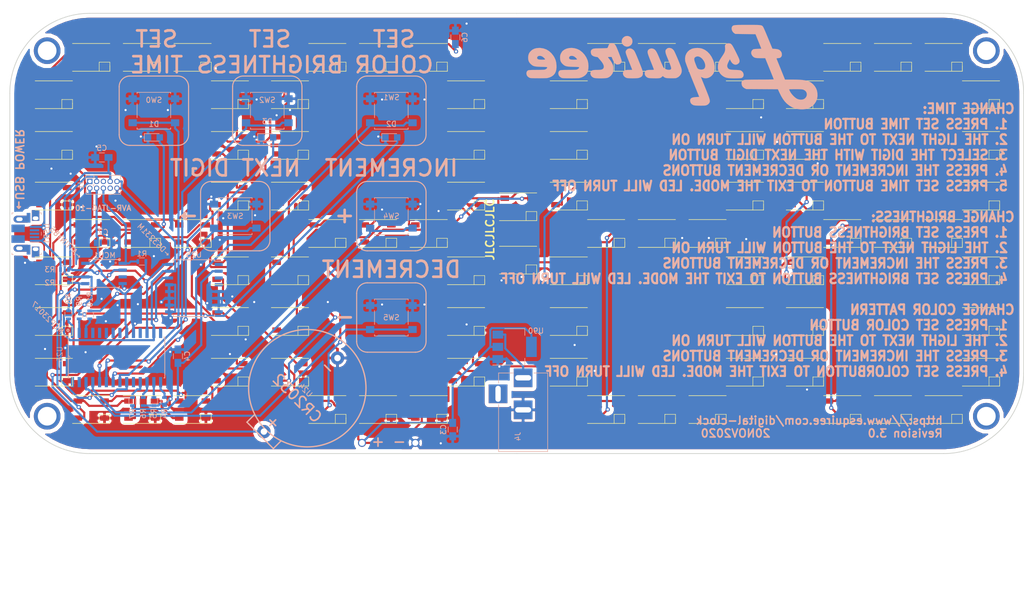
<source format=kicad_pcb>
(kicad_pcb (version 20171130) (host pcbnew "(5.0.0)")
  (layers (0 F.Cu signal) (31 B.Cu signal) (34 B.Paste user) (35 F.Paste user) (36 B.SilkS user) (37 F.SilkS user) (38 B.Mask user) (39 F.Mask user) (44 Edge.Cuts user))
  (net 0 "")
  (net 1 DIN)
  (net 2 GND)
  (net 3 +5V)
  (net 4 "Net-(U1-Pad2)")
  (net 5 "Net-(U2-Pad2)")
  (net 6 "Net-(U3-Pad2)")
  (net 7 "Net-(U4-Pad2)")
  (net 8 "Net-(U5-Pad2)")
  (net 9 "Net-(U6-Pad2)")
  (net 10 "Net-(U7-Pad2)")
  (net 11 "Net-(U11-Pad2)")
  (net 12 "Net-(U10-Pad4)")
  (net 13 "Net-(U10-Pad2)")
  (net 14 "Net-(U12-Pad2)")
  (net 15 "Net-(U13-Pad2)")
  (net 16 "Net-(U14-Pad2)")
  (net 17 "Net-(U15-Pad2)")
  (net 18 "Net-(U16-Pad2)")
  (net 19 "Net-(U17-Pad2)")
  (net 20 "Net-(U18-Pad2)")
  (net 21 "Net-(U19-Pad2)")
  (net 22 SDA)
  (net 23 RST)
  (net 24 SCL)
  (net 25 BTN1)
  (net 26 BTN2)
  (net 27 DOUT)
  (net 28 "Net-(U24-Pad2)")
  (net 29 "Net-(U8-Pad2)")
  (net 30 "Net-(U20-Pad2)")
  (net 31 "Net-(U22-Pad2)")
  (net 32 "Net-(U21-Pad2)")
  (net 33 "Net-(U23-Pad2)")
  (net 34 "Net-(U27-Pad2)")
  (net 35 "Net-(U28-Pad2)")
  (net 36 "Net-(U29-Pad2)")
  (net 37 "Net-(U30-Pad2)")
  (net 38 "Net-(U31-Pad2)")
  (net 39 "Net-(U32-Pad2)")
  (net 40 "Net-(U33-Pad2)")
  (net 41 "Net-(U34-Pad2)")
  (net 42 "Net-(U35-Pad2)")
  (net 43 "Net-(U36-Pad2)")
  (net 44 "Net-(U37-Pad2)")
  (net 45 "Net-(U38-Pad2)")
  (net 46 "Net-(U39-Pad2)")
  (net 47 "Net-(U40-Pad2)")
  (net 48 "Net-(U41-Pad2)")
  (net 49 "Net-(U42-Pad2)")
  (net 50 "Net-(U43-Pad2)")
  (net 51 "Net-(U44-Pad2)")
  (net 52 "Net-(U45-Pad2)")
  (net 53 "Net-(U46-Pad2)")
  (net 54 "Net-(D1-Pad2)")
  (net 55 "Net-(D2-Pad2)")
  (net 56 "Net-(D3-Pad2)")
  (net 57 INT)
  (net 58 "Net-(R4-Pad1)")
  (net 59 "Net-(R5-Pad1)")
  (net 60 "Net-(R6-Pad1)")
  (net 61 "Net-(R7-Pad1)")
  (net 62 LED0)
  (net 63 LED1)
  (net 64 LED2)
  (net 65 BTN0)
  (net 66 BTN3)
  (net 67 BTN4)
  (net 68 BTN5)
  (net 69 "Net-(U48-Pad2)")
  (net 70 "Net-(U49-Pad4)")
  (net 71 "Net-(U49-Pad2)")
  (net 72 "Net-(U50-Pad2)")
  (net 73 "Net-(U50-Pad4)")
  (net 74 "Net-(U51-Pad4)")
  (net 75 "Net-(U51-Pad2)")
  (net 76 "Net-(U52-Pad2)")
  (net 77 "Net-(U52-Pad4)")
  (net 78 "Net-(U53-Pad2)")
  (net 79 "Net-(U54-Pad2)")
  (net 80 "Net-(U55-Pad2)")
  (net 81 "Net-(U56-Pad2)")
  (net 82 "Net-(U57-Pad2)")
  (net 83 "Net-(U62-Pad2)")
  (net 84 "Net-(U63-Pad2)")
  (net 85 "Net-(U64-Pad4)")
  (net 86 "Net-(U64-Pad2)")
  (net 87 "Net-(U65-Pad2)")
  (net 88 "Net-(U65-Pad4)")
  (net 89 "Net-(U66-Pad4)")
  (net 90 "Net-(U66-Pad2)")
  (net 91 "Net-(U67-Pad2)")
  (net 92 "Net-(U67-Pad4)")
  (net 93 "Net-(U68-Pad2)")
  (net 94 "Net-(U69-Pad2)")
  (net 95 "Net-(U70-Pad2)")
  (net 96 "Net-(U71-Pad2)")
  (net 97 "Net-(U72-Pad2)")
  (net 98 "Net-(U77-Pad2)")
  (net 99 "Net-(U78-Pad2)")
  (net 100 "Net-(U79-Pad4)")
  (net 101 "Net-(U79-Pad2)")
  (net 102 "Net-(U80-Pad2)")
  (net 103 "Net-(U80-Pad4)")
  (net 104 "Net-(U81-Pad4)")
  (net 105 "Net-(U81-Pad2)")
  (net 106 "Net-(U82-Pad2)")
  (net 107 "Net-(U83-Pad2)")
  (net 108 "Net-(U84-Pad2)")
  (net 109 "Net-(U85-Pad2)")
  (net 110 "Net-(J4-Pad1)")
  (module TEST:WS2812B_Ver2_INV (layer F.Cu) (at 194 87.25)
    (fp_text reference U71 hide)
    (fp_text value WS2812B hide)
    (pad 1 smd rect (at -2.5 -1.6) (size 1.6 1) (layers F.Cu F.Paste F.Mask) (net 3 +5V))
    (pad 2 smd rect (at -2.5 1.6) (size 1.6 1) (layers F.Cu F.Paste F.Mask) (net 96 "Net-(U71-Pad2)"))
    (pad 4 smd rect (at 2.5 -1.6) (size 1.6 1) (layers F.Cu F.Paste F.Mask) (net 90 "Net-(U66-Pad2)"))
    (pad 3 smd rect (at 2.5 1.6) (size 1.6 1) (layers F.Cu F.Paste F.Mask) (net 2 GND))
  )
  (module TEST:WS2812B_Ver2_INV (layer F.Cu) (at 149.75 87.25)
    (fp_text reference U54 hide)
    (fp_text value WS2812B hide)
    (pad 1 smd rect (at -2.5 -1.6) (size 1.6 1) (layers F.Cu F.Paste F.Mask) (net 3 +5V))
    (pad 2 smd rect (at -2.5 1.6) (size 1.6 1) (layers F.Cu F.Paste F.Mask) (net 79 "Net-(U54-Pad2)"))
    (pad 4 smd rect (at 2.5 -1.6) (size 1.6 1) (layers F.Cu F.Paste F.Mask) (net 71 "Net-(U49-Pad2)"))
    (pad 3 smd rect (at 2.5 1.6) (size 1.6 1) (layers F.Cu F.Paste F.Mask) (net 2 GND))
  )
  (module TEST:WS2812B_Ver2_INV (layer F.Cu) (at 149.75 110.75)
    (fp_text reference U58 hide)
    (fp_text value WS2812B hide)
    (pad 1 smd rect (at -2.5 -1.6) (size 1.6 1) (layers F.Cu F.Paste F.Mask) (net 3 +5V))
    (pad 2 smd rect (at -2.5 1.6) (size 1.6 1) (layers F.Cu F.Paste F.Mask) (net 70 "Net-(U49-Pad4)"))
    (pad 4 smd rect (at 2.5 -1.6) (size 1.6 1) (layers F.Cu F.Paste F.Mask) (net 78 "Net-(U53-Pad2)"))
    (pad 3 smd rect (at 2.5 1.6) (size 1.6 1) (layers F.Cu F.Paste F.Mask) (net 2 GND))
  )
  (module TEST:WS2812B_Ver2_INV (layer F.Cu) (at 149.75 96.75)
    (fp_text reference U49 hide)
    (fp_text value WS2812B hide)
    (pad 1 smd rect (at -2.5 -1.6) (size 1.6 1) (layers F.Cu F.Paste F.Mask) (net 3 +5V))
    (pad 2 smd rect (at -2.5 1.6) (size 1.6 1) (layers F.Cu F.Paste F.Mask) (net 71 "Net-(U49-Pad2)"))
    (pad 4 smd rect (at 2.5 -1.6) (size 1.6 1) (layers F.Cu F.Paste F.Mask) (net 70 "Net-(U49-Pad4)"))
    (pad 3 smd rect (at 2.5 1.6) (size 1.6 1) (layers F.Cu F.Paste F.Mask) (net 2 GND))
  )
  (module TEST:WS2812B_Ver2_INV (layer F.Cu) (at 149.75 77.75)
    (fp_text reference U59 hide)
    (fp_text value WS2812B hide)
    (pad 1 smd rect (at -2.5 -1.6) (size 1.6 1) (layers F.Cu F.Paste F.Mask) (net 3 +5V))
    (pad 2 smd rect (at -2.5 1.6) (size 1.6 1) (layers F.Cu F.Paste F.Mask) (net 73 "Net-(U50-Pad4)"))
    (pad 4 smd rect (at 2.5 -1.6) (size 1.6 1) (layers F.Cu F.Paste F.Mask) (net 79 "Net-(U54-Pad2)"))
    (pad 3 smd rect (at 2.5 1.6) (size 1.6 1) (layers F.Cu F.Paste F.Mask) (net 2 GND))
  )
  (module TEST:WS2812B_Ver2_INV (layer F.Cu) (at 149.75 120.25)
    (fp_text reference U53 hide)
    (fp_text value WS2812B hide)
    (pad 1 smd rect (at -2.5 -1.6) (size 1.6 1) (layers F.Cu F.Paste F.Mask) (net 3 +5V))
    (pad 2 smd rect (at -2.5 1.6) (size 1.6 1) (layers F.Cu F.Paste F.Mask) (net 78 "Net-(U53-Pad2)"))
    (pad 4 smd rect (at 2.5 -1.6) (size 1.6 1) (layers F.Cu F.Paste F.Mask) (net 69 "Net-(U48-Pad2)"))
    (pad 3 smd rect (at 2.5 1.6) (size 1.6 1) (layers F.Cu F.Paste F.Mask) (net 2 GND))
  )
  (module TEST:WS2812B_Ver2_INV (layer F.Cu) (at 220 103.75)
    (fp_text reference U89 hide)
    (fp_text value WS2812B hide)
    (pad 1 smd rect (at -2.5 -1.6) (size 1.6 1) (layers F.Cu F.Paste F.Mask) (net 3 +5V))
    (pad 2 smd rect (at -2.5 1.6) (size 1.6 1) (layers F.Cu F.Paste F.Mask))
    (pad 4 smd rect (at 2.5 -1.6) (size 1.6 1) (layers F.Cu F.Paste F.Mask) (net 109 "Net-(U85-Pad2)"))
    (pad 3 smd rect (at 2.5 1.6) (size 1.6 1) (layers F.Cu F.Paste F.Mask) (net 2 GND))
  )
  (module TEST:WS2812B_Ver2_INV (layer F.Cu) (at 220 136.75)
    (fp_text reference U80 hide)
    (fp_text value WS2812B hide)
    (pad 1 smd rect (at -2.5 -1.6) (size 1.6 1) (layers F.Cu F.Paste F.Mask) (net 3 +5V))
    (pad 2 smd rect (at -2.5 1.6) (size 1.6 1) (layers F.Cu F.Paste F.Mask) (net 102 "Net-(U80-Pad2)"))
    (pad 4 smd rect (at 2.5 -1.6) (size 1.6 1) (layers F.Cu F.Paste F.Mask) (net 103 "Net-(U80-Pad4)"))
    (pad 3 smd rect (at 2.5 1.6) (size 1.6 1) (layers F.Cu F.Paste F.Mask) (net 2 GND))
  )
  (module TEST:WS2812B_Ver2_INV (layer F.Cu) (at 227 96.75)
    (fp_text reference U86 hide)
    (fp_text value WS2812B hide)
    (pad 1 smd rect (at -2.5 -1.6) (size 1.6 1) (layers F.Cu F.Paste F.Mask) (net 3 +5V))
    (pad 2 smd rect (at -2.5 1.6) (size 1.6 1) (layers F.Cu F.Paste F.Mask) (net 100 "Net-(U79-Pad4)"))
    (pad 4 smd rect (at 2.5 -1.6) (size 1.6 1) (layers F.Cu F.Paste F.Mask) (net 106 "Net-(U82-Pad2)"))
    (pad 3 smd rect (at 2.5 1.6) (size 1.6 1) (layers F.Cu F.Paste F.Mask) (net 2 GND))
  )
  (module TEST:WS2812B_Ver2_INV (layer F.Cu) (at 201 70.75)
    (fp_text reference U67 hide)
    (fp_text value WS2812B hide)
    (pad 1 smd rect (at -2.5 -1.6) (size 1.6 1) (layers F.Cu F.Paste F.Mask) (net 3 +5V))
    (pad 2 smd rect (at -2.5 1.6) (size 1.6 1) (layers F.Cu F.Paste F.Mask) (net 91 "Net-(U67-Pad2)"))
    (pad 4 smd rect (at 2.5 -1.6) (size 1.6 1) (layers F.Cu F.Paste F.Mask) (net 92 "Net-(U67-Pad4)"))
    (pad 3 smd rect (at 2.5 1.6) (size 1.6 1) (layers F.Cu F.Paste F.Mask) (net 2 GND))
  )
  (module TEST:WS2812B_Ver2_INV (layer F.Cu) (at 227 87.25)
    (fp_text reference U82 hide)
    (fp_text value WS2812B hide)
    (pad 1 smd rect (at -2.5 -1.6) (size 1.6 1) (layers F.Cu F.Paste F.Mask) (net 3 +5V))
    (pad 2 smd rect (at -2.5 1.6) (size 1.6 1) (layers F.Cu F.Paste F.Mask) (net 106 "Net-(U82-Pad2)"))
    (pad 4 smd rect (at 2.5 -1.6) (size 1.6 1) (layers F.Cu F.Paste F.Mask) (net 99 "Net-(U78-Pad2)"))
    (pad 3 smd rect (at 2.5 1.6) (size 1.6 1) (layers F.Cu F.Paste F.Mask) (net 2 GND))
  )
  (module TEST:WS2812B_Ver2_INV (layer F.Cu) (at 210.5 70.75)
    (fp_text reference U72 hide)
    (fp_text value WS2812B hide)
    (pad 1 smd rect (at -2.5 -1.6) (size 1.6 1) (layers F.Cu F.Paste F.Mask) (net 3 +5V))
    (pad 2 smd rect (at -2.5 1.6) (size 1.6 1) (layers F.Cu F.Paste F.Mask) (net 97 "Net-(U72-Pad2)"))
    (pad 4 smd rect (at 2.5 -1.6) (size 1.6 1) (layers F.Cu F.Paste F.Mask) (net 91 "Net-(U67-Pad2)"))
    (pad 3 smd rect (at 2.5 1.6) (size 1.6 1) (layers F.Cu F.Paste F.Mask) (net 2 GND))
  )
  (module TEST:WS2812B_Ver2_INV (layer F.Cu) (at 227 129.75)
    (fp_text reference U87 hide)
    (fp_text value WS2812B hide)
    (pad 1 smd rect (at -2.5 -1.6) (size 1.6 1) (layers F.Cu F.Paste F.Mask) (net 3 +5V))
    (pad 2 smd rect (at -2.5 1.6) (size 1.6 1) (layers F.Cu F.Paste F.Mask) (net 103 "Net-(U80-Pad4)"))
    (pad 4 smd rect (at 2.5 -1.6) (size 1.6 1) (layers F.Cu F.Paste F.Mask) (net 107 "Net-(U83-Pad2)"))
    (pad 3 smd rect (at 2.5 1.6) (size 1.6 1) (layers F.Cu F.Paste F.Mask) (net 2 GND))
  )
  (module TEST:WS2812B_Ver2_INV (layer F.Cu) (at 227 120.25)
    (fp_text reference U83 hide)
    (fp_text value WS2812B hide)
    (pad 1 smd rect (at -2.5 -1.6) (size 1.6 1) (layers F.Cu F.Paste F.Mask) (net 3 +5V))
    (pad 2 smd rect (at -2.5 1.6) (size 1.6 1) (layers F.Cu F.Paste F.Mask) (net 107 "Net-(U83-Pad2)"))
    (pad 4 smd rect (at 2.5 -1.6) (size 1.6 1) (layers F.Cu F.Paste F.Mask) (net 101 "Net-(U79-Pad2)"))
    (pad 3 smd rect (at 2.5 1.6) (size 1.6 1) (layers F.Cu F.Paste F.Mask) (net 2 GND))
  )
  (module TEST:WS2812B_Ver2_INV (layer F.Cu) (at 227 110.75)
    (fp_text reference U79 hide)
    (fp_text value WS2812B hide)
    (pad 1 smd rect (at -2.5 -1.6) (size 1.6 1) (layers F.Cu F.Paste F.Mask) (net 3 +5V))
    (pad 2 smd rect (at -2.5 1.6) (size 1.6 1) (layers F.Cu F.Paste F.Mask) (net 101 "Net-(U79-Pad2)"))
    (pad 4 smd rect (at 2.5 -1.6) (size 1.6 1) (layers F.Cu F.Paste F.Mask) (net 100 "Net-(U79-Pad4)"))
    (pad 3 smd rect (at 2.5 1.6) (size 1.6 1) (layers F.Cu F.Paste F.Mask) (net 2 GND))
  )
  (module TEST:WS2812B_Ver2_INV (layer F.Cu) (at 194 96.75)
    (fp_text reference U66 hide)
    (fp_text value WS2812B hide)
    (pad 1 smd rect (at -2.5 -1.6) (size 1.6 1) (layers F.Cu F.Paste F.Mask) (net 3 +5V))
    (pad 2 smd rect (at -2.5 1.6) (size 1.6 1) (layers F.Cu F.Paste F.Mask) (net 90 "Net-(U66-Pad2)"))
    (pad 4 smd rect (at 2.5 -1.6) (size 1.6 1) (layers F.Cu F.Paste F.Mask) (net 89 "Net-(U66-Pad4)"))
    (pad 3 smd rect (at 2.5 1.6) (size 1.6 1) (layers F.Cu F.Paste F.Mask) (net 2 GND))
  )
  (module TEST:WS2812B_Ver2_INV (layer F.Cu) (at 194 77.75)
    (fp_text reference U76 hide)
    (fp_text value WS2812B hide)
    (pad 1 smd rect (at -2.5 -1.6) (size 1.6 1) (layers F.Cu F.Paste F.Mask) (net 3 +5V))
    (pad 2 smd rect (at -2.5 1.6) (size 1.6 1) (layers F.Cu F.Paste F.Mask) (net 92 "Net-(U67-Pad4)"))
    (pad 4 smd rect (at 2.5 -1.6) (size 1.6 1) (layers F.Cu F.Paste F.Mask) (net 96 "Net-(U71-Pad2)"))
    (pad 3 smd rect (at 2.5 1.6) (size 1.6 1) (layers F.Cu F.Paste F.Mask) (net 2 GND))
  )
  (module TEST:WS2812B_Ver2_INV (layer F.Cu) (at 210.5 103.75)
    (fp_text reference U85 hide)
    (fp_text value WS2812B hide)
    (pad 1 smd rect (at -2.5 -1.6) (size 1.6 1) (layers F.Cu F.Paste F.Mask) (net 3 +5V))
    (pad 2 smd rect (at -2.5 1.6) (size 1.6 1) (layers F.Cu F.Paste F.Mask) (net 109 "Net-(U85-Pad2)"))
    (pad 4 smd rect (at 2.5 -1.6) (size 1.6 1) (layers F.Cu F.Paste F.Mask) (net 105 "Net-(U81-Pad2)"))
    (pad 3 smd rect (at 2.5 1.6) (size 1.6 1) (layers F.Cu F.Paste F.Mask) (net 2 GND))
  )
  (module TEST:WS2812B_Ver2_INV (layer F.Cu) (at 201 103.75)
    (fp_text reference U81 hide)
    (fp_text value WS2812B hide)
    (pad 1 smd rect (at -2.5 -1.6) (size 1.6 1) (layers F.Cu F.Paste F.Mask) (net 3 +5V))
    (pad 2 smd rect (at -2.5 1.6) (size 1.6 1) (layers F.Cu F.Paste F.Mask) (net 105 "Net-(U81-Pad2)"))
    (pad 4 smd rect (at 2.5 -1.6) (size 1.6 1) (layers F.Cu F.Paste F.Mask) (net 104 "Net-(U81-Pad4)"))
    (pad 3 smd rect (at 2.5 1.6) (size 1.6 1) (layers F.Cu F.Paste F.Mask) (net 2 GND))
  )
  (module TEST:WS2812B_Ver2_INV (layer F.Cu) (at 201 136.75)
    (fp_text reference U88 hide)
    (fp_text value WS2812B hide)
    (pad 1 smd rect (at -2.5 -1.6) (size 1.6 1) (layers F.Cu F.Paste F.Mask) (net 3 +5V))
    (pad 2 smd rect (at -2.5 1.6) (size 1.6 1) (layers F.Cu F.Paste F.Mask) (net 104 "Net-(U81-Pad4)"))
    (pad 4 smd rect (at 2.5 -1.6) (size 1.6 1) (layers F.Cu F.Paste F.Mask) (net 108 "Net-(U84-Pad2)"))
    (pad 3 smd rect (at 2.5 1.6) (size 1.6 1) (layers F.Cu F.Paste F.Mask) (net 2 GND))
  )
  (module TEST:WS2812B_Ver2_INV (layer F.Cu) (at 227 77.75)
    (fp_text reference U78 hide)
    (fp_text value WS2812B hide)
    (pad 1 smd rect (at -2.5 -1.6) (size 1.6 1) (layers F.Cu F.Paste F.Mask) (net 3 +5V))
    (pad 2 smd rect (at -2.5 1.6) (size 1.6 1) (layers F.Cu F.Paste F.Mask) (net 99 "Net-(U78-Pad2)"))
    (pad 4 smd rect (at 2.5 -1.6) (size 1.6 1) (layers F.Cu F.Paste F.Mask) (net 98 "Net-(U77-Pad2)"))
    (pad 3 smd rect (at 2.5 1.6) (size 1.6 1) (layers F.Cu F.Paste F.Mask) (net 2 GND))
  )
  (module TEST:WS2812B_Ver2_INV (layer F.Cu) (at 194 110.75)
    (fp_text reference U75 hide)
    (fp_text value WS2812B hide)
    (pad 1 smd rect (at -2.5 -1.6) (size 1.6 1) (layers F.Cu F.Paste F.Mask) (net 3 +5V))
    (pad 2 smd rect (at -2.5 1.6) (size 1.6 1) (layers F.Cu F.Paste F.Mask) (net 89 "Net-(U66-Pad4)"))
    (pad 4 smd rect (at 2.5 -1.6) (size 1.6 1) (layers F.Cu F.Paste F.Mask) (net 95 "Net-(U70-Pad2)"))
    (pad 3 smd rect (at 2.5 1.6) (size 1.6 1) (layers F.Cu F.Paste F.Mask) (net 2 GND))
  )
  (module TEST:WS2812B_Ver2_INV (layer F.Cu) (at 220 70.75)
    (fp_text reference U77 hide)
    (fp_text value WS2812B hide)
    (pad 1 smd rect (at -2.5 -1.6) (size 1.6 1) (layers F.Cu F.Paste F.Mask) (net 3 +5V))
    (pad 2 smd rect (at -2.5 1.6) (size 1.6 1) (layers F.Cu F.Paste F.Mask) (net 98 "Net-(U77-Pad2)"))
    (pad 4 smd rect (at 2.5 -1.6) (size 1.6 1) (layers F.Cu F.Paste F.Mask) (net 97 "Net-(U72-Pad2)"))
    (pad 3 smd rect (at 2.5 1.6) (size 1.6 1) (layers F.Cu F.Paste F.Mask) (net 2 GND))
  )
  (module TEST:WS2812B_Ver2_INV (layer F.Cu) (at 210.5 136.75)
    (fp_text reference U84 hide)
    (fp_text value WS2812B hide)
    (pad 1 smd rect (at -2.5 -1.6) (size 1.6 1) (layers F.Cu F.Paste F.Mask) (net 3 +5V))
    (pad 2 smd rect (at -2.5 1.6) (size 1.6 1) (layers F.Cu F.Paste F.Mask) (net 108 "Net-(U84-Pad2)"))
    (pad 4 smd rect (at 2.5 -1.6) (size 1.6 1) (layers F.Cu F.Paste F.Mask) (net 102 "Net-(U80-Pad2)"))
    (pad 3 smd rect (at 2.5 1.6) (size 1.6 1) (layers F.Cu F.Paste F.Mask) (net 2 GND))
  )
  (module TEST:WS2812B_Ver2_INV (layer F.Cu) (at 156.75 70.75)
    (fp_text reference U50 hide)
    (fp_text value WS2812B hide)
    (pad 1 smd rect (at -2.5 -1.6) (size 1.6 1) (layers F.Cu F.Paste F.Mask) (net 3 +5V))
    (pad 2 smd rect (at -2.5 1.6) (size 1.6 1) (layers F.Cu F.Paste F.Mask) (net 72 "Net-(U50-Pad2)"))
    (pad 4 smd rect (at 2.5 -1.6) (size 1.6 1) (layers F.Cu F.Paste F.Mask) (net 73 "Net-(U50-Pad4)"))
    (pad 3 smd rect (at 2.5 1.6) (size 1.6 1) (layers F.Cu F.Paste F.Mask) (net 2 GND))
  )
  (module TEST:WS2812B_Ver2_INV (layer F.Cu) (at 156.75 136.75)
    (fp_text reference U73 hide)
    (fp_text value WS2812B hide)
    (pad 1 smd rect (at -2.5 -1.6) (size 1.6 1) (layers F.Cu F.Paste F.Mask) (net 3 +5V))
    (pad 2 smd rect (at -2.5 1.6) (size 1.6 1) (layers F.Cu F.Paste F.Mask) (net 85 "Net-(U64-Pad4)"))
    (pad 4 smd rect (at 2.5 -1.6) (size 1.6 1) (layers F.Cu F.Paste F.Mask) (net 93 "Net-(U68-Pad2)"))
    (pad 3 smd rect (at 2.5 1.6) (size 1.6 1) (layers F.Cu F.Paste F.Mask) (net 2 GND))
  )
  (module TEST:WS2812B_Ver2_INV (layer F.Cu) (at 182.75 87.25)
    (fp_text reference U56 hide)
    (fp_text value WS2812B hide)
    (pad 1 smd rect (at -2.5 -1.6) (size 1.6 1) (layers F.Cu F.Paste F.Mask) (net 3 +5V))
    (pad 2 smd rect (at -2.5 1.6) (size 1.6 1) (layers F.Cu F.Paste F.Mask) (net 81 "Net-(U56-Pad2)"))
    (pad 4 smd rect (at 2.5 -1.6) (size 1.6 1) (layers F.Cu F.Paste F.Mask) (net 75 "Net-(U51-Pad2)"))
    (pad 3 smd rect (at 2.5 1.6) (size 1.6 1) (layers F.Cu F.Paste F.Mask) (net 2 GND))
  )
  (module TEST:WS2812B_Ver2_INV (layer F.Cu) (at 194 129.75)
    (fp_text reference U65 hide)
    (fp_text value WS2812B hide)
    (pad 1 smd rect (at -2.5 -1.6) (size 1.6 1) (layers F.Cu F.Paste F.Mask) (net 3 +5V))
    (pad 2 smd rect (at -2.5 1.6) (size 1.6 1) (layers F.Cu F.Paste F.Mask) (net 87 "Net-(U65-Pad2)"))
    (pad 4 smd rect (at 2.5 -1.6) (size 1.6 1) (layers F.Cu F.Paste F.Mask) (net 88 "Net-(U65-Pad4)"))
    (pad 3 smd rect (at 2.5 1.6) (size 1.6 1) (layers F.Cu F.Paste F.Mask) (net 2 GND))
  )
  (module TEST:WS2812B_Ver2_INV (layer F.Cu) (at 182.75 120.25)
    (fp_text reference U57 hide)
    (fp_text value WS2812B hide)
    (pad 1 smd rect (at -2.5 -1.6) (size 1.6 1) (layers F.Cu F.Paste F.Mask) (net 3 +5V))
    (pad 2 smd rect (at -2.5 1.6) (size 1.6 1) (layers F.Cu F.Paste F.Mask) (net 82 "Net-(U57-Pad2)"))
    (pad 4 smd rect (at 2.5 -1.6) (size 1.6 1) (layers F.Cu F.Paste F.Mask) (net 76 "Net-(U52-Pad2)"))
    (pad 3 smd rect (at 2.5 1.6) (size 1.6 1) (layers F.Cu F.Paste F.Mask) (net 2 GND))
  )
  (module TEST:WS2812B_Ver2_INV (layer F.Cu) (at 166.25 70.75)
    (fp_text reference U55 hide)
    (fp_text value WS2812B hide)
    (pad 1 smd rect (at -2.5 -1.6) (size 1.6 1) (layers F.Cu F.Paste F.Mask) (net 3 +5V))
    (pad 2 smd rect (at -2.5 1.6) (size 1.6 1) (layers F.Cu F.Paste F.Mask) (net 80 "Net-(U55-Pad2)"))
    (pad 4 smd rect (at 2.5 -1.6) (size 1.6 1) (layers F.Cu F.Paste F.Mask) (net 72 "Net-(U50-Pad2)"))
    (pad 3 smd rect (at 2.5 1.6) (size 1.6 1) (layers F.Cu F.Paste F.Mask) (net 2 GND))
  )
  (module TEST:WS2812B_Ver2_INV (layer F.Cu) (at 182.75 129.75)
    (fp_text reference U62 hide)
    (fp_text value WS2812B hide)
    (pad 1 smd rect (at -2.5 -1.6) (size 1.6 1) (layers F.Cu F.Paste F.Mask) (net 3 +5V))
    (pad 2 smd rect (at -2.5 1.6) (size 1.6 1) (layers F.Cu F.Paste F.Mask) (net 83 "Net-(U62-Pad2)"))
    (pad 4 smd rect (at 2.5 -1.6) (size 1.6 1) (layers F.Cu F.Paste F.Mask) (net 82 "Net-(U57-Pad2)"))
    (pad 3 smd rect (at 2.5 1.6) (size 1.6 1) (layers F.Cu F.Paste F.Mask) (net 2 GND))
  )
  (module TEST:WS2812B_Ver2_INV (layer F.Cu) (at 149.75 129.75)
    (fp_text reference U48 hide)
    (fp_text value WS2812B hide)
    (pad 1 smd rect (at -2.5 -1.6) (size 1.6 1) (layers F.Cu F.Paste F.Mask) (net 3 +5V))
    (pad 2 smd rect (at -2.5 1.6) (size 1.6 1) (layers F.Cu F.Paste F.Mask) (net 69 "Net-(U48-Pad2)"))
    (pad 4 smd rect (at 2.5 -1.6) (size 1.6 1) (layers F.Cu F.Paste F.Mask) (net 27 DOUT))
    (pad 3 smd rect (at 2.5 1.6) (size 1.6 1) (layers F.Cu F.Paste F.Mask) (net 2 GND))
  )
  (module TEST:WS2812B_Ver2_INV (layer F.Cu) (at 182.75 77.75)
    (fp_text reference U51 hide)
    (fp_text value WS2812B hide)
    (pad 1 smd rect (at -2.5 -1.6) (size 1.6 1) (layers F.Cu F.Paste F.Mask) (net 3 +5V))
    (pad 2 smd rect (at -2.5 1.6) (size 1.6 1) (layers F.Cu F.Paste F.Mask) (net 75 "Net-(U51-Pad2)"))
    (pad 4 smd rect (at 2.5 -1.6) (size 1.6 1) (layers F.Cu F.Paste F.Mask) (net 74 "Net-(U51-Pad4)"))
    (pad 3 smd rect (at 2.5 1.6) (size 1.6 1) (layers F.Cu F.Paste F.Mask) (net 2 GND))
  )
  (module TEST:WS2812B_Ver2_INV (layer F.Cu) (at 156.75 103.75)
    (fp_text reference U64 hide)
    (fp_text value WS2812B hide)
    (pad 1 smd rect (at -2.5 -1.6) (size 1.6 1) (layers F.Cu F.Paste F.Mask) (net 3 +5V))
    (pad 2 smd rect (at -2.5 1.6) (size 1.6 1) (layers F.Cu F.Paste F.Mask) (net 86 "Net-(U64-Pad2)"))
    (pad 4 smd rect (at 2.5 -1.6) (size 1.6 1) (layers F.Cu F.Paste F.Mask) (net 85 "Net-(U64-Pad4)"))
    (pad 3 smd rect (at 2.5 1.6) (size 1.6 1) (layers F.Cu F.Paste F.Mask) (net 2 GND))
  )
  (module TEST:WS2812B_Ver2_INV (layer F.Cu) (at 194 120.25)
    (fp_text reference U70 hide)
    (fp_text value WS2812B hide)
    (pad 1 smd rect (at -2.5 -1.6) (size 1.6 1) (layers F.Cu F.Paste F.Mask) (net 3 +5V))
    (pad 2 smd rect (at -2.5 1.6) (size 1.6 1) (layers F.Cu F.Paste F.Mask) (net 95 "Net-(U70-Pad2)"))
    (pad 4 smd rect (at 2.5 -1.6) (size 1.6 1) (layers F.Cu F.Paste F.Mask) (net 87 "Net-(U65-Pad2)"))
    (pad 3 smd rect (at 2.5 1.6) (size 1.6 1) (layers F.Cu F.Paste F.Mask) (net 2 GND))
  )
  (module TEST:WS2812B_Ver2_INV (layer F.Cu) (at 175.75 136.75)
    (fp_text reference U63 hide)
    (fp_text value WS2812B hide)
    (pad 1 smd rect (at -2.5 -1.6) (size 1.6 1) (layers F.Cu F.Paste F.Mask) (net 3 +5V))
    (pad 2 smd rect (at -2.5 1.6) (size 1.6 1) (layers F.Cu F.Paste F.Mask) (net 84 "Net-(U63-Pad2)"))
    (pad 4 smd rect (at 2.5 -1.6) (size 1.6 1) (layers F.Cu F.Paste F.Mask) (net 83 "Net-(U62-Pad2)"))
    (pad 3 smd rect (at 2.5 1.6) (size 1.6 1) (layers F.Cu F.Paste F.Mask) (net 2 GND))
  )
  (module TEST:WS2812B_Ver2_INV (layer F.Cu) (at 175.75 103.75)
    (fp_text reference U74 hide)
    (fp_text value WS2812B hide)
    (pad 1 smd rect (at -2.5 -1.6) (size 1.6 1) (layers F.Cu F.Paste F.Mask) (net 3 +5V))
    (pad 2 smd rect (at -2.5 1.6) (size 1.6 1) (layers F.Cu F.Paste F.Mask) (net 88 "Net-(U65-Pad4)"))
    (pad 4 smd rect (at 2.5 -1.6) (size 1.6 1) (layers F.Cu F.Paste F.Mask) (net 94 "Net-(U69-Pad2)"))
    (pad 3 smd rect (at 2.5 1.6) (size 1.6 1) (layers F.Cu F.Paste F.Mask) (net 2 GND))
  )
  (module TEST:WS2812B_Ver2_INV (layer F.Cu) (at 166.25 136.75)
    (fp_text reference U68 hide)
    (fp_text value WS2812B hide)
    (pad 1 smd rect (at -2.5 -1.6) (size 1.6 1) (layers F.Cu F.Paste F.Mask) (net 3 +5V))
    (pad 2 smd rect (at -2.5 1.6) (size 1.6 1) (layers F.Cu F.Paste F.Mask) (net 93 "Net-(U68-Pad2)"))
    (pad 4 smd rect (at 2.5 -1.6) (size 1.6 1) (layers F.Cu F.Paste F.Mask) (net 84 "Net-(U63-Pad2)"))
    (pad 3 smd rect (at 2.5 1.6) (size 1.6 1) (layers F.Cu F.Paste F.Mask) (net 2 GND))
  )
  (module TEST:WS2812B_Ver2_INV (layer F.Cu) (at 182.75 110.75)
    (fp_text reference U52 hide)
    (fp_text value WS2812B hide)
    (pad 1 smd rect (at -2.5 -1.6) (size 1.6 1) (layers F.Cu F.Paste F.Mask) (net 3 +5V))
    (pad 2 smd rect (at -2.5 1.6) (size 1.6 1) (layers F.Cu F.Paste F.Mask) (net 76 "Net-(U52-Pad2)"))
    (pad 4 smd rect (at 2.5 -1.6) (size 1.6 1) (layers F.Cu F.Paste F.Mask) (net 77 "Net-(U52-Pad4)"))
    (pad 3 smd rect (at 2.5 1.6) (size 1.6 1) (layers F.Cu F.Paste F.Mask) (net 2 GND))
  )
  (module TEST:WS2812B_Ver2_INV (layer F.Cu) (at 182.75 96.75)
    (fp_text reference U61 hide)
    (fp_text value WS2812B hide)
    (pad 1 smd rect (at -2.5 -1.6) (size 1.6 1) (layers F.Cu F.Paste F.Mask) (net 3 +5V))
    (pad 2 smd rect (at -2.5 1.6) (size 1.6 1) (layers F.Cu F.Paste F.Mask) (net 77 "Net-(U52-Pad4)"))
    (pad 4 smd rect (at 2.5 -1.6) (size 1.6 1) (layers F.Cu F.Paste F.Mask) (net 81 "Net-(U56-Pad2)"))
    (pad 3 smd rect (at 2.5 1.6) (size 1.6 1) (layers F.Cu F.Paste F.Mask) (net 2 GND))
  )
  (module TEST:WS2812B_Ver2_INV (layer F.Cu) (at 175.75 70.75)
    (fp_text reference U60 hide)
    (fp_text value WS2812B hide)
    (pad 1 smd rect (at -2.5 -1.6) (size 1.6 1) (layers F.Cu F.Paste F.Mask) (net 3 +5V))
    (pad 2 smd rect (at -2.5 1.6) (size 1.6 1) (layers F.Cu F.Paste F.Mask) (net 74 "Net-(U51-Pad4)"))
    (pad 4 smd rect (at 2.5 -1.6) (size 1.6 1) (layers F.Cu F.Paste F.Mask) (net 80 "Net-(U55-Pad2)"))
    (pad 3 smd rect (at 2.5 1.6) (size 1.6 1) (layers F.Cu F.Paste F.Mask) (net 2 GND))
  )
  (module TEST:WS2812B_Ver2_INV (layer F.Cu) (at 166.25 103.75)
    (fp_text reference U69 hide)
    (fp_text value WS2812B hide)
    (pad 1 smd rect (at -2.5 -1.6) (size 1.6 1) (layers F.Cu F.Paste F.Mask) (net 3 +5V))
    (pad 2 smd rect (at -2.5 1.6) (size 1.6 1) (layers F.Cu F.Paste F.Mask) (net 94 "Net-(U69-Pad2)"))
    (pad 4 smd rect (at 2.5 -1.6) (size 1.6 1) (layers F.Cu F.Paste F.Mask) (net 86 "Net-(U64-Pad2)"))
    (pad 3 smd rect (at 2.5 1.6) (size 1.6 1) (layers F.Cu F.Paste F.Mask) (net 2 GND))
  )
  (module TEST:WS2812B_Ver2_INV (layer F.Cu) (at 53.25 77.75)
    (fp_text reference U6 hide)
    (fp_text value WS2812B hide)
    (pad 1 smd rect (at -2.5 -1.6) (size 1.6 1) (layers F.Cu F.Paste F.Mask) (net 3 +5V))
    (pad 2 smd rect (at -2.5 1.6) (size 1.6 1) (layers F.Cu F.Paste F.Mask) (net 9 "Net-(U6-Pad2)"))
    (pad 4 smd rect (at 2.5 -1.6) (size 1.6 1) (layers F.Cu F.Paste F.Mask) (net 8 "Net-(U5-Pad2)"))
    (pad 3 smd rect (at 2.5 1.6) (size 1.6 1) (layers F.Cu F.Paste F.Mask) (net 2 GND))
  )
  (module TEST:WS2812B_Ver2_INV (layer F.Cu) (at 53.25 110.75)
    (fp_text reference U3 hide)
    (fp_text value WS2812B hide)
    (pad 1 smd rect (at -2.5 -1.6) (size 1.6 1) (layers F.Cu F.Paste F.Mask) (net 3 +5V))
    (pad 2 smd rect (at -2.5 1.6) (size 1.6 1) (layers F.Cu F.Paste F.Mask) (net 6 "Net-(U3-Pad2)"))
    (pad 4 smd rect (at 2.5 -1.6) (size 1.6 1) (layers F.Cu F.Paste F.Mask) (net 5 "Net-(U2-Pad2)"))
    (pad 3 smd rect (at 2.5 1.6) (size 1.6 1) (layers F.Cu F.Paste F.Mask) (net 2 GND))
  )
  (module TEST:WS2812B_Ver2_INV (layer F.Cu) (at 53.25 96.75)
    (fp_text reference U4 hide)
    (fp_text value WS2812B hide)
    (pad 1 smd rect (at -2.5 -1.6) (size 1.6 1) (layers F.Cu F.Paste F.Mask) (net 3 +5V))
    (pad 2 smd rect (at -2.5 1.6) (size 1.6 1) (layers F.Cu F.Paste F.Mask) (net 7 "Net-(U4-Pad2)"))
    (pad 4 smd rect (at 2.5 -1.6) (size 1.6 1) (layers F.Cu F.Paste F.Mask) (net 6 "Net-(U3-Pad2)"))
    (pad 3 smd rect (at 2.5 1.6) (size 1.6 1) (layers F.Cu F.Paste F.Mask) (net 2 GND))
  )
  (module TEST:WS2812B_Ver2_INV (layer F.Cu) (at 53.25 87.25)
    (fp_text reference U5 hide)
    (fp_text value WS2812B hide)
    (pad 1 smd rect (at -2.5 -1.6) (size 1.6 1) (layers F.Cu F.Paste F.Mask) (net 3 +5V))
    (pad 2 smd rect (at -2.5 1.6) (size 1.6 1) (layers F.Cu F.Paste F.Mask) (net 8 "Net-(U5-Pad2)"))
    (pad 4 smd rect (at 2.5 -1.6) (size 1.6 1) (layers F.Cu F.Paste F.Mask) (net 7 "Net-(U4-Pad2)"))
    (pad 3 smd rect (at 2.5 1.6) (size 1.6 1) (layers F.Cu F.Paste F.Mask) (net 2 GND))
  )
  (module TEST:WS2812B_Ver2_INV (layer F.Cu) (at 53.25 120.25)
    (fp_text reference U2 hide)
    (fp_text value WS2812B hide)
    (pad 1 smd rect (at -2.5 -1.6) (size 1.6 1) (layers F.Cu F.Paste F.Mask) (net 3 +5V))
    (pad 2 smd rect (at -2.5 1.6) (size 1.6 1) (layers F.Cu F.Paste F.Mask) (net 5 "Net-(U2-Pad2)"))
    (pad 4 smd rect (at 2.5 -1.6) (size 1.6 1) (layers F.Cu F.Paste F.Mask) (net 4 "Net-(U1-Pad2)"))
    (pad 3 smd rect (at 2.5 1.6) (size 1.6 1) (layers F.Cu F.Paste F.Mask) (net 2 GND))
  )
  (module TEST:WS2812B_Ver2_INV (layer F.Cu) (at 53.25 129.75)
    (fp_text reference U1 hide)
    (fp_text value WS2812B hide)
    (pad 1 smd rect (at -2.5 -1.6) (size 1.6 1) (layers F.Cu F.Paste F.Mask) (net 3 +5V))
    (pad 2 smd rect (at -2.5 1.6) (size 1.6 1) (layers F.Cu F.Paste F.Mask) (net 4 "Net-(U1-Pad2)"))
    (pad 4 smd rect (at 2.5 -1.6) (size 1.6 1) (layers F.Cu F.Paste F.Mask) (net 1 DIN))
    (pad 3 smd rect (at 2.5 1.6) (size 1.6 1) (layers F.Cu F.Paste F.Mask) (net 2 GND))
  )
  (module TEST:WS2812B_Ver2_INV (layer F.Cu) (at 60.25 70.75)
    (fp_text reference U7 hide)
    (fp_text value WS2812B hide)
    (pad 1 smd rect (at -2.5 -1.6) (size 1.6 1) (layers F.Cu F.Paste F.Mask) (net 3 +5V))
    (pad 2 smd rect (at -2.5 1.6) (size 1.6 1) (layers F.Cu F.Paste F.Mask) (net 10 "Net-(U7-Pad2)"))
    (pad 4 smd rect (at 2.5 -1.6) (size 1.6 1) (layers F.Cu F.Paste F.Mask) (net 9 "Net-(U6-Pad2)"))
    (pad 3 smd rect (at 2.5 1.6) (size 1.6 1) (layers F.Cu F.Paste F.Mask) (net 2 GND))
  )
  (module TEST:WS2812B_Ver2_INV (layer F.Cu) (at 69.75 70.75)
    (fp_text reference U8 hide)
    (fp_text value WS2812B hide)
    (pad 1 smd rect (at -2.5 -1.6) (size 1.6 1) (layers F.Cu F.Paste F.Mask) (net 3 +5V))
    (pad 2 smd rect (at -2.5 1.6) (size 1.6 1) (layers F.Cu F.Paste F.Mask) (net 29 "Net-(U8-Pad2)"))
    (pad 4 smd rect (at 2.5 -1.6) (size 1.6 1) (layers F.Cu F.Paste F.Mask) (net 10 "Net-(U7-Pad2)"))
    (pad 3 smd rect (at 2.5 1.6) (size 1.6 1) (layers F.Cu F.Paste F.Mask) (net 2 GND))
  )
  (module TEST:WS2812B_Ver2_INV (layer F.Cu) (at 79.25 70.75)
    (fp_text reference U9 hide)
    (fp_text value WS2812B hide)
    (pad 1 smd rect (at -2.5 -1.6) (size 1.6 1) (layers F.Cu F.Paste F.Mask) (net 3 +5V))
    (pad 2 smd rect (at -2.5 1.6) (size 1.6 1) (layers F.Cu F.Paste F.Mask) (net 12 "Net-(U10-Pad4)"))
    (pad 4 smd rect (at 2.5 -1.6) (size 1.6 1) (layers F.Cu F.Paste F.Mask) (net 29 "Net-(U8-Pad2)"))
    (pad 3 smd rect (at 2.5 1.6) (size 1.6 1) (layers F.Cu F.Paste F.Mask) (net 2 GND))
  )
  (module TEST:WS2812B_Ver2_INV (layer F.Cu) (at 86.25 77.75)
    (fp_text reference U10 hide)
    (fp_text value WS2812B hide)
    (pad 1 smd rect (at -2.5 -1.6) (size 1.6 1) (layers F.Cu F.Paste F.Mask) (net 3 +5V))
    (pad 2 smd rect (at -2.5 1.6) (size 1.6 1) (layers F.Cu F.Paste F.Mask) (net 13 "Net-(U10-Pad2)"))
    (pad 4 smd rect (at 2.5 -1.6) (size 1.6 1) (layers F.Cu F.Paste F.Mask) (net 12 "Net-(U10-Pad4)"))
    (pad 3 smd rect (at 2.5 1.6) (size 1.6 1) (layers F.Cu F.Paste F.Mask) (net 2 GND))
  )
  (module TEST:WS2812B_Ver2_INV (layer F.Cu) (at 86.25 87.25)
    (fp_text reference U11 hide)
    (fp_text value WS2812B hide)
    (pad 1 smd rect (at -2.5 -1.6) (size 1.6 1) (layers F.Cu F.Paste F.Mask) (net 3 +5V))
    (pad 2 smd rect (at -2.5 1.6) (size 1.6 1) (layers F.Cu F.Paste F.Mask) (net 11 "Net-(U11-Pad2)"))
    (pad 4 smd rect (at 2.5 -1.6) (size 1.6 1) (layers F.Cu F.Paste F.Mask) (net 13 "Net-(U10-Pad2)"))
    (pad 3 smd rect (at 2.5 1.6) (size 1.6 1) (layers F.Cu F.Paste F.Mask) (net 2 GND))
  )
  (module TEST:WS2812B_Ver2_INV (layer F.Cu) (at 86.25 96.75)
    (fp_text reference U12 hide)
    (fp_text value WS2812B hide)
    (pad 1 smd rect (at -2.5 -1.6) (size 1.6 1) (layers F.Cu F.Paste F.Mask) (net 3 +5V))
    (pad 2 smd rect (at -2.5 1.6) (size 1.6 1) (layers F.Cu F.Paste F.Mask) (net 14 "Net-(U12-Pad2)"))
    (pad 4 smd rect (at 2.5 -1.6) (size 1.6 1) (layers F.Cu F.Paste F.Mask) (net 11 "Net-(U11-Pad2)"))
    (pad 3 smd rect (at 2.5 1.6) (size 1.6 1) (layers F.Cu F.Paste F.Mask) (net 2 GND))
  )
  (module TEST:WS2812B_Ver2_INV (layer F.Cu) (at 86.25 110.75)
    (fp_text reference U13 hide)
    (fp_text value WS2812B hide)
    (pad 1 smd rect (at -2.5 -1.6) (size 1.6 1) (layers F.Cu F.Paste F.Mask) (net 3 +5V))
    (pad 2 smd rect (at -2.5 1.6) (size 1.6 1) (layers F.Cu F.Paste F.Mask) (net 15 "Net-(U13-Pad2)"))
    (pad 4 smd rect (at 2.5 -1.6) (size 1.6 1) (layers F.Cu F.Paste F.Mask) (net 14 "Net-(U12-Pad2)"))
    (pad 3 smd rect (at 2.5 1.6) (size 1.6 1) (layers F.Cu F.Paste F.Mask) (net 2 GND))
  )
  (module TEST:WS2812B_Ver2_INV (layer F.Cu) (at 86.25 120.25)
    (fp_text reference U14 hide)
    (fp_text value WS2812B hide)
    (pad 1 smd rect (at -2.5 -1.6) (size 1.6 1) (layers F.Cu F.Paste F.Mask) (net 3 +5V))
    (pad 2 smd rect (at -2.5 1.6) (size 1.6 1) (layers F.Cu F.Paste F.Mask) (net 16 "Net-(U14-Pad2)"))
    (pad 4 smd rect (at 2.5 -1.6) (size 1.6 1) (layers F.Cu F.Paste F.Mask) (net 15 "Net-(U13-Pad2)"))
    (pad 3 smd rect (at 2.5 1.6) (size 1.6 1) (layers F.Cu F.Paste F.Mask) (net 2 GND))
  )
  (module TEST:WS2812B_Ver2_INV (layer F.Cu) (at 86.25 129.75)
    (fp_text reference U15 hide)
    (fp_text value WS2812B hide)
    (pad 1 smd rect (at -2.5 -1.6) (size 1.6 1) (layers F.Cu F.Paste F.Mask) (net 3 +5V))
    (pad 2 smd rect (at -2.5 1.6) (size 1.6 1) (layers F.Cu F.Paste F.Mask) (net 17 "Net-(U15-Pad2)"))
    (pad 4 smd rect (at 2.5 -1.6) (size 1.6 1) (layers F.Cu F.Paste F.Mask) (net 16 "Net-(U14-Pad2)"))
    (pad 3 smd rect (at 2.5 1.6) (size 1.6 1) (layers F.Cu F.Paste F.Mask) (net 2 GND))
  )
  (module TEST:WS2812B_Ver2_INV (layer F.Cu) (at 79.25 136.75)
    (fp_text reference U16 hide)
    (fp_text value WS2812B hide)
    (pad 1 smd rect (at -2.5 -1.6) (size 1.6 1) (layers F.Cu F.Paste F.Mask) (net 3 +5V))
    (pad 2 smd rect (at -2.5 1.6) (size 1.6 1) (layers F.Cu F.Paste F.Mask) (net 18 "Net-(U16-Pad2)"))
    (pad 4 smd rect (at 2.5 -1.6) (size 1.6 1) (layers F.Cu F.Paste F.Mask) (net 17 "Net-(U15-Pad2)"))
    (pad 3 smd rect (at 2.5 1.6) (size 1.6 1) (layers F.Cu F.Paste F.Mask) (net 2 GND))
  )
  (module TEST:WS2812B_Ver2_INV (layer F.Cu) (at 69.75 136.75)
    (fp_text reference U17 hide)
    (fp_text value WS2812B hide)
    (pad 1 smd rect (at -2.5 -1.6) (size 1.6 1) (layers F.Cu F.Paste F.Mask) (net 3 +5V))
    (pad 2 smd rect (at -2.5 1.6) (size 1.6 1) (layers F.Cu F.Paste F.Mask) (net 19 "Net-(U17-Pad2)"))
    (pad 4 smd rect (at 2.5 -1.6) (size 1.6 1) (layers F.Cu F.Paste F.Mask) (net 18 "Net-(U16-Pad2)"))
    (pad 3 smd rect (at 2.5 1.6) (size 1.6 1) (layers F.Cu F.Paste F.Mask) (net 2 GND))
  )
  (module TEST:WS2812B_Ver2_INV (layer F.Cu) (at 60.25 136.75)
    (fp_text reference U18 hide)
    (fp_text value WS2812B hide)
    (pad 1 smd rect (at -2.5 -1.6) (size 1.6 1) (layers F.Cu F.Paste F.Mask) (net 3 +5V))
    (pad 2 smd rect (at -2.5 1.6) (size 1.6 1) (layers F.Cu F.Paste F.Mask) (net 20 "Net-(U18-Pad2)"))
    (pad 4 smd rect (at 2.5 -1.6) (size 1.6 1) (layers F.Cu F.Paste F.Mask) (net 19 "Net-(U17-Pad2)"))
    (pad 3 smd rect (at 2.5 1.6) (size 1.6 1) (layers F.Cu F.Paste F.Mask) (net 2 GND))
  )
  (module TEST:WS2812B_Ver2_INV (layer F.Cu) (at 60.25 103.75)
    (fp_text reference U19 hide)
    (fp_text value WS2812B hide)
    (pad 1 smd rect (at -2.5 -1.6) (size 1.6 1) (layers F.Cu F.Paste F.Mask) (net 3 +5V))
    (pad 2 smd rect (at -2.5 1.6) (size 1.6 1) (layers F.Cu F.Paste F.Mask) (net 21 "Net-(U19-Pad2)"))
    (pad 4 smd rect (at 2.5 -1.6) (size 1.6 1) (layers F.Cu F.Paste F.Mask) (net 20 "Net-(U18-Pad2)"))
    (pad 3 smd rect (at 2.5 1.6) (size 1.6 1) (layers F.Cu F.Paste F.Mask) (net 2 GND))
  )
  (module TEST:WS2812B_Ver2_INV (layer F.Cu) (at 69.75 103.75)
    (fp_text reference U20 hide)
    (fp_text value WS2812B hide)
    (pad 1 smd rect (at -2.5 -1.6) (size 1.6 1) (layers F.Cu F.Paste F.Mask) (net 3 +5V))
    (pad 2 smd rect (at -2.5 1.6) (size 1.6 1) (layers F.Cu F.Paste F.Mask) (net 30 "Net-(U20-Pad2)"))
    (pad 4 smd rect (at 2.5 -1.6) (size 1.6 1) (layers F.Cu F.Paste F.Mask) (net 21 "Net-(U19-Pad2)"))
    (pad 3 smd rect (at 2.5 1.6) (size 1.6 1) (layers F.Cu F.Paste F.Mask) (net 2 GND))
  )
  (module TEST:WS2812B_Ver2_INV (layer F.Cu) (at 79.25 103.75)
    (fp_text reference U21 hide)
    (fp_text value WS2812B hide)
    (pad 1 smd rect (at -2.5 -1.6) (size 1.6 1) (layers F.Cu F.Paste F.Mask) (net 3 +5V))
    (pad 2 smd rect (at -2.5 1.6) (size 1.6 1) (layers F.Cu F.Paste F.Mask) (net 32 "Net-(U21-Pad2)"))
    (pad 4 smd rect (at 2.5 -1.6) (size 1.6 1) (layers F.Cu F.Paste F.Mask) (net 30 "Net-(U20-Pad2)"))
    (pad 3 smd rect (at 2.5 1.6) (size 1.6 1) (layers F.Cu F.Paste F.Mask) (net 2 GND))
  )
  (module TEST:WS2812B_Ver2_INV (layer F.Cu) (at 97.5 129.75)
    (fp_text reference U22 hide)
    (fp_text value WS2812B hide)
    (pad 1 smd rect (at -2.5 -1.6) (size 1.6 1) (layers F.Cu F.Paste F.Mask) (net 3 +5V))
    (pad 2 smd rect (at -2.5 1.6) (size 1.6 1) (layers F.Cu F.Paste F.Mask) (net 31 "Net-(U22-Pad2)"))
    (pad 4 smd rect (at 2.5 -1.6) (size 1.6 1) (layers F.Cu F.Paste F.Mask) (net 32 "Net-(U21-Pad2)"))
    (pad 3 smd rect (at 2.5 1.6) (size 1.6 1) (layers F.Cu F.Paste F.Mask) (net 2 GND))
  )
  (module TEST:WS2812B_Ver2_INV (layer F.Cu) (at 97.5 120.25)
    (fp_text reference U23 hide)
    (fp_text value WS2812B hide)
    (pad 1 smd rect (at -2.5 -1.6) (size 1.6 1) (layers F.Cu F.Paste F.Mask) (net 3 +5V))
    (pad 2 smd rect (at -2.5 1.6) (size 1.6 1) (layers F.Cu F.Paste F.Mask) (net 33 "Net-(U23-Pad2)"))
    (pad 4 smd rect (at 2.5 -1.6) (size 1.6 1) (layers F.Cu F.Paste F.Mask) (net 31 "Net-(U22-Pad2)"))
    (pad 3 smd rect (at 2.5 1.6) (size 1.6 1) (layers F.Cu F.Paste F.Mask) (net 2 GND))
  )
  (module TEST:WS2812B_Ver2_INV (layer F.Cu) (at 97.5 110.75)
    (fp_text reference U27 hide)
    (fp_text value WS2812B hide)
    (pad 1 smd rect (at -2.5 -1.6) (size 1.6 1) (layers F.Cu F.Paste F.Mask) (net 3 +5V))
    (pad 2 smd rect (at -2.5 1.6) (size 1.6 1) (layers F.Cu F.Paste F.Mask) (net 34 "Net-(U27-Pad2)"))
    (pad 4 smd rect (at 2.5 -1.6) (size 1.6 1) (layers F.Cu F.Paste F.Mask) (net 33 "Net-(U23-Pad2)"))
    (pad 3 smd rect (at 2.5 1.6) (size 1.6 1) (layers F.Cu F.Paste F.Mask) (net 2 GND))
  )
  (module TEST:WS2812B_Ver2_INV (layer F.Cu) (at 97.5 96.75)
    (fp_text reference U28 hide)
    (fp_text value WS2812B hide)
    (pad 1 smd rect (at -2.5 -1.6) (size 1.6 1) (layers F.Cu F.Paste F.Mask) (net 3 +5V))
    (pad 2 smd rect (at -2.5 1.6) (size 1.6 1) (layers F.Cu F.Paste F.Mask) (net 35 "Net-(U28-Pad2)"))
    (pad 4 smd rect (at 2.5 -1.6) (size 1.6 1) (layers F.Cu F.Paste F.Mask) (net 34 "Net-(U27-Pad2)"))
    (pad 3 smd rect (at 2.5 1.6) (size 1.6 1) (layers F.Cu F.Paste F.Mask) (net 2 GND))
  )
  (module TEST:WS2812B_Ver2_INV (layer F.Cu) (at 97.5 87.25)
    (fp_text reference U29 hide)
    (fp_text value WS2812B hide)
    (pad 1 smd rect (at -2.5 -1.6) (size 1.6 1) (layers F.Cu F.Paste F.Mask) (net 3 +5V))
    (pad 2 smd rect (at -2.5 1.6) (size 1.6 1) (layers F.Cu F.Paste F.Mask) (net 36 "Net-(U29-Pad2)"))
    (pad 4 smd rect (at 2.5 -1.6) (size 1.6 1) (layers F.Cu F.Paste F.Mask) (net 35 "Net-(U28-Pad2)"))
    (pad 3 smd rect (at 2.5 1.6) (size 1.6 1) (layers F.Cu F.Paste F.Mask) (net 2 GND))
  )
  (module TEST:WS2812B_Ver2_INV (layer F.Cu) (at 97.5 77.75)
    (fp_text reference U30 hide)
    (fp_text value WS2812B hide)
    (pad 1 smd rect (at -2.5 -1.6) (size 1.6 1) (layers F.Cu F.Paste F.Mask) (net 3 +5V))
    (pad 2 smd rect (at -2.5 1.6) (size 1.6 1) (layers F.Cu F.Paste F.Mask) (net 37 "Net-(U30-Pad2)"))
    (pad 4 smd rect (at 2.5 -1.6) (size 1.6 1) (layers F.Cu F.Paste F.Mask) (net 36 "Net-(U29-Pad2)"))
    (pad 3 smd rect (at 2.5 1.6) (size 1.6 1) (layers F.Cu F.Paste F.Mask) (net 2 GND))
  )
  (module TEST:WS2812B_Ver2_INV (layer F.Cu) (at 104.5 70.75)
    (fp_text reference U31 hide)
    (fp_text value WS2812B hide)
    (pad 1 smd rect (at -2.5 -1.6) (size 1.6 1) (layers F.Cu F.Paste F.Mask) (net 3 +5V))
    (pad 2 smd rect (at -2.5 1.6) (size 1.6 1) (layers F.Cu F.Paste F.Mask) (net 38 "Net-(U31-Pad2)"))
    (pad 4 smd rect (at 2.5 -1.6) (size 1.6 1) (layers F.Cu F.Paste F.Mask) (net 37 "Net-(U30-Pad2)"))
    (pad 3 smd rect (at 2.5 1.6) (size 1.6 1) (layers F.Cu F.Paste F.Mask) (net 2 GND))
  )
  (module TEST:WS2812B_Ver2_INV (layer F.Cu) (at 114 70.75)
    (fp_text reference U32 hide)
    (fp_text value WS2812B hide)
    (pad 1 smd rect (at -2.5 -1.6) (size 1.6 1) (layers F.Cu F.Paste F.Mask) (net 3 +5V))
    (pad 2 smd rect (at -2.5 1.6) (size 1.6 1) (layers F.Cu F.Paste F.Mask) (net 39 "Net-(U32-Pad2)"))
    (pad 4 smd rect (at 2.5 -1.6) (size 1.6 1) (layers F.Cu F.Paste F.Mask) (net 38 "Net-(U31-Pad2)"))
    (pad 3 smd rect (at 2.5 1.6) (size 1.6 1) (layers F.Cu F.Paste F.Mask) (net 2 GND))
  )
  (module TEST:WS2812B_Ver2_INV (layer F.Cu) (at 123.5 70.75)
    (fp_text reference U33 hide)
    (fp_text value WS2812B hide)
    (pad 1 smd rect (at -2.5 -1.6) (size 1.6 1) (layers F.Cu F.Paste F.Mask) (net 3 +5V))
    (pad 2 smd rect (at -2.5 1.6) (size 1.6 1) (layers F.Cu F.Paste F.Mask) (net 40 "Net-(U33-Pad2)"))
    (pad 4 smd rect (at 2.5 -1.6) (size 1.6 1) (layers F.Cu F.Paste F.Mask) (net 39 "Net-(U32-Pad2)"))
    (pad 3 smd rect (at 2.5 1.6) (size 1.6 1) (layers F.Cu F.Paste F.Mask) (net 2 GND))
  )
  (module TEST:WS2812B_Ver2_INV (layer F.Cu) (at 130.5 77.75)
    (fp_text reference U34 hide)
    (fp_text value WS2812B hide)
    (pad 1 smd rect (at -2.5 -1.6) (size 1.6 1) (layers F.Cu F.Paste F.Mask) (net 3 +5V))
    (pad 2 smd rect (at -2.5 1.6) (size 1.6 1) (layers F.Cu F.Paste F.Mask) (net 41 "Net-(U34-Pad2)"))
    (pad 4 smd rect (at 2.5 -1.6) (size 1.6 1) (layers F.Cu F.Paste F.Mask) (net 40 "Net-(U33-Pad2)"))
    (pad 3 smd rect (at 2.5 1.6) (size 1.6 1) (layers F.Cu F.Paste F.Mask) (net 2 GND))
  )
  (module TEST:WS2812B_Ver2_INV (layer F.Cu) (at 130.5 87.25)
    (fp_text reference U35 hide)
    (fp_text value WS2812B hide)
    (pad 1 smd rect (at -2.5 -1.6) (size 1.6 1) (layers F.Cu F.Paste F.Mask) (net 3 +5V))
    (pad 2 smd rect (at -2.5 1.6) (size 1.6 1) (layers F.Cu F.Paste F.Mask) (net 42 "Net-(U35-Pad2)"))
    (pad 4 smd rect (at 2.5 -1.6) (size 1.6 1) (layers F.Cu F.Paste F.Mask) (net 41 "Net-(U34-Pad2)"))
    (pad 3 smd rect (at 2.5 1.6) (size 1.6 1) (layers F.Cu F.Paste F.Mask) (net 2 GND))
  )
  (module TEST:WS2812B_Ver2_INV (layer F.Cu) (at 130.5 96.75)
    (fp_text reference U36 hide)
    (fp_text value WS2812B hide)
    (pad 1 smd rect (at -2.5 -1.6) (size 1.6 1) (layers F.Cu F.Paste F.Mask) (net 3 +5V))
    (pad 2 smd rect (at -2.5 1.6) (size 1.6 1) (layers F.Cu F.Paste F.Mask) (net 43 "Net-(U36-Pad2)"))
    (pad 4 smd rect (at 2.5 -1.6) (size 1.6 1) (layers F.Cu F.Paste F.Mask) (net 42 "Net-(U35-Pad2)"))
    (pad 3 smd rect (at 2.5 1.6) (size 1.6 1) (layers F.Cu F.Paste F.Mask) (net 2 GND))
  )
  (module TEST:WS2812B_Ver2_INV (layer F.Cu) (at 130.5 110.75)
    (fp_text reference U37 hide)
    (fp_text value WS2812B hide)
    (pad 1 smd rect (at -2.5 -1.6) (size 1.6 1) (layers F.Cu F.Paste F.Mask) (net 3 +5V))
    (pad 2 smd rect (at -2.5 1.6) (size 1.6 1) (layers F.Cu F.Paste F.Mask) (net 44 "Net-(U37-Pad2)"))
    (pad 4 smd rect (at 2.5 -1.6) (size 1.6 1) (layers F.Cu F.Paste F.Mask) (net 43 "Net-(U36-Pad2)"))
    (pad 3 smd rect (at 2.5 1.6) (size 1.6 1) (layers F.Cu F.Paste F.Mask) (net 2 GND))
  )
  (module TEST:WS2812B_Ver2_INV (layer F.Cu) (at 130.5 120.25)
    (fp_text reference U38 hide)
    (fp_text value WS2812B hide)
    (pad 1 smd rect (at -2.5 -1.6) (size 1.6 1) (layers F.Cu F.Paste F.Mask) (net 3 +5V))
    (pad 2 smd rect (at -2.5 1.6) (size 1.6 1) (layers F.Cu F.Paste F.Mask) (net 45 "Net-(U38-Pad2)"))
    (pad 4 smd rect (at 2.5 -1.6) (size 1.6 1) (layers F.Cu F.Paste F.Mask) (net 44 "Net-(U37-Pad2)"))
    (pad 3 smd rect (at 2.5 1.6) (size 1.6 1) (layers F.Cu F.Paste F.Mask) (net 2 GND))
  )
  (module TEST:WS2812B_Ver2_INV (layer F.Cu) (at 130.5 129.75)
    (fp_text reference U39 hide)
    (fp_text value WS2812B hide)
    (pad 1 smd rect (at -2.5 -1.6) (size 1.6 1) (layers F.Cu F.Paste F.Mask) (net 3 +5V))
    (pad 2 smd rect (at -2.5 1.6) (size 1.6 1) (layers F.Cu F.Paste F.Mask) (net 46 "Net-(U39-Pad2)"))
    (pad 4 smd rect (at 2.5 -1.6) (size 1.6 1) (layers F.Cu F.Paste F.Mask) (net 45 "Net-(U38-Pad2)"))
    (pad 3 smd rect (at 2.5 1.6) (size 1.6 1) (layers F.Cu F.Paste F.Mask) (net 2 GND))
  )
  (module TEST:WS2812B_Ver2_INV (layer F.Cu) (at 123.5 136.75)
    (fp_text reference U40 hide)
    (fp_text value WS2812B hide)
    (pad 1 smd rect (at -2.5 -1.6) (size 1.6 1) (layers F.Cu F.Paste F.Mask) (net 3 +5V))
    (pad 2 smd rect (at -2.5 1.6) (size 1.6 1) (layers F.Cu F.Paste F.Mask) (net 47 "Net-(U40-Pad2)"))
    (pad 4 smd rect (at 2.5 -1.6) (size 1.6 1) (layers F.Cu F.Paste F.Mask) (net 46 "Net-(U39-Pad2)"))
    (pad 3 smd rect (at 2.5 1.6) (size 1.6 1) (layers F.Cu F.Paste F.Mask) (net 2 GND))
  )
  (module TEST:WS2812B_Ver2_INV (layer F.Cu) (at 114 136.75)
    (fp_text reference U41 hide)
    (fp_text value WS2812B hide)
    (pad 1 smd rect (at -2.5 -1.6) (size 1.6 1) (layers F.Cu F.Paste F.Mask) (net 3 +5V))
    (pad 2 smd rect (at -2.5 1.6) (size 1.6 1) (layers F.Cu F.Paste F.Mask) (net 48 "Net-(U41-Pad2)"))
    (pad 4 smd rect (at 2.5 -1.6) (size 1.6 1) (layers F.Cu F.Paste F.Mask) (net 47 "Net-(U40-Pad2)"))
    (pad 3 smd rect (at 2.5 1.6) (size 1.6 1) (layers F.Cu F.Paste F.Mask) (net 2 GND))
  )
  (module TEST:WS2812B_Ver2_INV (layer F.Cu) (at 104.5 136.75)
    (fp_text reference U42 hide)
    (fp_text value WS2812B hide)
    (pad 1 smd rect (at -2.5 -1.6) (size 1.6 1) (layers F.Cu F.Paste F.Mask) (net 3 +5V))
    (pad 2 smd rect (at -2.5 1.6) (size 1.6 1) (layers F.Cu F.Paste F.Mask) (net 49 "Net-(U42-Pad2)"))
    (pad 4 smd rect (at 2.5 -1.6) (size 1.6 1) (layers F.Cu F.Paste F.Mask) (net 48 "Net-(U41-Pad2)"))
    (pad 3 smd rect (at 2.5 1.6) (size 1.6 1) (layers F.Cu F.Paste F.Mask) (net 2 GND))
  )
  (module TEST:WS2812B_Ver2_INV (layer F.Cu) (at 104.5 103.75)
    (fp_text reference U43 hide)
    (fp_text value WS2812B hide)
    (pad 1 smd rect (at -2.5 -1.6) (size 1.6 1) (layers F.Cu F.Paste F.Mask) (net 3 +5V))
    (pad 2 smd rect (at -2.5 1.6) (size 1.6 1) (layers F.Cu F.Paste F.Mask) (net 50 "Net-(U43-Pad2)"))
    (pad 4 smd rect (at 2.5 -1.6) (size 1.6 1) (layers F.Cu F.Paste F.Mask) (net 49 "Net-(U42-Pad2)"))
    (pad 3 smd rect (at 2.5 1.6) (size 1.6 1) (layers F.Cu F.Paste F.Mask) (net 2 GND))
  )
  (module TEST:WS2812B_Ver2_INV (layer F.Cu) (at 114 103.75)
    (fp_text reference U44 hide)
    (fp_text value WS2812B hide)
    (pad 1 smd rect (at -2.5 -1.6) (size 1.6 1) (layers F.Cu F.Paste F.Mask) (net 3 +5V))
    (pad 2 smd rect (at -2.5 1.6) (size 1.6 1) (layers F.Cu F.Paste F.Mask) (net 51 "Net-(U44-Pad2)"))
    (pad 4 smd rect (at 2.5 -1.6) (size 1.6 1) (layers F.Cu F.Paste F.Mask) (net 50 "Net-(U43-Pad2)"))
    (pad 3 smd rect (at 2.5 1.6) (size 1.6 1) (layers F.Cu F.Paste F.Mask) (net 2 GND))
  )
  (module TEST:WS2812B_Ver2_INV (layer F.Cu) (at 123.5 103.75)
    (fp_text reference U45 hide)
    (fp_text value WS2812B hide)
    (pad 1 smd rect (at -2.5 -1.6) (size 1.6 1) (layers F.Cu F.Paste F.Mask) (net 3 +5V))
    (pad 2 smd rect (at -2.5 1.6) (size 1.6 1) (layers F.Cu F.Paste F.Mask) (net 52 "Net-(U45-Pad2)"))
    (pad 4 smd rect (at 2.5 -1.6) (size 1.6 1) (layers F.Cu F.Paste F.Mask) (net 51 "Net-(U44-Pad2)"))
    (pad 3 smd rect (at 2.5 1.6) (size 1.6 1) (layers F.Cu F.Paste F.Mask) (net 2 GND))
  )
  (module TEST:WS2812B_Ver2_INV (layer F.Cu) (at 140.25 98.75)
    (fp_text reference U46 hide)
    (fp_text value WS2812B hide)
    (pad 1 smd rect (at -2.5 -1.6) (size 1.6 1) (layers F.Cu F.Paste F.Mask) (net 3 +5V))
    (pad 2 smd rect (at -2.5 1.6) (size 1.6 1) (layers F.Cu F.Paste F.Mask) (net 53 "Net-(U46-Pad2)"))
    (pad 4 smd rect (at 2.5 -1.6) (size 1.6 1) (layers F.Cu F.Paste F.Mask) (net 52 "Net-(U45-Pad2)"))
    (pad 3 smd rect (at 2.5 1.6) (size 1.6 1) (layers F.Cu F.Paste F.Mask) (net 2 GND))
  )
  (module TEST:WS2812B_Ver2_INV (layer F.Cu) (at 140.25 108.75)
    (fp_text reference U47 hide)
    (fp_text value WS2812B hide)
    (pad 1 smd rect (at -2.5 -1.6) (size 1.6 1) (layers F.Cu F.Paste F.Mask) (net 3 +5V))
    (pad 2 smd rect (at -2.5 1.6) (size 1.6 1) (layers F.Cu F.Paste F.Mask) (net 27 DOUT))
    (pad 4 smd rect (at 2.5 -1.6) (size 1.6 1) (layers F.Cu F.Paste F.Mask) (net 53 "Net-(U46-Pad2)"))
    (pad 3 smd rect (at 2.5 1.6) (size 1.6 1) (layers F.Cu F.Paste F.Mask) (net 2 GND))
  )
  (module "TEST:4mm Mount" (layer F.Cu) (at 230.5 69.5 270)
    (fp_text reference REF3 hide)
    (fp_text value "4mm Mount")
    (pad 1 thru_hole circle (at 0 2.5 270) (size 5 5) (drill 3.5) (layers *.Cu *.Mask))
  )
  (module "TEST:4mm Mount" (layer F.Cu) (at 225.5 138 90)
    (fp_text reference REF4 hide)
    (fp_text value "4mm Mount")
    (pad 1 thru_hole circle (at 0 2.5 90) (size 5 5) (drill 3.5) (layers *.Cu *.Mask))
  )
  (module "TEST:4mm Mount" (layer F.Cu) (at 52 67)
    (fp_text reference REF2 hide)
    (fp_text value "4mm Mount")
    (pad 1 thru_hole circle (at 0 2.5) (size 5 5) (drill 3.5) (layers *.Cu *.Mask))
  )
  (module "TEST:CR2032 Housing" (layer B.Cu) (at 100.75 132.75 135)
    (fp_text reference U24 (at 0 -0.499999 135) (layer B.SilkS) (effects (justify mirror)))
    (fp_text value Bat)
    (fp_text user + (at 0 -9 135) (layer B.SilkS) (effects (font (size 2 2) (thickness 0.3)) (justify mirror)))
    (fp_text user - (at 0 5.5 135) (layer B.SilkS) (effects (font (size 2 2) (thickness 0.3)) (justify mirror)))
    (fp_text user CR2032 (at 0 -2.667 135) (layer B.SilkS) (effects (font (size 2 2) (thickness 0.3)) (justify mirror)))
    (pad 2 thru_hole circle (at 0 -11.5 135) (size 2.5 2.5) (drill 1.2) (layers *.Cu *.Mask) (net 28 "Net-(U24-Pad2)"))
    (pad 1 thru_hole circle (at 0 8 135) (size 2.5 2.5) (drill 1.2) (layers *.Cu *.Mask) (net 2 GND))
  )
  (module "DigiKey Library:USB_Micro_B_Female_10103594-0001LF" (layer B.Cu) (at 46.8 103.8 90)
    (fp_text reference USB1 (at 0 5.13 90) (layer B.SilkS) (effects (justify mirror)))
    (fp_text value USB_B_Micro)
    (pad SH smd rect (at -1 -0.25 90) (size 1.425 2.5) (layers B.Cu B.Paste B.Mask))
    (pad SH smd rect (at 2.99 1.71 90) (size 1.825 0.7) (layers B.Cu B.Paste B.Mask))
    (pad SH thru_hole oval (at 2.725 0 90) (size 1.3 3.15) (drill oval 0.7 1.2 (offset 0 0.48)) (layers *.Cu *.Mask))
    (pad 5 smd rect (at 1.3 2.825 90) (size 0.4 1.75) (layers B.Cu B.Paste B.Mask) (net 2 GND))
    (pad 4 smd rect (at 0.65 2.825 90) (size 0.4 1.75) (layers B.Cu B.Paste B.Mask))
    (pad 3 smd rect (at 0 2.825 90) (size 0.4 1.75) (layers B.Cu B.Paste B.Mask))
    (pad 2 smd rect (at -0.65 2.825 90) (size 0.4 1.75) (layers B.Cu B.Paste B.Mask))
    (pad SH thru_hole rect (at 2.9 3.03 90) (size 2 1.4) (drill oval 0.7 1.05 (offset 0.525 0)) (layers *.Cu *.Mask))
    (pad 1 smd rect (at -1.3 2.825 90) (size 0.4 1.75) (layers B.Cu B.Paste B.Mask) (net 3 +5V))
    (pad SH thru_hole rect (at -2.9 3.03 90) (size 2 1.4) (drill oval 0.7 1.05 (offset -0.525 0)) (layers *.Cu *.Mask))
    (pad SH thru_hole oval (at -2.725 0 90) (size 1.3 3.15) (drill oval 0.7 1.2 (offset 0 0.48)) (layers *.Cu *.Mask))
    (pad SH smd rect (at -2.99 1.71 90) (size 1.825 0.7) (layers B.Cu B.Paste B.Mask))
    (pad SH smd rect (at 1 -0.25 90) (size 1.425 2.5) (layers B.Cu B.Paste B.Mask))
  )
  (module TEST:ATtiny85_SMD (layer B.Cu) (at 62.75 111.25 180)
    (fp_text reference MCU1 (at 0 3.4 180) (layer B.SilkS) (effects (justify mirror)))
    (fp_text value ATtiny85-20SU)
    (pad 8 smd rect (at 3.6 1.9 180) (size 1.55 0.6) (layers B.Cu B.Paste B.Mask) (net 3 +5V))
    (pad 7 smd rect (at 3.6 0.635 180) (size 1.55 0.6) (layers B.Cu B.Paste B.Mask) (net 24 SCL))
    (pad 6 smd rect (at 3.6 -0.635 180) (size 1.55 0.6) (layers B.Cu B.Paste B.Mask) (net 1 DIN))
    (pad 5 smd rect (at 3.6 -1.905 180) (size 1.55 0.6) (layers B.Cu B.Paste B.Mask) (net 22 SDA))
    (pad 4 smd rect (at -3.4 -1.905 180) (size 1.55 0.6) (layers B.Cu B.Paste B.Mask) (net 2 GND))
    (pad 3 smd rect (at -3.4 -0.635 180) (size 1.55 0.6) (layers B.Cu B.Paste B.Mask))
    (pad 2 smd rect (at -3.4 0.635 180) (size 1.55 0.6) (layers B.Cu B.Paste B.Mask) (net 57 INT))
    (pad 1 smd rect (at -3.4 1.905 180) (size 1.55 0.6) (layers B.Cu B.Paste B.Mask) (net 23 RST))
  )
  (module Capacitors_SMD:C_0805_HandSoldering (layer B.Cu) (at 128 140.5 270)
    (fp_text reference C3 (at 0 1.75 270) (layer B.SilkS) (effects (justify mirror)))
    (fp_text value 0.1uF)
    (pad 1 smd rect (at -1.25 0 270) (size 1.5 1.25) (layers B.Cu B.Paste B.Mask) (net 3 +5V))
    (pad 2 smd rect (at 1.25 0 270) (size 1.5 1.25) (layers B.Cu B.Paste B.Mask) (net 2 GND))
  )
  (module Capacitors_SMD:C_0805_HandSoldering (layer B.Cu) (at 76.5 126.75 90)
    (fp_text reference C4 (at 0 1.75 90) (layer B.SilkS) (effects (justify mirror)))
    (fp_text value 0.1uF)
    (pad 1 smd rect (at -1.25 0 90) (size 1.5 1.25) (layers B.Cu B.Paste B.Mask) (net 3 +5V))
    (pad 2 smd rect (at 1.25 0 90) (size 1.5 1.25) (layers B.Cu B.Paste B.Mask) (net 2 GND))
  )
  (module Capacitors_SMD:C_0805_HandSoldering (layer B.Cu) (at 62.25 89.5 180)
    (fp_text reference C5 (at 0 1.75 180) (layer B.SilkS) (effects (justify mirror)))
    (fp_text value 0.1uF)
    (pad 1 smd rect (at -1.25 0 180) (size 1.5 1.25) (layers B.Cu B.Paste B.Mask) (net 3 +5V))
    (pad 2 smd rect (at 1.25 0 180) (size 1.5 1.25) (layers B.Cu B.Paste B.Mask) (net 2 GND))
  )
  (module Capacitors_SMD:C_0805_HandSoldering (layer B.Cu) (at 128.5 67 90)
    (fp_text reference C6 (at 0 1.75 90) (layer B.SilkS) (effects (justify mirror)))
    (fp_text value 0.1uF)
    (pad 1 smd rect (at -1.25 0 90) (size 1.5 1.25) (layers B.Cu B.Paste B.Mask) (net 3 +5V))
    (pad 2 smd rect (at 1.25 0 90) (size 1.5 1.25) (layers B.Cu B.Paste B.Mask) (net 2 GND))
  )
  (module Capacitors_SMD:C_0805_HandSoldering (layer B.Cu) (at 62.75 105.5)
    (fp_text reference C7 (at -0.25 -2) (layer B.SilkS) (effects (justify mirror)))
    (fp_text value 0.1uF)
    (pad 1 smd rect (at -1.25 0) (size 1.5 1.25) (layers B.Cu B.Paste B.Mask) (net 3 +5V))
    (pad 2 smd rect (at 1.25 0) (size 1.5 1.25) (layers B.Cu B.Paste B.Mask) (net 2 GND))
  )
  (module Pin_Headers:Pin_Header_Straight_2x05_Pitch1.27mm (layer B.Cu) (at 60 94 270)
    (fp_text reference J1 (at 0.635 1.695 270) (layer B.SilkS) (effects (justify mirror)))
    (fp_text value AVR-JTAG-10)
    (pad 1 thru_hole rect (at 0 0 270) (size 1 1) (drill 0.65) (layers *.Cu *.Mask) (net 24 SCL))
    (pad 2 thru_hole oval (at 1.27 0 270) (size 1 1) (drill 0.65) (layers *.Cu *.Mask) (net 2 GND))
    (pad 3 thru_hole oval (at 0 -1.27 270) (size 1 1) (drill 0.65) (layers *.Cu *.Mask) (net 1 DIN))
    (pad 4 thru_hole oval (at 1.27 -1.27 270) (size 1 1) (drill 0.65) (layers *.Cu *.Mask) (net 3 +5V))
    (pad 5 thru_hole oval (at 0 -2.54 270) (size 1 1) (drill 0.65) (layers *.Cu *.Mask))
    (pad 6 thru_hole oval (at 1.27 -2.54 270) (size 1 1) (drill 0.65) (layers *.Cu *.Mask) (net 23 RST))
    (pad 7 thru_hole oval (at 0 -3.81 270) (size 1 1) (drill 0.65) (layers *.Cu *.Mask) (net 3 +5V))
    (pad 8 thru_hole oval (at 1.27 -3.81 270) (size 1 1) (drill 0.65) (layers *.Cu *.Mask))
    (pad 9 thru_hole oval (at 0 -5.08 270) (size 1 1) (drill 0.65) (layers *.Cu *.Mask) (net 22 SDA))
    (pad 10 thru_hole oval (at 1.27 -5.08 270) (size 1 1) (drill 0.65) (layers *.Cu *.Mask) (net 2 GND))
  )
  (module Resistors_SMD:R_0603 (layer B.Cu) (at 69.75 109 180)
    (fp_text reference R1 (at 0 1.45 180) (layer B.SilkS) (effects (justify mirror)))
    (fp_text value 10k)
    (pad 1 smd rect (at -0.75 0 180) (size 0.5 0.9) (layers B.Cu B.Paste B.Mask) (net 3 +5V))
    (pad 2 smd rect (at 0.75 0 180) (size 0.5 0.9) (layers B.Cu B.Paste B.Mask) (net 23 RST))
  )
  (module Resistors_SMD:R_0603 (layer B.Cu) (at 55.25 113)
    (fp_text reference R2 (at -2.75 0) (layer B.SilkS) (effects (justify mirror)))
    (fp_text value 10k)
    (pad 1 smd rect (at -0.75 0) (size 0.5 0.9) (layers B.Cu B.Paste B.Mask) (net 3 +5V))
    (pad 2 smd rect (at 0.75 0) (size 0.5 0.9) (layers B.Cu B.Paste B.Mask) (net 22 SDA))
  )
  (module Housings_SOIC:SOIC-16W_7.5x10.3mm_Pitch1.27mm (layer B.Cu) (at 79.5 114 180)
    (fp_text reference U25 (at 0 6.25 180) (layer B.SilkS) (effects (justify mirror)))
    (fp_text value DS3231M)
    (pad 1 smd rect (at -4.65 4.445 180) (size 1.5 0.6) (layers B.Cu B.Paste B.Mask))
    (pad 2 smd rect (at -4.65 3.175 180) (size 1.5 0.6) (layers B.Cu B.Paste B.Mask) (net 3 +5V))
    (pad 3 smd rect (at -4.65 1.905 180) (size 1.5 0.6) (layers B.Cu B.Paste B.Mask))
    (pad 4 smd rect (at -4.65 0.635 180) (size 1.5 0.6) (layers B.Cu B.Paste B.Mask))
    (pad 5 smd rect (at -4.65 -0.635 180) (size 1.5 0.6) (layers B.Cu B.Paste B.Mask) (net 2 GND))
    (pad 6 smd rect (at -4.65 -1.905 180) (size 1.5 0.6) (layers B.Cu B.Paste B.Mask) (net 2 GND))
    (pad 7 smd rect (at -4.65 -3.175 180) (size 1.5 0.6) (layers B.Cu B.Paste B.Mask) (net 2 GND))
    (pad 8 smd rect (at -4.65 -4.445 180) (size 1.5 0.6) (layers B.Cu B.Paste B.Mask) (net 2 GND))
    (pad 9 smd rect (at 4.65 -4.445 180) (size 1.5 0.6) (layers B.Cu B.Paste B.Mask) (net 2 GND))
    (pad 10 smd rect (at 4.65 -3.175 180) (size 1.5 0.6) (layers B.Cu B.Paste B.Mask) (net 2 GND))
    (pad 11 smd rect (at 4.65 -1.905 180) (size 1.5 0.6) (layers B.Cu B.Paste B.Mask) (net 2 GND))
    (pad 12 smd rect (at 4.65 -0.635 180) (size 1.5 0.6) (layers B.Cu B.Paste B.Mask) (net 2 GND))
    (pad 13 smd rect (at 4.65 0.635 180) (size 1.5 0.6) (layers B.Cu B.Paste B.Mask) (net 2 GND))
    (pad 14 smd rect (at 4.65 1.905 180) (size 1.5 0.6) (layers B.Cu B.Paste B.Mask) (net 28 "Net-(U24-Pad2)"))
    (pad 15 smd rect (at 4.65 3.175 180) (size 1.5 0.6) (layers B.Cu B.Paste B.Mask) (net 22 SDA))
    (pad 16 smd rect (at 4.65 4.445 180) (size 1.5 0.6) (layers B.Cu B.Paste B.Mask) (net 24 SCL))
  )
  (module Resistors_SMD:R_0603 (layer B.Cu) (at 55.25 110.5)
    (fp_text reference R3 (at -2.75 0) (layer B.SilkS) (effects (justify mirror)))
    (fp_text value 10k)
    (pad 1 smd rect (at -0.75 0) (size 0.5 0.9) (layers B.Cu B.Paste B.Mask) (net 3 +5V))
    (pad 2 smd rect (at 0.75 0) (size 0.5 0.9) (layers B.Cu B.Paste B.Mask) (net 24 SCL))
  )
  (module LEDs:LED_0805 (layer B.Cu) (at 72 85.75)
    (fp_text reference D1 (at 0 -2.5) (layer B.SilkS) (effects (justify mirror)))
    (fp_text value LED)
    (pad 2 smd rect (at 1.1 0 180) (size 1.2 1.2) (layers B.Cu B.Paste B.Mask) (net 54 "Net-(D1-Pad2)"))
    (pad 1 smd rect (at -1.1 0 180) (size 1.2 1.2) (layers B.Cu B.Paste B.Mask) (net 2 GND))
  )
  (module LEDs:LED_0805 (layer B.Cu) (at 116.5 85.75)
    (fp_text reference D2 (at 0 -2.5) (layer B.SilkS) (effects (justify mirror)))
    (fp_text value LED)
    (pad 2 smd rect (at 1.1 0 180) (size 1.2 1.2) (layers B.Cu B.Paste B.Mask) (net 55 "Net-(D2-Pad2)"))
    (pad 1 smd rect (at -1.1 0 180) (size 1.2 1.2) (layers B.Cu B.Paste B.Mask) (net 2 GND))
  )
  (module LEDs:LED_0805 (layer B.Cu) (at 93.25 85.75)
    (fp_text reference D3 (at 0 -3) (layer B.SilkS) (effects (justify mirror)))
    (fp_text value LED)
    (pad 2 smd rect (at 1.1 0 180) (size 1.2 1.2) (layers B.Cu B.Paste B.Mask) (net 56 "Net-(D3-Pad2)"))
    (pad 1 smd rect (at -1.1 0 180) (size 1.2 1.2) (layers B.Cu B.Paste B.Mask) (net 2 GND))
  )
  (module Resistors_SMD:R_0603 (layer B.Cu) (at 74 135.25 270)
    (fp_text reference R4 (at 2.25 0 270) (layer B.SilkS) (effects (justify mirror)))
    (fp_text value 10k)
    (pad 1 smd rect (at -0.75 0 270) (size 0.5 0.9) (layers B.Cu B.Paste B.Mask) (net 58 "Net-(R4-Pad1)"))
    (pad 2 smd rect (at 0.75 0 270) (size 0.5 0.9) (layers B.Cu B.Paste B.Mask) (net 2 GND))
  )
  (module Resistors_SMD:R_0603 (layer B.Cu) (at 72 135.25 270)
    (fp_text reference R5 (at 2.25 0 270) (layer B.SilkS) (effects (justify mirror)))
    (fp_text value 10k)
    (pad 1 smd rect (at -0.75 0 270) (size 0.5 0.9) (layers B.Cu B.Paste B.Mask) (net 59 "Net-(R5-Pad1)"))
    (pad 2 smd rect (at 0.75 0 270) (size 0.5 0.9) (layers B.Cu B.Paste B.Mask) (net 2 GND))
  )
  (module Resistors_SMD:R_0603 (layer B.Cu) (at 70 135.25 270)
    (fp_text reference R6 (at 2.25 0 270) (layer B.SilkS) (effects (justify mirror)))
    (fp_text value 10k)
    (pad 1 smd rect (at -0.75 0 270) (size 0.5 0.9) (layers B.Cu B.Paste B.Mask) (net 60 "Net-(R6-Pad1)"))
    (pad 2 smd rect (at 0.75 0 270) (size 0.5 0.9) (layers B.Cu B.Paste B.Mask) (net 2 GND))
  )
  (module Resistors_SMD:R_0603 (layer B.Cu) (at 68 135.25 270)
    (fp_text reference R7 (at 2.25 0 270) (layer B.SilkS) (effects (justify mirror)))
    (fp_text value 10k)
    (pad 1 smd rect (at -0.75 0 270) (size 0.5 0.9) (layers B.Cu B.Paste B.Mask) (net 61 "Net-(R7-Pad1)"))
    (pad 2 smd rect (at 0.75 0 270) (size 0.5 0.9) (layers B.Cu B.Paste B.Mask) (net 3 +5V))
  )
  (module Resistors_SMD:R_0603 (layer B.Cu) (at 56 119 270)
    (fp_text reference R8 (at -3 0 270) (layer B.SilkS) (effects (justify mirror)))
    (fp_text value 1k)
    (pad 1 smd rect (at -0.75 0 270) (size 0.5 0.9) (layers B.Cu B.Paste B.Mask) (net 54 "Net-(D1-Pad2)"))
    (pad 2 smd rect (at 0.75 0 270) (size 0.5 0.9) (layers B.Cu B.Paste B.Mask) (net 62 LED0))
  )
  (module Resistors_SMD:R_0603 (layer B.Cu) (at 58 119 270)
    (fp_text reference R9 (at -2.569774 0 270) (layer B.SilkS) (effects (justify mirror)))
    (fp_text value 1k)
    (pad 1 smd rect (at -0.75 0 270) (size 0.5 0.9) (layers B.Cu B.Paste B.Mask) (net 55 "Net-(D2-Pad2)"))
    (pad 2 smd rect (at 0.75 0 270) (size 0.5 0.9) (layers B.Cu B.Paste B.Mask) (net 63 LED1))
  )
  (module Resistors_SMD:R_0603 (layer B.Cu) (at 60 119 270)
    (fp_text reference R10 (at -2.875001 0 270) (layer B.SilkS) (effects (justify mirror)))
    (fp_text value 1k)
    (pad 1 smd rect (at -0.75 0 270) (size 0.5 0.9) (layers B.Cu B.Paste B.Mask) (net 56 "Net-(D3-Pad2)"))
    (pad 2 smd rect (at 0.75 0 270) (size 0.5 0.9) (layers B.Cu B.Paste B.Mask) (net 64 LED2))
  )
  (module Buttons_Switches_SMD:SW_SPST_B3S-1000 (layer B.Cu) (at 72 80.75)
    (fp_text reference SW0 (at 0 -2) (layer B.SilkS) (effects (justify mirror)))
    (fp_text value SW_Push)
    (pad 1 smd rect (at -3.975 2.25) (size 1.55 1.3) (layers B.Cu B.Paste B.Mask) (net 65 BTN0))
    (pad 1 smd rect (at 3.975 2.25) (size 1.55 1.3) (layers B.Cu B.Paste B.Mask) (net 65 BTN0))
    (pad 2 smd rect (at -3.975 -2.25) (size 1.55 1.3) (layers B.Cu B.Paste B.Mask) (net 2 GND))
    (pad 2 smd rect (at 3.975 -2.25) (size 1.55 1.3) (layers B.Cu B.Paste B.Mask) (net 2 GND))
  )
  (module Buttons_Switches_SMD:SW_SPST_B3S-1000 (layer B.Cu) (at 116.5 80.75)
    (fp_text reference SW1 (at 0 -2.5) (layer B.SilkS) (effects (justify mirror)))
    (fp_text value SW_Push)
    (pad 1 smd rect (at -3.975 2.25) (size 1.55 1.3) (layers B.Cu B.Paste B.Mask) (net 25 BTN1))
    (pad 1 smd rect (at 3.975 2.25) (size 1.55 1.3) (layers B.Cu B.Paste B.Mask) (net 25 BTN1))
    (pad 2 smd rect (at -3.975 -2.25) (size 1.55 1.3) (layers B.Cu B.Paste B.Mask) (net 2 GND))
    (pad 2 smd rect (at 3.975 -2.25) (size 1.55 1.3) (layers B.Cu B.Paste B.Mask) (net 2 GND))
  )
  (module Buttons_Switches_SMD:SW_SPST_B3S-1000 (layer B.Cu) (at 93.25 80.75)
    (fp_text reference SW2 (at 0 -2) (layer B.SilkS) (effects (justify mirror)))
    (fp_text value SW_Push)
    (pad 1 smd rect (at -3.975 2.25) (size 1.55 1.3) (layers B.Cu B.Paste B.Mask) (net 26 BTN2))
    (pad 1 smd rect (at 3.975 2.25) (size 1.55 1.3) (layers B.Cu B.Paste B.Mask) (net 26 BTN2))
    (pad 2 smd rect (at -3.975 -2.25) (size 1.55 1.3) (layers B.Cu B.Paste B.Mask) (net 2 GND))
    (pad 2 smd rect (at 3.975 -2.25) (size 1.55 1.3) (layers B.Cu B.Paste B.Mask) (net 2 GND))
  )
  (module Buttons_Switches_SMD:SW_SPST_B3S-1000 (layer B.Cu) (at 87.25 100.5)
    (fp_text reference SW3 (at 0 0) (layer B.SilkS) (effects (justify mirror)))
    (fp_text value SW_Push)
    (pad 1 smd rect (at -3.975 2.25) (size 1.55 1.3) (layers B.Cu B.Paste B.Mask) (net 66 BTN3))
    (pad 1 smd rect (at 3.975 2.25) (size 1.55 1.3) (layers B.Cu B.Paste B.Mask) (net 66 BTN3))
    (pad 2 smd rect (at -3.975 -2.25) (size 1.55 1.3) (layers B.Cu B.Paste B.Mask) (net 2 GND))
    (pad 2 smd rect (at 3.975 -2.25) (size 1.55 1.3) (layers B.Cu B.Paste B.Mask) (net 2 GND))
  )
  (module Buttons_Switches_SMD:SW_SPST_B3S-1000 (layer B.Cu) (at 116.5 100.5)
    (fp_text reference SW4 (at 0 0) (layer B.SilkS) (effects (justify mirror)))
    (fp_text value SW_Push)
    (pad 1 smd rect (at -3.975 2.25) (size 1.55 1.3) (layers B.Cu B.Paste B.Mask) (net 67 BTN4))
    (pad 1 smd rect (at 3.975 2.25) (size 1.55 1.3) (layers B.Cu B.Paste B.Mask) (net 67 BTN4))
    (pad 2 smd rect (at -3.975 -2.25) (size 1.55 1.3) (layers B.Cu B.Paste B.Mask) (net 2 GND))
    (pad 2 smd rect (at 3.975 -2.25) (size 1.55 1.3) (layers B.Cu B.Paste B.Mask) (net 2 GND))
  )
  (module Buttons_Switches_SMD:SW_SPST_B3S-1000 (layer B.Cu) (at 116.5 119.5)
    (fp_text reference SW5 (at 0 0) (layer B.SilkS) (effects (justify mirror)))
    (fp_text value SW_Push)
    (pad 1 smd rect (at -3.975 2.25) (size 1.55 1.3) (layers B.Cu B.Paste B.Mask) (net 68 BTN5))
    (pad 1 smd rect (at 3.975 2.25) (size 1.55 1.3) (layers B.Cu B.Paste B.Mask) (net 68 BTN5))
    (pad 2 smd rect (at -3.975 -2.25) (size 1.55 1.3) (layers B.Cu B.Paste B.Mask) (net 2 GND))
    (pad 2 smd rect (at 3.975 -2.25) (size 1.55 1.3) (layers B.Cu B.Paste B.Mask) (net 2 GND))
  )
  (module TEST:SOIC127P1030X265-28N (layer B.Cu) (at 65 127 270)
    (fp_text reference U26 (at -0.635 10.635 270) (layer B.SilkS) (effects (font (thickness 0.1)) (justify mirror)))
    (fp_text value MCP23017T-E_SO)
    (pad 28 smd rect (at 4.61 8.255 270) (size 1.91 0.6) (layers B.Cu B.Paste B.Mask))
    (pad 27 smd rect (at 4.61 6.985 270) (size 1.91 0.6) (layers B.Cu B.Paste B.Mask))
    (pad 26 smd rect (at 4.61 5.715 270) (size 1.91 0.6) (layers B.Cu B.Paste B.Mask) (net 68 BTN5))
    (pad 25 smd rect (at 4.61 4.445 270) (size 1.91 0.6) (layers B.Cu B.Paste B.Mask) (net 67 BTN4))
    (pad 24 smd rect (at 4.61 3.175 270) (size 1.91 0.6) (layers B.Cu B.Paste B.Mask) (net 66 BTN3))
    (pad 23 smd rect (at 4.61 1.905 270) (size 1.91 0.6) (layers B.Cu B.Paste B.Mask) (net 26 BTN2))
    (pad 22 smd rect (at 4.61 0.635 270) (size 1.91 0.6) (layers B.Cu B.Paste B.Mask) (net 25 BTN1))
    (pad 21 smd rect (at 4.61 -0.635 270) (size 1.91 0.6) (layers B.Cu B.Paste B.Mask) (net 65 BTN0))
    (pad 20 smd rect (at 4.61 -1.905 270) (size 1.91 0.6) (layers B.Cu B.Paste B.Mask) (net 57 INT))
    (pad 19 smd rect (at 4.61 -3.175 270) (size 1.91 0.6) (layers B.Cu B.Paste B.Mask))
    (pad 18 smd rect (at 4.61 -4.445 270) (size 1.91 0.6) (layers B.Cu B.Paste B.Mask) (net 61 "Net-(R7-Pad1)"))
    (pad 17 smd rect (at 4.61 -5.715 270) (size 1.91 0.6) (layers B.Cu B.Paste B.Mask) (net 60 "Net-(R6-Pad1)"))
    (pad 16 smd rect (at 4.61 -6.985 270) (size 1.91 0.6) (layers B.Cu B.Paste B.Mask) (net 59 "Net-(R5-Pad1)"))
    (pad 15 smd rect (at 4.61 -8.255 270) (size 1.91 0.6) (layers B.Cu B.Paste B.Mask) (net 58 "Net-(R4-Pad1)"))
    (pad 14 smd rect (at -4.61 -8.255 270) (size 1.91 0.6) (layers B.Cu B.Paste B.Mask))
    (pad 13 smd rect (at -4.61 -6.985 270) (size 1.91 0.6) (layers B.Cu B.Paste B.Mask) (net 22 SDA))
    (pad 12 smd rect (at -4.61 -5.715 270) (size 1.91 0.6) (layers B.Cu B.Paste B.Mask) (net 24 SCL))
    (pad 11 smd rect (at -4.61 -4.445 270) (size 1.91 0.6) (layers B.Cu B.Paste B.Mask))
    (pad 10 smd rect (at -4.61 -3.175 270) (size 1.91 0.6) (layers B.Cu B.Paste B.Mask) (net 2 GND))
    (pad 9 smd rect (at -4.61 -1.905 270) (size 1.91 0.6) (layers B.Cu B.Paste B.Mask) (net 3 +5V))
    (pad 8 smd rect (at -4.61 -0.635 270) (size 1.91 0.6) (layers B.Cu B.Paste B.Mask))
    (pad 7 smd rect (at -4.61 0.635 270) (size 1.91 0.6) (layers B.Cu B.Paste B.Mask))
    (pad 6 smd rect (at -4.61 1.905 270) (size 1.91 0.6) (layers B.Cu B.Paste B.Mask))
    (pad 5 smd rect (at -4.61 3.175 270) (size 1.91 0.6) (layers B.Cu B.Paste B.Mask))
    (pad 4 smd rect (at -4.61 4.445 270) (size 1.91 0.6) (layers B.Cu B.Paste B.Mask))
    (pad 3 smd rect (at -4.61 5.715 270) (size 1.91 0.6) (layers B.Cu B.Paste B.Mask) (net 64 LED2))
    (pad 2 smd rect (at -4.61 6.985 270) (size 1.91 0.6) (layers B.Cu B.Paste B.Mask) (net 63 LED1))
    (pad 1 smd rect (at -4.61 8.255 270) (size 1.91 0.6) (layers B.Cu B.Paste B.Mask) (net 62 LED0))
  )
  (module "TEST:4mm Mount" (layer F.Cu) (at 52 135.5)
    (fp_text reference REF** hide)
    (fp_text value "4mm Mount")
    (pad 1 thru_hole circle (at 0 2.5) (size 5 5) (drill 3.5) (layers *.Cu *.Mask))
  )
  (module "TEST:Esquiree 58mm silk NEG" (layer B.Cu) (at 168.8 72.2 180)
    (fp_text reference G*** hide)
    (fp_text value LOGO hide)
  )
  (module "TEST:1mm Mount" (layer F.Cu) (at 111 143)
    (fp_text reference J2 hide)
    (fp_text value Conn_01x01)
    (pad 1 thru_hole circle (at 0 0) (size 1.5 1.5) (drill 1.1) (layers *.Cu *.Mask) (net 3 +5V))
  )
  (module "TEST:1mm Mount" (layer F.Cu) (at 121 143)
    (fp_text reference J3 hide)
    (fp_text value Conn_01x01)
    (pad 1 thru_hole circle (at 0 0) (size 1.5 1.5) (drill 1.1) (layers *.Cu *.Mask) (net 2 GND))
  )
  (module Connectors:BARREL_JACK (layer B.Cu) (at 141.2 130.8 90)
    (fp_text reference J4 (at -11 -1 -90) (layer B.SilkS) (effects (justify mirror)))
    (fp_text value Barrel_Jack)
    (pad 1 thru_hole rect (at 0 0 90) (size 3.5 3.5) (drill oval 1 3) (layers *.Cu *.Mask) (net 110 "Net-(J4-Pad1)"))
    (pad 2 thru_hole rect (at -6 0 90) (size 3.5 3.5) (drill oval 1 3) (layers *.Cu *.Mask) (net 2 GND))
    (pad 3 thru_hole rect (at -3 -4.7 90) (size 3.5 3.5) (drill oval 3 1) (layers *.Cu *.Mask))
  )
  (module TO_SOT_Packages_SMD:SOT-223-3_TabPin2 (layer B.Cu) (at 139.6 125)
    (fp_text reference U90 (at 4 -3) (layer B.SilkS) (effects (justify mirror)))
    (fp_text value AZ1117-5.0)
    (pad 2 smd rect (at 3.15 0) (size 2 3.8) (layers B.Cu B.Paste B.Mask) (net 3 +5V))
    (pad 2 smd rect (at -3.15 0) (size 2 1.5) (layers B.Cu B.Paste B.Mask) (net 3 +5V))
    (pad 3 smd rect (at -3.15 -2.3) (size 2 1.5) (layers B.Cu B.Paste B.Mask) (net 110 "Net-(J4-Pad1)"))
    (pad 1 smd rect (at -3.15 2.3) (size 2 1.5) (layers B.Cu B.Paste B.Mask) (net 2 GND))
  )
  (gr_text "+ -" (at 116 143 180) (layer B.SilkS) (effects (font (size 2 2) (thickness 0.3)) (justify mirror)))
  (gr_text "https://www.esquiree.com/digital-clock     \nRevision 3.0                20NOV2020" (at 220 140) (layer B.SilkS) (effects (font (size 1.5 1.5) (thickness 0.3)) (justify left mirror)))
  (gr_text ←DS3231M (at 72 105 315) (layer B.SilkS) (effects (font (size 1 1)) (justify mirror)))
  (gr_text ←MCP23017 (at 52.5 120 315) (layer B.SilkS) (effects (font (size 1 1)) (justify mirror)))
  (gr_text ←ATTINY85 (at 55.5 105.5 315) (layer B.SilkS) (effects (font (size 1 1)) (justify mirror)))
  (gr_text "←USB POWER" (at 46.8 91.8 270) (layer B.SilkS) (effects (font (size 1.5 1.5) (thickness 0.3)) (justify mirror)))
  (gr_text AVR-JTAG-10 (at 62.5 99) (layer B.SilkS) (effects (font (size 1 1) (thickness 0.2)) (justify mirror)))
  (gr_text "CHANGE TIME:\n 1. PRESS SET TIME BUTTON\n 2. THE LIGHT NEXT TO THE BUTTON WILL TURN ON\n 3. SELECT THE DIGIT WITH THE NEXT DIGIT BUTTON\n 4. PRESS THE INCREMENT OR DECREMENT BUTTONS\n 5. PRESS SET TIME BUTTON TO EXIT THE MODE. LED WILL TURN OFF\n\nCHANGE BRIGHTNESS:\n 1. PRESS SET BRIGHTNESS BUTTON\n 2. THE LIGHT NEXT TO THE BUTTON WILL TURN ON\n 3. PRESS THE INCREMENT OR DECREMENT BUTTONS\n 4. PRESS SET BRIGHTNESS BUTTON TO EXIT THE MODE. LED WILL TURN OFF\n\nCHANGE COLOR PATTERN\n 1. PRESS SET COLOR BUTTON\n 2. THE LIGHT NEXT TO THE BUTTON WILL TURN ON\n 3. PRESS THE INCREMENT OR DECREMENT BUTTONS\n 4. PRESS SET COLORBUTTON TO EXIT THE MODE. LED WILL TURN OFF" (at 233.5 105) (layer B.SilkS) (effects (font (size 1.8 1.65) (thickness 0.4125)) (justify left mirror)))
  (gr_arc (start 220 77.5) (end 235 77.5) (angle -90) (layer Edge.Cuts) (width 0.15))
  (gr_line (start 140 145) (end 220 145) (layer Edge.Cuts) (width 0.15))
  (gr_arc (start 220 130) (end 220 145) (angle -90) (layer Edge.Cuts) (width 0.15))
  (gr_line (start 220 62.5) (end 140 62.5) (layer Edge.Cuts) (width 0.15))
  (gr_line (start 235 77.5) (end 235 130) (layer Edge.Cuts) (width 0.15))
  (gr_text → (at 78.5 100.25) (layer B.SilkS) (effects (font (size 3 3) (thickness 0.5)) (justify mirror)))
  (gr_text - (at 107.75 119.25) (layer B.SilkS) (effects (font (size 3 3) (thickness 0.5)) (justify mirror)))
  (gr_text + (at 107.75 100.25) (layer B.SilkS) (effects (font (size 3 3) (thickness 0.5)) (justify mirror)))
  (gr_text "SET\nBRIGHTNESS" (at 93.75 69.75) (layer B.SilkS) (effects (font (size 3 3) (thickness 0.5)) (justify mirror)))
  (gr_text "NEXT DIGIT" (at 87.25 91.5) (layer B.SilkS) (effects (font (size 3 3) (thickness 0.5)) (justify mirror)))
  (gr_arc (start 91.75 105) (end 91.75 107) (angle -90) (layer B.SilkS) (width 0.2))
  (gr_arc (start 82.75 96) (end 82.75 94) (angle -90) (layer B.SilkS) (width 0.2))
  (gr_line (start 93.75 96) (end 93.75 105) (layer B.SilkS) (width 0.2))
  (gr_arc (start 82.75 105) (end 80.75 105) (angle -90) (layer B.SilkS) (width 0.2))
  (gr_arc (start 91.75 96) (end 93.75 96) (angle -90) (layer B.SilkS) (width 0.2))
  (gr_line (start 82.75 94) (end 91.75 94) (layer B.SilkS) (width 0.2))
  (gr_line (start 80.75 105) (end 80.75 96) (layer B.SilkS) (width 0.2))
  (gr_line (start 91.75 107) (end 82.75 107) (layer B.SilkS) (width 0.2))
  (gr_text DECREMENT (at 116.5 110.5) (layer B.SilkS) (effects (font (size 3 3) (thickness 0.5)) (justify mirror)))
  (gr_arc (start 121 124) (end 121 126) (angle -90) (layer B.SilkS) (width 0.2))
  (gr_arc (start 112 115) (end 112 113) (angle -90) (layer B.SilkS) (width 0.2))
  (gr_line (start 123 115) (end 123 124) (layer B.SilkS) (width 0.2))
  (gr_arc (start 112 124) (end 110 124) (angle -90) (layer B.SilkS) (width 0.2))
  (gr_arc (start 121 115) (end 123 115) (angle -90) (layer B.SilkS) (width 0.2))
  (gr_line (start 112 113) (end 121 113) (layer B.SilkS) (width 0.2))
  (gr_line (start 110 124) (end 110 115) (layer B.SilkS) (width 0.2))
  (gr_line (start 121 126) (end 112 126) (layer B.SilkS) (width 0.2))
  (gr_text INCREMENT (at 116.5 91.5) (layer B.SilkS) (effects (font (size 3 3) (thickness 0.5)) (justify mirror)))
  (gr_line (start 110 105) (end 110 96) (layer B.SilkS) (width 0.2))
  (gr_arc (start 121 96) (end 123 96) (angle -90) (layer B.SilkS) (width 0.2))
  (gr_arc (start 112 105) (end 110 105) (angle -90) (layer B.SilkS) (width 0.2))
  (gr_arc (start 112 96) (end 112 94) (angle -90) (layer B.SilkS) (width 0.2))
  (gr_line (start 112 94) (end 121 94) (layer B.SilkS) (width 0.2))
  (gr_line (start 123 96) (end 123 105) (layer B.SilkS) (width 0.2))
  (gr_line (start 121 107) (end 112 107) (layer B.SilkS) (width 0.2))
  (gr_arc (start 121 105) (end 121 107) (angle -90) (layer B.SilkS) (width 0.2))
  (gr_line (start 99.75 76.25) (end 99.75 85.25) (layer B.SilkS) (width 0.2))
  (gr_arc (start 97.75 85.25) (end 97.75 87.25) (angle -90) (layer B.SilkS) (width 0.2))
  (gr_line (start 97.75 87.25) (end 88.75 87.25) (layer B.SilkS) (width 0.2))
  (gr_line (start 86.75 85.25) (end 86.75 76.25) (layer B.SilkS) (width 0.2))
  (gr_arc (start 97.75 76.25) (end 99.75 76.25) (angle -90) (layer B.SilkS) (width 0.2))
  (gr_arc (start 88.75 85.25) (end 86.75 85.25) (angle -90) (layer B.SilkS) (width 0.2))
  (gr_arc (start 88.75 76.25) (end 88.75 74.25) (angle -90) (layer B.SilkS) (width 0.2))
  (gr_line (start 88.75 74.25) (end 97.75 74.25) (layer B.SilkS) (width 0.2))
  (gr_arc (start 121 85.25) (end 121 87.25) (angle -90) (layer B.SilkS) (width 0.2))
  (gr_line (start 121 87.25) (end 112 87.25) (layer B.SilkS) (width 0.2))
  (gr_text "SET\nCOLOR" (at 117 69.75) (layer B.SilkS) (effects (font (size 3 3) (thickness 0.5)) (justify mirror)))
  (gr_arc (start 112 85.25) (end 110 85.25) (angle -90) (layer B.SilkS) (width 0.2))
  (gr_line (start 123 76.25) (end 123 85.25) (layer B.SilkS) (width 0.2))
  (gr_line (start 110 85.25) (end 110 76.25) (layer B.SilkS) (width 0.2))
  (gr_arc (start 121 76.25) (end 123 76.25) (angle -90) (layer B.SilkS) (width 0.2))
  (gr_arc (start 112 76.25) (end 112 74.25) (angle -90) (layer B.SilkS) (width 0.2))
  (gr_line (start 112 74.25) (end 121 74.25) (layer B.SilkS) (width 0.2))
  (gr_text "SET\nTIME" (at 72.5 69.75) (layer B.SilkS) (effects (font (size 3 3) (thickness 0.5)) (justify mirror)))
  (gr_arc (start 76.5 76.25) (end 78.5 76.25) (angle -90) (layer B.SilkS) (width 0.2))
  (gr_line (start 78.5 76.25) (end 78.5 85.25) (layer B.SilkS) (width 0.2))
  (gr_arc (start 76.5 85.25) (end 76.5 87.25) (angle -90) (layer B.SilkS) (width 0.2))
  (gr_line (start 76.5 87.25) (end 67.5 87.25) (layer B.SilkS) (width 0.2))
  (gr_arc (start 67.5 85.25) (end 65.5 85.25) (angle -90) (layer B.SilkS) (width 0.2))
  (gr_line (start 65.5 85.25) (end 65.5 76.25) (layer B.SilkS) (width 0.2))
  (gr_line (start 67.5 74.25) (end 76.5 74.25) (layer B.SilkS) (width 0.2))
  (gr_arc (start 67.5 76.25) (end 67.5 74.25) (angle -90) (layer B.SilkS) (width 0.2))
  (gr_text JLCJLCJLC (at 135 103 90) (layer F.SilkS) (effects (font (size 1.5 1.5) (thickness 0.3))))
  (gr_arc (start 60 77.5) (end 60 62.5) (angle -90) (layer Edge.Cuts) (width 0.15))
  (gr_line (start 140 62.5) (end 60 62.5) (layer Edge.Cuts) (width 0.15))
  (gr_line (start 45 130) (end 45 77.5) (layer Edge.Cuts) (width 0.15))
  (gr_line (start 60 145) (end 140 145) (layer Edge.Cuts) (width 0.15))
  (gr_arc (start 60 130) (end 45 130) (angle -90) (layer Edge.Cuts) (width 0.15))
  (segment (start 61.27 94) (end 61.27 93.0997) (width 0.4) (layer B.Cu) (net 1))
  (segment (start 61.27 93.0997) (end 59.3268 93.0997) (width 0.4) (layer B.Cu) (net 1))
  (segment (start 59.3268 93.0997) (end 55.2972 97.1293) (width 0.4) (layer B.Cu) (net 1))
  (segment (start 55.2972 97.1293) (end 55.2972 111.0973) (width 0.4) (layer B.Cu) (net 1))
  (segment (start 55.2972 111.0973) (end 56.0849 111.885) (width 0.4) (layer B.Cu) (net 1))
  (segment (start 56.0849 111.885) (end 59.15 111.885) (width 0.4) (layer B.Cu) (net 1))
  (segment (start 59.15 111.885) (end 60.3253 111.885) (width 0.4) (layer B.Cu) (net 1))
  (segment (start 55.75 128.15) (end 56.9503 128.15) (width 0.4) (layer F.Cu) (net 1))
  (segment (start 59.0147 117.1024) (end 60.3253 115.7918) (width 0.4) (layer B.Cu) (net 1))
  (segment (start 60.3253 115.7918) (end 60.3253 111.885) (width 0.4) (layer B.Cu) (net 1))
  (segment (start 56.9503 128.15) (end 56.9503 119.1668) (width 0.4) (layer F.Cu) (net 1))
  (segment (start 56.9503 119.1668) (end 59.0147 117.1024) (width 0.4) (layer F.Cu) (net 1))
  (via (at 59.0147 117.1024) (size 0.8) (layers F.Cu B.Cu) (net 1))
  (segment (start 51.321 102.6864) (end 51.1346 102.5) (width 0.4) (layer B.Cu) (net 2))
  (segment (start 51.1346 102.5) (end 49.625 102.5) (width 0.4) (layer B.Cu) (net 2))
  (segment (start 84.4376 117.175) (end 84.15 117.4626) (width 0.4) (layer B.Cu) (net 2))
  (segment (start 84.15 117.4626) (end 84.15 118.445) (width 0.4) (layer B.Cu) (net 2))
  (segment (start 84.4376 117.175) (end 84.7252 117.175) (width 0.4) (layer B.Cu) (net 2))
  (segment (start 84.15 117.175) (end 84.4376 117.175) (width 0.4) (layer B.Cu) (net 2))
  (segment (start 75.1108 134.741) (end 74.177 135.6748) (width 0.4) (layer B.Cu) (net 2))
  (segment (start 74.177 135.6748) (end 74 135.6748) (width 0.4) (layer B.Cu) (net 2))
  (segment (start 72 136) (end 72.8503 136) (width 0.4) (layer B.Cu) (net 2))
  (segment (start 74 135.6748) (end 73.1755 135.6748) (width 0.4) (layer B.Cu) (net 2))
  (segment (start 73.1755 135.6748) (end 72.8503 136) (width 0.4) (layer B.Cu) (net 2))
  (segment (start 74 136) (end 74 135.6748) (width 0.4) (layer B.Cu) (net 2))
  (segment (start 68.4659 120.6333) (end 68.175 120.9242) (width 0.4) (layer B.Cu) (net 2))
  (segment (start 68.175 120.9242) (end 68.175 122.39) (width 0.4) (layer B.Cu) (net 2))
  (segment (start 61.25 87.4517) (end 61 87.7017) (width 0.4) (layer B.Cu) (net 2))
  (segment (start 61 87.7017) (end 61 89.5) (width 0.4) (layer B.Cu) (net 2))
  (segment (start 128.5 65.75) (end 129.5253 65.75) (width 0.4) (layer B.Cu) (net 2))
  (segment (start 130.6 64.424) (end 129.5253 65.4987) (width 0.4) (layer B.Cu) (net 2))
  (segment (start 129.5253 65.4987) (end 129.5253 65.75) (width 0.4) (layer B.Cu) (net 2))
  (segment (start 84.7252 115.905) (end 85.3003 115.905) (width 0.4) (layer B.Cu) (net 2))
  (segment (start 84.15 115.905) (end 84.7252 115.905) (width 0.4) (layer B.Cu) (net 2))
  (segment (start 84.7252 115.905) (end 84.7252 117.175) (width 0.4) (layer B.Cu) (net 2))
  (segment (start 64 105.5) (end 64 104.4747) (width 0.4) (layer B.Cu) (net 2))
  (segment (start 63.2063 104.0501) (end 63.6309 104.4747) (width 0.4) (layer B.Cu) (net 2))
  (segment (start 63.6309 104.4747) (end 64 104.4747) (width 0.4) (layer B.Cu) (net 2))
  (segment (start 128 141.75) (end 126.9747 141.75) (width 0.4) (layer B.Cu) (net 2))
  (segment (start 125.7625 143.0759) (end 126.9747 141.8637) (width 0.4) (layer B.Cu) (net 2))
  (segment (start 126.9747 141.8637) (end 126.9747 141.75) (width 0.4) (layer B.Cu) (net 2))
  (segment (start 120.475 98.25) (end 121.6503 98.25) (width 0.4) (layer B.Cu) (net 2))
  (segment (start 121.9355 98.2392) (end 121.6611 98.2392) (width 0.4) (layer B.Cu) (net 2))
  (segment (start 121.6611 98.2392) (end 121.6503 98.25) (width 0.4) (layer B.Cu) (net 2))
  (segment (start 112.525 98.25) (end 113.7003 98.25) (width 0.4) (layer B.Cu) (net 2))
  (segment (start 114.7625 99.2705) (end 114.7208 99.2705) (width 0.4) (layer B.Cu) (net 2))
  (segment (start 114.7208 99.2705) (end 113.7003 98.25) (width 0.4) (layer B.Cu) (net 2))
  (segment (start 97.5061 80.6202) (end 97.225 80.3391) (width 0.4) (layer B.Cu) (net 2))
  (segment (start 97.225 80.3391) (end 97.225 78.5) (width 0.4) (layer B.Cu) (net 2))
  (segment (start 83.275 98.25) (end 83.275 97.1997) (width 0.4) (layer B.Cu) (net 2))
  (segment (start 82.765 96.8462) (end 83.1185 97.1997) (width 0.4) (layer B.Cu) (net 2))
  (segment (start 83.1185 97.1997) (end 83.275 97.1997) (width 0.4) (layer B.Cu) (net 2))
  (segment (start 76.5 125.5) (end 75.4747 125.5) (width 0.4) (layer B.Cu) (net 2))
  (segment (start 75.0464 125.9348) (end 75.4747 125.5065) (width 0.4) (layer B.Cu) (net 2))
  (segment (start 75.4747 125.5065) (end 75.4747 125.5) (width 0.4) (layer B.Cu) (net 2))
  (segment (start 75.1161 118.445) (end 76.0003 118.445) (width 0.4) (layer B.Cu) (net 2))
  (segment (start 74.85 118.445) (end 75.1161 118.445) (width 0.4) (layer B.Cu) (net 2))
  (segment (start 75.1161 119.6057) (end 75.1161 118.445) (width 0.4) (layer B.Cu) (net 2))
  (segment (start 70.9 85.75) (end 69.8997 85.75) (width 0.4) (layer B.Cu) (net 2))
  (segment (start 69.55 85.5892) (end 69.7389 85.5892) (width 0.4) (layer B.Cu) (net 2))
  (segment (start 69.7389 85.5892) (end 69.8997 85.75) (width 0.4) (layer B.Cu) (net 2))
  (segment (start 74.85 113.365) (end 76.0003 113.365) (width 0.4) (layer B.Cu) (net 2))
  (segment (start 74.85 114.635) (end 76.0003 114.635) (width 0.4) (layer B.Cu) (net 2))
  (segment (start 74.85 115.905) (end 76.0003 115.905) (width 0.4) (layer B.Cu) (net 2))
  (segment (start 74.85 117.175) (end 76.0003 117.175) (width 0.4) (layer B.Cu) (net 2))
  (segment (start 66.4625 114.0683) (end 66.15 113.7558) (width 0.4) (layer B.Cu) (net 2))
  (segment (start 66.15 113.7558) (end 66.15 113.155) (width 0.4) (layer B.Cu) (net 2))
  (segment (start 72 136) (end 70 136) (width 0.4) (layer B.Cu) (net 2))
  (segment (start 85.3003 115.5642) (end 85.3003 115.905) (width 0.4) (layer B.Cu) (net 2))
  (segment (start 85.3003 114.635) (end 85.3003 115.5642) (width 0.4) (layer B.Cu) (net 2))
  (segment (start 86.6938 115.5642) (end 85.3003 115.5642) (width 0.4) (layer B.Cu) (net 2))
  (segment (start 84.15 114.635) (end 85.3003 114.635) (width 0.4) (layer B.Cu) (net 2))
  (segment (start 76.0003 118.445) (end 76.0003 117.175) (width 0.4) (layer B.Cu) (net 2))
  (segment (start 76.0003 117.175) (end 76.0003 115.905) (width 0.4) (layer B.Cu) (net 2))
  (segment (start 76.0003 115.905) (end 76.0003 114.635) (width 0.4) (layer B.Cu) (net 2))
  (segment (start 76.0003 114.635) (end 76.0003 113.365) (width 0.4) (layer B.Cu) (net 2))
  (segment (start 115.4 85.75) (end 114.3997 85.75) (width 0.4) (layer B.Cu) (net 2))
  (segment (start 114.05 85.5892) (end 114.2389 85.5892) (width 0.4) (layer B.Cu) (net 2))
  (segment (start 114.2389 85.5892) (end 114.3997 85.75) (width 0.4) (layer B.Cu) (net 2))
  (segment (start 92.15 85.75) (end 91.1497 85.75) (width 0.4) (layer B.Cu) (net 2))
  (segment (start 90.8 85.5892) (end 90.9889 85.5892) (width 0.4) (layer B.Cu) (net 2))
  (segment (start 90.9889 85.5892) (end 91.1497 85.75) (width 0.4) (layer B.Cu) (net 2))
  (segment (start 68.025 78.5) (end 68.025 79.5503) (width 0.4) (layer B.Cu) (net 2))
  (segment (start 66.6938 80.6202) (end 67.7637 79.5503) (width 0.4) (layer B.Cu) (net 2))
  (segment (start 67.7637 79.5503) (end 68.025 79.5503) (width 0.4) (layer B.Cu) (net 2))
  (segment (start 75.975 78.5) (end 75.975 79.5503) (width 0.4) (layer B.Cu) (net 2))
  (segment (start 74.6188 80.6202) (end 75.6887 79.5503) (width 0.4) (layer B.Cu) (net 2))
  (segment (start 75.6887 79.5503) (end 75.975 79.5503) (width 0.4) (layer B.Cu) (net 2))
  (segment (start 112.525 78.5) (end 113.7003 78.5) (width 0.4) (layer B.Cu) (net 2))
  (segment (start 114.7625 78.6511) (end 113.8514 78.6511) (width 0.4) (layer B.Cu) (net 2))
  (segment (start 113.8514 78.6511) (end 113.7003 78.5) (width 0.4) (layer B.Cu) (net 2))
  (segment (start 120.475 78.5) (end 121.6503 78.5) (width 0.4) (layer B.Cu) (net 2))
  (segment (start 122.7 78.6511) (end 121.8014 78.6511) (width 0.4) (layer B.Cu) (net 2))
  (segment (start 121.8014 78.6511) (end 121.6503 78.5) (width 0.4) (layer B.Cu) (net 2))
  (segment (start 89.275 78.5) (end 90.4503 78.5) (width 0.4) (layer B.Cu) (net 2))
  (segment (start 91.25 78.6511) (end 90.6014 78.6511) (width 0.4) (layer B.Cu) (net 2))
  (segment (start 90.6014 78.6511) (end 90.4503 78.5) (width 0.4) (layer B.Cu) (net 2))
  (segment (start 90.9625 100.3404) (end 91.225 100.0779) (width 0.4) (layer B.Cu) (net 2))
  (segment (start 91.225 100.0779) (end 91.225 98.25) (width 0.4) (layer B.Cu) (net 2))
  (segment (start 112.525 117.25) (end 113.7003 117.25) (width 0.4) (layer B.Cu) (net 2))
  (segment (start 114.7625 117.0666) (end 113.8837 117.0666) (width 0.4) (layer B.Cu) (net 2))
  (segment (start 113.8837 117.0666) (end 113.7003 117.25) (width 0.4) (layer B.Cu) (net 2))
  (segment (start 120.475 117.25) (end 121.6503 117.25) (width 0.4) (layer B.Cu) (net 2))
  (segment (start 122.7 117.0666) (end 121.8337 117.0666) (width 0.4) (layer B.Cu) (net 2))
  (segment (start 121.8337 117.0666) (end 121.6503 117.25) (width 0.4) (layer B.Cu) (net 2))
  (segment (start 136.45 127.3) (end 136.45 128.4503) (width 0.4) (layer B.Cu) (net 2))
  (segment (start 136.7438 128.6988) (end 136.4953 128.4503) (width 0.4) (layer B.Cu) (net 2))
  (segment (start 136.4953 128.4503) (end 136.45 128.4503) (width 0.4) (layer B.Cu) (net 2))
  (via (at 51.321 102.6864) (size 0.8) (layers F.Cu B.Cu) (net 2))
  (via (at 75.1108 134.741) (size 0.8) (layers F.Cu B.Cu) (net 2))
  (via (at 68.4659 120.6333) (size 0.8) (layers F.Cu B.Cu) (net 2))
  (via (at 61.25 87.4517) (size 0.8) (layers F.Cu B.Cu) (net 2))
  (via (at 130.6 64.424) (size 0.8) (layers F.Cu B.Cu) (net 2))
  (via (at 63.2063 104.0501) (size 0.8) (layers F.Cu B.Cu) (net 2))
  (via (at 125.7625 143.0759) (size 0.8) (layers F.Cu B.Cu) (net 2))
  (via (at 121.9355 98.2392) (size 0.8) (layers F.Cu B.Cu) (net 2))
  (via (at 114.7625 99.2705) (size 0.8) (layers F.Cu B.Cu) (net 2))
  (via (at 97.5061 80.6202) (size 0.8) (layers F.Cu B.Cu) (net 2))
  (via (at 82.765 96.8462) (size 0.8) (layers F.Cu B.Cu) (net 2))
  (via (at 75.0464 125.9348) (size 0.8) (layers F.Cu B.Cu) (net 2))
  (via (at 75.1161 119.6057) (size 0.8) (layers F.Cu B.Cu) (net 2))
  (via (at 69.55 85.5892) (size 0.8) (layers F.Cu B.Cu) (net 2))
  (via (at 66.4625 114.0683) (size 0.8) (layers F.Cu B.Cu) (net 2))
  (via (at 86.6938 115.5642) (size 0.8) (layers F.Cu B.Cu) (net 2))
  (via (at 114.05 85.5892) (size 0.8) (layers F.Cu B.Cu) (net 2))
  (via (at 90.8 85.5892) (size 0.8) (layers F.Cu B.Cu) (net 2))
  (via (at 66.6938 80.6202) (size 0.8) (layers F.Cu B.Cu) (net 2))
  (via (at 74.6188 80.6202) (size 0.8) (layers F.Cu B.Cu) (net 2))
  (via (at 114.7625 78.6511) (size 0.8) (layers F.Cu B.Cu) (net 2))
  (via (at 122.7 78.6511) (size 0.8) (layers F.Cu B.Cu) (net 2))
  (via (at 91.25 78.6511) (size 0.8) (layers F.Cu B.Cu) (net 2))
  (via (at 90.9625 100.3404) (size 0.8) (layers F.Cu B.Cu) (net 2))
  (via (at 114.7625 117.0666) (size 0.8) (layers F.Cu B.Cu) (net 2))
  (via (at 122.7 117.0666) (size 0.8) (layers F.Cu B.Cu) (net 2))
  (via (at 136.7438 128.6988) (size 0.8) (layers F.Cu B.Cu) (net 2))
  (via (at 51.6 125.4) (size 0.8) (drill 0.4) (layers F.Cu B.Cu) (net 2))
  (via (at 63.8 109) (size 0.8) (drill 0.4) (layers F.Cu B.Cu) (net 2))
  (via (at 65.2 117.2) (size 0.8) (drill 0.4) (layers F.Cu B.Cu) (net 2))
  (via (at 52.8 91.6) (size 0.8) (drill 0.4) (layers F.Cu B.Cu) (net 2))
  (via (at 89.2 123.6) (size 0.8) (drill 0.4) (layers F.Cu B.Cu) (net 2))
  (segment (start 88.75 121.85) (end 88.75 123.15) (width 0.4) (layer F.Cu) (net 2))
  (segment (start 88.75 123.15) (end 89.2 123.6) (width 0.4) (layer F.Cu) (net 2))
  (via (at 90.8 116.6) (size 0.8) (drill 0.4) (layers F.Cu B.Cu) (net 2))
  (via (at 63 120.2) (size 0.8) (drill 0.4) (layers F.Cu B.Cu) (net 2))
  (via (at 69 117) (size 0.8) (drill 0.4) (layers F.Cu B.Cu) (net 2))
  (via (at 59.2 126) (size 0.8) (drill 0.4) (layers F.Cu B.Cu) (net 2))
  (via (at 55.4 125.2) (size 0.8) (drill 0.4) (layers F.Cu B.Cu) (net 2))
  (via (at 95 81.6) (size 0.8) (drill 0.4) (layers F.Cu B.Cu) (net 2))
  (via (at 97.6 92) (size 0.8) (drill 0.4) (layers F.Cu B.Cu) (net 2))
  (via (at 83.6 72.8) (size 0.8) (drill 0.4) (layers F.Cu B.Cu) (net 2))
  (via (at 104.6 116.6) (size 0.8) (drill 0.4) (layers F.Cu B.Cu) (net 2))
  (via (at 130.6 120.8) (size 0.8) (drill 0.4) (layers F.Cu B.Cu) (net 2))
  (via (at 176 104.6) (size 0.8) (drill 0.4) (layers F.Cu B.Cu) (net 2))
  (via (at 171 104.6) (size 0.8) (drill 0.4) (layers F.Cu B.Cu) (net 2))
  (via (at 183 104.8) (size 0.8) (drill 0.4) (layers F.Cu B.Cu) (net 2))
  (via (at 185.8 82) (size 0.8) (drill 0.4) (layers F.Cu B.Cu) (net 2))
  (via (at 188.8 86.6) (size 0.8) (drill 0.4) (layers F.Cu B.Cu) (net 2))
  (via (at 196.4 90.6) (size 0.8) (drill 0.4) (layers F.Cu B.Cu) (net 2))
  (via (at 188.6 126.4) (size 0.8) (drill 0.4) (layers F.Cu B.Cu) (net 2))
  (via (at 194.4 133) (size 0.8) (drill 0.4) (layers F.Cu B.Cu) (net 2))
  (via (at 82 116.8) (size 0.8) (drill 0.4) (layers F.Cu B.Cu) (net 2))
  (via (at 80.8 109.6) (size 0.8) (drill 0.4) (layers F.Cu B.Cu) (net 2))
  (via (at 62.2 116) (size 0.8) (drill 0.4) (layers F.Cu B.Cu) (net 2))
  (via (at 72 108) (size 0.8) (drill 0.4) (layers F.Cu B.Cu) (net 2))
  (via (at 64.8 97.6) (size 0.8) (drill 0.4) (layers F.Cu B.Cu) (net 2))
  (via (at 58.4 98.8) (size 0.8) (drill 0.4) (layers F.Cu B.Cu) (net 2))
  (segment (start 56.95 112.35) (end 58.6 110.7) (width 0.4) (layer F.Cu) (net 2))
  (segment (start 55.75 112.35) (end 56.95 112.35) (width 0.4) (layer F.Cu) (net 2))
  (segment (start 58.6 110.7) (end 58.6 108.6) (width 0.4) (layer F.Cu) (net 2))
  (segment (start 62.45 105.35) (end 62.75 105.35) (width 0.4) (layer F.Cu) (net 2))
  (segment (start 59.2 108.6) (end 62.45 105.35) (width 0.4) (layer F.Cu) (net 2))
  (segment (start 58.6 108.6) (end 59.2 108.6) (width 0.4) (layer F.Cu) (net 2))
  (via (at 73.4 116.6) (size 0.8) (drill 0.4) (layers F.Cu B.Cu) (net 2))
  (segment (start 74.85 115.905) (end 74.095 115.905) (width 0.4) (layer B.Cu) (net 2))
  (segment (start 74.095 115.905) (end 73.4 116.6) (width 0.4) (layer B.Cu) (net 2))
  (via (at 56.4 92.55) (size 0.8) (drill 0.4) (layers F.Cu B.Cu) (net 2))
  (via (at 84.35 104.95) (size 0.8) (drill 0.4) (layers F.Cu B.Cu) (net 2))
  (via (at 85 100.9) (size 0.8) (drill 0.4) (layers F.Cu B.Cu) (net 2))
  (via (at 86.25 126.35) (size 0.8) (drill 0.4) (layers F.Cu B.Cu) (net 2))
  (via (at 150.85 124.65) (size 0.8) (drill 0.4) (layers F.Cu B.Cu) (net 2))
  (via (at 154.6 129.5) (size 0.8) (drill 0.4) (layers F.Cu B.Cu) (net 2))
  (via (at 125.35 99.55) (size 0.8) (drill 0.4) (layers F.Cu B.Cu) (net 2))
  (segment (start 65.08 97.32) (end 64.8 97.6) (width 0.4) (layer F.Cu) (net 2))
  (segment (start 65.08 95.27) (end 65.08 97.32) (width 0.4) (layer F.Cu) (net 2))
  (segment (start 60 97.2) (end 58.4 98.8) (width 0.4) (layer B.Cu) (net 2))
  (segment (start 60 95.27) (end 60 97.2) (width 0.4) (layer B.Cu) (net 2))
  (via (at 140.9 111.9) (size 0.8) (drill 0.4) (layers F.Cu B.Cu) (net 2))
  (via (at 137.15 112.55) (size 0.8) (drill 0.4) (layers F.Cu B.Cu) (net 2))
  (via (at 47.85 109.25) (size 0.8) (drill 0.4) (layers F.Cu B.Cu) (net 2))
  (segment (start 217.5 135.15) (end 218.7003 135.15) (width 0.4) (layer F.Cu) (net 3))
  (segment (start 223.2998 128.15) (end 218.7003 132.7495) (width 0.4) (layer F.Cu) (net 3))
  (segment (start 218.7003 132.7495) (end 218.7003 135.15) (width 0.4) (layer F.Cu) (net 3))
  (segment (start 224.5 128.15) (end 223.4498 128.15) (width 0.4) (layer F.Cu) (net 3))
  (segment (start 223.2998 128.15) (end 223.2997 128.15) (width 0.4) (layer F.Cu) (net 3))
  (segment (start 223.4498 128.15) (end 223.2998 128.15) (width 0.4) (layer F.Cu) (net 3))
  (segment (start 223.2997 118.65) (end 223.2997 128.15) (width 0.4) (layer F.Cu) (net 3))
  (segment (start 223.5998 109.4501) (end 223.2997 109.7502) (width 0.4) (layer F.Cu) (net 3))
  (segment (start 223.2997 109.7502) (end 223.2997 118.65) (width 0.4) (layer F.Cu) (net 3))
  (segment (start 223.2997 118.65) (end 223.4498 118.65) (width 0.4) (layer F.Cu) (net 3))
  (segment (start 217.5 135.15) (end 216.2997 135.15) (width 0.4) (layer F.Cu) (net 3))
  (segment (start 208 135.15) (end 209.2003 135.15) (width 0.4) (layer F.Cu) (net 3))
  (segment (start 209.2003 135.15) (end 210.1006 134.2497) (width 0.4) (layer F.Cu) (net 3))
  (segment (start 210.1006 134.2497) (end 215.3994 134.2497) (width 0.4) (layer F.Cu) (net 3))
  (segment (start 215.3994 134.2497) (end 216.2997 135.15) (width 0.4) (layer F.Cu) (net 3))
  (segment (start 207.3999 135.15) (end 208 135.15) (width 0.4) (layer F.Cu) (net 3))
  (segment (start 223.2997 101.2497) (end 219.6006 101.2497) (width 0.4) (layer F.Cu) (net 3))
  (segment (start 219.6006 101.2497) (end 218.7003 102.15) (width 0.4) (layer F.Cu) (net 3))
  (segment (start 223.5998 109.4501) (end 223.7004 109.3495) (width 0.4) (layer F.Cu) (net 3))
  (segment (start 223.7004 109.3495) (end 223.7004 101.4843) (width 0.4) (layer F.Cu) (net 3))
  (segment (start 223.7004 101.4843) (end 223.4658 101.2497) (width 0.4) (layer F.Cu) (net 3))
  (segment (start 223.4658 101.2497) (end 223.2997 101.2497) (width 0.4) (layer F.Cu) (net 3))
  (segment (start 223.2997 101.2497) (end 223.2997 95.15) (width 0.4) (layer F.Cu) (net 3))
  (segment (start 217.5 102.15) (end 218.7003 102.15) (width 0.4) (layer F.Cu) (net 3))
  (segment (start 223.8999 109.15) (end 223.5998 109.4501) (width 0.4) (layer F.Cu) (net 3))
  (segment (start 217.5 102.15) (end 216.2997 102.15) (width 0.4) (layer F.Cu) (net 3))
  (segment (start 208 102.15) (end 209.2003 102.15) (width 0.4) (layer F.Cu) (net 3))
  (segment (start 209.2003 102.15) (end 210.1006 101.2497) (width 0.4) (layer F.Cu) (net 3))
  (segment (start 210.1006 101.2497) (end 215.3994 101.2497) (width 0.4) (layer F.Cu) (net 3))
  (segment (start 215.3994 101.2497) (end 216.2997 102.15) (width 0.4) (layer F.Cu) (net 3))
  (segment (start 207.3999 102.15) (end 208 102.15) (width 0.4) (layer F.Cu) (net 3))
  (segment (start 180.25 85.65) (end 179.0497 85.65) (width 0.4) (layer F.Cu) (net 3))
  (segment (start 179.0497 85.65) (end 179.0497 95.15) (width 0.4) (layer F.Cu) (net 3))
  (segment (start 180.7001 85.65) (end 180.25 85.65) (width 0.4) (layer F.Cu) (net 3))
  (segment (start 180.7001 85.65) (end 181.4503 85.65) (width 0.4) (layer F.Cu) (net 3))
  (segment (start 178.3191 100.3426) (end 176.2577 100.3426) (width 0.4) (layer F.Cu) (net 3))
  (segment (start 176.2577 100.3426) (end 174.4503 102.15) (width 0.4) (layer F.Cu) (net 3))
  (segment (start 180.7001 109.15) (end 180.7001 102.7236) (width 0.4) (layer F.Cu) (net 3))
  (segment (start 180.7001 102.7236) (end 178.3191 100.3426) (width 0.4) (layer F.Cu) (net 3))
  (segment (start 179.0497 95.15) (end 179.0497 99.612) (width 0.4) (layer F.Cu) (net 3))
  (segment (start 179.0497 99.612) (end 178.3191 100.3426) (width 0.4) (layer F.Cu) (net 3))
  (segment (start 180.25 95.15) (end 179.0497 95.15) (width 0.4) (layer F.Cu) (net 3))
  (segment (start 163.75 102.15) (end 162.5497 102.15) (width 0.4) (layer F.Cu) (net 3))
  (segment (start 162.5497 102.15) (end 161.6494 101.2497) (width 0.4) (layer F.Cu) (net 3))
  (segment (start 161.6494 101.2497) (end 156.3506 101.2497) (width 0.4) (layer F.Cu) (net 3))
  (segment (start 156.3506 101.2497) (end 155.4503 102.15) (width 0.4) (layer F.Cu) (net 3))
  (segment (start 154.25 102.15) (end 155.4503 102.15) (width 0.4) (layer F.Cu) (net 3))
  (segment (start 163.75 102.15) (end 164.6503 101.2497) (width 0.4) (layer F.Cu) (net 3))
  (segment (start 164.6503 101.2497) (end 171.1494 101.2497) (width 0.4) (layer F.Cu) (net 3))
  (segment (start 171.1494 101.2497) (end 172.0497 102.15) (width 0.4) (layer F.Cu) (net 3))
  (segment (start 158.0467 135.15) (end 158.0467 134.4602) (width 0.4) (layer F.Cu) (net 3))
  (segment (start 158.0467 134.4602) (end 158.886 133.6209) (width 0.4) (layer F.Cu) (net 3))
  (segment (start 158.886 133.6209) (end 174.4503 133.6209) (width 0.4) (layer F.Cu) (net 3))
  (segment (start 162.5497 135.15) (end 161.6494 136.0503) (width 0.4) (layer F.Cu) (net 3))
  (segment (start 161.6494 136.0503) (end 158.0467 136.0503) (width 0.4) (layer F.Cu) (net 3))
  (segment (start 158.0467 136.0503) (end 158.0467 135.15) (width 0.4) (layer F.Cu) (net 3))
  (segment (start 158.0467 135.15) (end 154.25 135.15) (width 0.4) (layer F.Cu) (net 3))
  (segment (start 146.0497 128.6496) (end 146.0497 132.0289) (width 0.4) (layer F.Cu) (net 3))
  (segment (start 146.0497 132.0289) (end 149.1708 135.15) (width 0.4) (layer F.Cu) (net 3))
  (segment (start 149.1708 135.15) (end 154.25 135.15) (width 0.4) (layer F.Cu) (net 3))
  (segment (start 147.25 118.65) (end 148.4503 118.65) (width 0.4) (layer F.Cu) (net 3))
  (segment (start 148.4503 109.15) (end 148.4503 118.65) (width 0.4) (layer F.Cu) (net 3))
  (segment (start 148.3002 109.15) (end 148.4503 109.15) (width 0.4) (layer F.Cu) (net 3))
  (segment (start 147.25 109.15) (end 148.3002 109.15) (width 0.4) (layer F.Cu) (net 3))
  (segment (start 154.25 102.15) (end 153.0497 102.15) (width 0.4) (layer F.Cu) (net 3))
  (segment (start 153.0497 102.15) (end 153.0497 104.5506) (width 0.4) (layer F.Cu) (net 3))
  (segment (start 153.0497 104.5506) (end 148.4503 109.15) (width 0.4) (layer F.Cu) (net 3))
  (segment (start 136.5497 97.15) (end 137.75 97.15) (width 0.4) (layer F.Cu) (net 3))
  (segment (start 129.2003 95.15) (end 131.2003 97.15) (width 0.4) (layer F.Cu) (net 3))
  (segment (start 131.2003 97.15) (end 136.5497 97.15) (width 0.4) (layer F.Cu) (net 3))
  (segment (start 136.5497 107.15) (end 136.5497 97.15) (width 0.4) (layer F.Cu) (net 3))
  (segment (start 136.5497 107.15) (end 136.5497 107.4876) (width 0.4) (layer F.Cu) (net 3))
  (segment (start 136.5497 107.4876) (end 133.2262 110.8111) (width 0.4) (layer F.Cu) (net 3))
  (segment (start 133.2262 110.8111) (end 130.8614 110.8111) (width 0.4) (layer F.Cu) (net 3))
  (segment (start 137.75 97.15) (end 138.9503 97.15) (width 0.4) (layer F.Cu) (net 3))
  (segment (start 138.9503 97.15) (end 140.9503 95.15) (width 0.4) (layer F.Cu) (net 3))
  (segment (start 140.9503 95.15) (end 146.0497 95.15) (width 0.4) (layer F.Cu) (net 3))
  (segment (start 146.0497 95.15) (end 146.0497 85.65) (width 0.4) (layer F.Cu) (net 3))
  (segment (start 146.1998 95.15) (end 146.0497 95.15) (width 0.4) (layer F.Cu) (net 3))
  (segment (start 128 128.15) (end 129.2003 128.15) (width 0.4) (layer F.Cu) (net 3))
  (segment (start 146.0497 128.6496) (end 146.0497 128.15) (width 0.4) (layer F.Cu) (net 3))
  (segment (start 129.2003 128.15) (end 130.5681 129.5178) (width 0.4) (layer F.Cu) (net 3))
  (segment (start 130.5681 129.5178) (end 137.4232 129.5178) (width 0.4) (layer F.Cu) (net 3))
  (segment (start 137.4232 129.5178) (end 138.2914 128.6496) (width 0.4) (layer F.Cu) (net 3))
  (segment (start 138.2914 128.6496) (end 146.0497 128.6496) (width 0.4) (layer F.Cu) (net 3))
  (segment (start 127.3999 128.15) (end 128 128.15) (width 0.4) (layer F.Cu) (net 3))
  (segment (start 127.3999 128.15) (end 126.7997 128.15) (width 0.4) (layer F.Cu) (net 3))
  (segment (start 147.25 128.15) (end 146.0497 128.15) (width 0.4) (layer F.Cu) (net 3))
  (segment (start 122.1252 135.15) (end 122.1252 132.8245) (width 0.4) (layer F.Cu) (net 3))
  (segment (start 122.1252 132.8245) (end 126.7997 128.15) (width 0.4) (layer F.Cu) (net 3))
  (segment (start 111 143) (end 118.2485 143) (width 0.4) (layer F.Cu) (net 3))
  (segment (start 118.2485 143) (end 122.2003 139.0482) (width 0.4) (layer F.Cu) (net 3))
  (segment (start 122.2003 139.0482) (end 122.2003 135.2251) (width 0.4) (layer F.Cu) (net 3))
  (segment (start 122.2003 135.2251) (end 122.1252 135.15) (width 0.4) (layer F.Cu) (net 3))
  (segment (start 122.1252 135.15) (end 122.0502 135.15) (width 0.4) (layer F.Cu) (net 3))
  (segment (start 137.75 107.15) (end 138.9503 107.15) (width 0.4) (layer F.Cu) (net 3))
  (segment (start 147.25 109.15) (end 140.9503 109.15) (width 0.4) (layer F.Cu) (net 3))
  (segment (start 140.9503 109.15) (end 138.9503 107.15) (width 0.4) (layer F.Cu) (net 3))
  (segment (start 130.8614 110.8111) (end 129.2003 109.15) (width 0.4) (layer F.Cu) (net 3))
  (segment (start 130.8614 110.8111) (end 130.8614 111.4304) (width 0.4) (layer F.Cu) (net 3))
  (segment (start 130.8614 111.4304) (end 129.2003 113.0915) (width 0.4) (layer F.Cu) (net 3))
  (segment (start 129.2003 113.0915) (end 129.2003 118.65) (width 0.4) (layer F.Cu) (net 3))
  (segment (start 128 118.65) (end 129.2003 118.65) (width 0.4) (layer F.Cu) (net 3))
  (segment (start 135.0497 125) (end 128 132.0497) (width 0.4) (layer B.Cu) (net 3))
  (segment (start 128 132.0497) (end 128 139.25) (width 0.4) (layer B.Cu) (net 3))
  (segment (start 135.1998 125) (end 135.0497 125) (width 0.4) (layer B.Cu) (net 3))
  (segment (start 136.45 125) (end 135.1998 125) (width 0.4) (layer B.Cu) (net 3))
  (segment (start 142.75 125) (end 142.75 122.6997) (width 0.4) (layer B.Cu) (net 3))
  (segment (start 142.75 122.6997) (end 141.5502 121.4999) (width 0.4) (layer B.Cu) (net 3))
  (segment (start 141.5502 121.4999) (end 135.3299 121.4999) (width 0.4) (layer B.Cu) (net 3))
  (segment (start 135.3299 121.4999) (end 135.0497 121.7801) (width 0.4) (layer B.Cu) (net 3))
  (segment (start 135.0497 121.7801) (end 135.0497 125) (width 0.4) (layer B.Cu) (net 3))
  (segment (start 128 76.15) (end 126.7997 76.15) (width 0.4) (layer F.Cu) (net 3))
  (segment (start 126.7997 85.65) (end 126.7997 76.15) (width 0.4) (layer F.Cu) (net 3))
  (segment (start 126.9498 85.65) (end 126.7997 85.65) (width 0.4) (layer F.Cu) (net 3))
  (segment (start 128 85.65) (end 126.9498 85.65) (width 0.4) (layer F.Cu) (net 3))
  (segment (start 102 135.15) (end 103.2003 135.15) (width 0.4) (layer F.Cu) (net 3))
  (segment (start 110.2997 136.0642) (end 106.0481 136.0642) (width 0.4) (layer F.Cu) (net 3))
  (segment (start 106.0481 136.0642) (end 105.7517 135.7678) (width 0.4) (layer F.Cu) (net 3))
  (segment (start 105.7517 135.7678) (end 105.7517 135.5913) (width 0.4) (layer F.Cu) (net 3))
  (segment (start 105.7517 135.5913) (end 105.2829 135.1225) (width 0.4) (layer F.Cu) (net 3))
  (segment (start 105.2829 135.1225) (end 103.2278 135.1225) (width 0.4) (layer F.Cu) (net 3))
  (segment (start 103.2278 135.1225) (end 103.2003 135.15) (width 0.4) (layer F.Cu) (net 3))
  (segment (start 95 128.15) (end 96.2003 128.15) (width 0.4) (layer F.Cu) (net 3))
  (segment (start 102 135.15) (end 100.7997 135.15) (width 0.4) (layer F.Cu) (net 3))
  (segment (start 100.7997 135.15) (end 98.3138 132.6641) (width 0.4) (layer F.Cu) (net 3))
  (segment (start 98.3138 132.6641) (end 98.3138 130.2635) (width 0.4) (layer F.Cu) (net 3))
  (segment (start 98.3138 130.2635) (end 96.2003 128.15) (width 0.4) (layer F.Cu) (net 3))
  (segment (start 63.5 92.4313) (end 59.0722 92.4313) (width 0.4) (layer B.Cu) (net 3))
  (segment (start 59.0722 92.4313) (end 52.6074 98.8961) (width 0.4) (layer B.Cu) (net 3))
  (segment (start 52.6074 98.8961) (end 52.6074 103.4868) (width 0.4) (layer B.Cu) (net 3))
  (segment (start 52.6074 103.4868) (end 50.9942 105.1) (width 0.4) (layer B.Cu) (net 3))
  (segment (start 63.81 94) (end 63.81 92.4313) (width 0.4) (layer B.Cu) (net 3))
  (segment (start 63.81 92.4313) (end 63.5 92.4313) (width 0.4) (layer B.Cu) (net 3))
  (segment (start 63.5 92.4313) (end 63.5 90.5253) (width 0.4) (layer B.Cu) (net 3))
  (segment (start 50.9942 105.1) (end 50.9003 105.1) (width 0.4) (layer B.Cu) (net 3))
  (segment (start 54.5 110.5) (end 54.5 108.6058) (width 0.4) (layer B.Cu) (net 3))
  (segment (start 54.5 108.6058) (end 50.9942 105.1) (width 0.4) (layer B.Cu) (net 3))
  (segment (start 63.5 89.5) (end 63.5 90.5253) (width 0.4) (layer B.Cu) (net 3))
  (segment (start 57.75 102.15) (end 56.5497 102.15) (width 0.4) (layer F.Cu) (net 3))
  (segment (start 49.5497 113.2504) (end 49.5497 109.15) (width 0.4) (layer F.Cu) (net 3))
  (segment (start 49.5497 118.65) (end 49.5497 113.2504) (width 0.4) (layer F.Cu) (net 3))
  (segment (start 56.5497 102.15) (end 53.1458 105.5539) (width 0.4) (layer F.Cu) (net 3))
  (segment (start 53.1458 105.5539) (end 53.1458 111.8365) (width 0.4) (layer F.Cu) (net 3))
  (segment (start 53.1458 111.8365) (end 51.7319 113.2504) (width 0.4) (layer F.Cu) (net 3))
  (segment (start 51.7319 113.2504) (end 49.5497 113.2504) (width 0.4) (layer F.Cu) (net 3))
  (segment (start 58.1877 102.15) (end 57.75 102.15) (width 0.4) (layer F.Cu) (net 3))
  (segment (start 58.1877 102.15) (end 58.9503 102.15) (width 0.4) (layer F.Cu) (net 3))
  (segment (start 50.75 128.15) (end 51.9503 128.15) (width 0.4) (layer F.Cu) (net 3))
  (segment (start 57.75 135.15) (end 56.5497 135.15) (width 0.4) (layer F.Cu) (net 3))
  (segment (start 56.5497 135.15) (end 51.9503 130.5506) (width 0.4) (layer F.Cu) (net 3))
  (segment (start 51.9503 130.5506) (end 51.9503 128.15) (width 0.4) (layer F.Cu) (net 3))
  (segment (start 58.3502 135.15) (end 57.75 135.15) (width 0.4) (layer F.Cu) (net 3))
  (segment (start 54.5 113) (end 54.5 110.5) (width 0.4) (layer B.Cu) (net 3))
  (segment (start 49.625 105.1) (end 50.9003 105.1) (width 0.4) (layer B.Cu) (net 3))
  (segment (start 173.25 102.15) (end 172.0497 102.15) (width 0.4) (layer F.Cu) (net 3))
  (segment (start 163.75 135.15) (end 162.5497 135.15) (width 0.4) (layer F.Cu) (net 3))
  (segment (start 174.4503 133.6209) (end 174.4503 132.7494) (width 0.4) (layer F.Cu) (net 3))
  (segment (start 174.4503 132.7494) (end 179.0497 128.15) (width 0.4) (layer F.Cu) (net 3))
  (segment (start 174.4503 135.15) (end 174.4503 133.6209) (width 0.4) (layer F.Cu) (net 3))
  (segment (start 137.75 107.15) (end 136.5497 107.15) (width 0.4) (layer F.Cu) (net 3))
  (segment (start 128 109.15) (end 129.2003 109.15) (width 0.4) (layer F.Cu) (net 3))
  (segment (start 60.4462 100.6541) (end 58.9503 102.15) (width 0.4) (layer F.Cu) (net 3))
  (segment (start 60.4462 100.6541) (end 64.5538 100.6541) (width 0.4) (layer F.Cu) (net 3))
  (segment (start 64.5538 100.6541) (end 66.0497 102.15) (width 0.4) (layer F.Cu) (net 3))
  (segment (start 67.25 102.15) (end 66.0497 102.15) (width 0.4) (layer F.Cu) (net 3))
  (segment (start 76.1499 101.5498) (end 75.7531 101.153) (width 0.4) (layer F.Cu) (net 3))
  (segment (start 75.7531 101.153) (end 69.4473 101.153) (width 0.4) (layer F.Cu) (net 3))
  (segment (start 69.4473 101.153) (end 68.4503 102.15) (width 0.4) (layer F.Cu) (net 3))
  (segment (start 76.75 102.15) (end 76.1499 101.5499) (width 0.4) (layer F.Cu) (net 3))
  (segment (start 76.1499 101.5499) (end 76.1499 101.5498) (width 0.4) (layer F.Cu) (net 3))
  (segment (start 76.1499 101.5498) (end 82.5497 95.15) (width 0.4) (layer F.Cu) (net 3))
  (segment (start 67.25 102.15) (end 68.4503 102.15) (width 0.4) (layer F.Cu) (net 3))
  (segment (start 60.4462 96.1752) (end 61.2651 96.1752) (width 0.4) (layer F.Cu) (net 3))
  (segment (start 61.2651 96.1752) (end 61.27 96.1703) (width 0.4) (layer F.Cu) (net 3))
  (segment (start 59.2073 93.0997) (end 59.0996 93.2074) (width 0.4) (layer F.Cu) (net 3))
  (segment (start 59.0996 93.2074) (end 59.0996 95.6475) (width 0.4) (layer F.Cu) (net 3))
  (segment (start 223.2997 85.65) (end 223.2997 95.15) (width 0.4) (layer F.Cu) (net 3))
  (segment (start 223.2997 76.15) (end 223.2997 85.65) (width 0.4) (layer F.Cu) (net 3))
  (segment (start 224.5 95.15) (end 223.2997 95.15) (width 0.4) (layer F.Cu) (net 3))
  (segment (start 208 69.15) (end 209.2003 69.15) (width 0.4) (layer F.Cu) (net 3))
  (segment (start 214.9116 69.1658) (end 214.0271 70.0503) (width 0.4) (layer F.Cu) (net 3))
  (segment (start 214.0271 70.0503) (end 210.1006 70.0503) (width 0.4) (layer F.Cu) (net 3))
  (segment (start 210.1006 70.0503) (end 209.2003 69.15) (width 0.4) (layer F.Cu) (net 3))
  (segment (start 216.2997 69.15) (end 214.9274 69.15) (width 0.4) (layer F.Cu) (net 3))
  (segment (start 214.9274 69.15) (end 214.9116 69.1658) (width 0.4) (layer F.Cu) (net 3))
  (segment (start 214.9116 69.1658) (end 213.366 67.6203) (width 0.4) (layer F.Cu) (net 3))
  (segment (start 213.366 67.6203) (end 201.23 67.6203) (width 0.4) (layer F.Cu) (net 3))
  (segment (start 201.23 67.6203) (end 199.7003 69.15) (width 0.4) (layer F.Cu) (net 3))
  (segment (start 207.3999 102.15) (end 206.7997 102.15) (width 0.4) (layer F.Cu) (net 3))
  (segment (start 207.3999 135.15) (end 206.7997 135.15) (width 0.4) (layer F.Cu) (net 3))
  (segment (start 198.5 135.15) (end 199.7003 135.15) (width 0.4) (layer F.Cu) (net 3))
  (segment (start 206.7997 135.15) (end 205.8994 134.2497) (width 0.4) (layer F.Cu) (net 3))
  (segment (start 205.8994 134.2497) (end 200.6006 134.2497) (width 0.4) (layer F.Cu) (net 3))
  (segment (start 200.6006 134.2497) (end 199.7003 135.15) (width 0.4) (layer F.Cu) (net 3))
  (segment (start 189.3994 129.0503) (end 190.2997 128.15) (width 0.4) (layer F.Cu) (net 3))
  (segment (start 181.4503 128.15) (end 182.3506 129.0503) (width 0.4) (layer F.Cu) (net 3))
  (segment (start 182.3506 129.0503) (end 189.3994 129.0503) (width 0.4) (layer F.Cu) (net 3))
  (segment (start 189.3994 129.0503) (end 189.3994 131.1625) (width 0.4) (layer F.Cu) (net 3))
  (segment (start 189.3994 131.1625) (end 193.3869 135.15) (width 0.4) (layer F.Cu) (net 3))
  (segment (start 193.3869 135.15) (end 198.5 135.15) (width 0.4) (layer F.Cu) (net 3))
  (segment (start 191.5 128.15) (end 190.2997 128.15) (width 0.4) (layer F.Cu) (net 3))
  (segment (start 180.25 128.15) (end 181.4503 128.15) (width 0.4) (layer F.Cu) (net 3))
  (segment (start 179.6499 128.15) (end 180.25 128.15) (width 0.4) (layer F.Cu) (net 3))
  (segment (start 191.5 95.15) (end 192.7003 95.15) (width 0.4) (layer F.Cu) (net 3))
  (segment (start 197.2997 102.15) (end 192.7003 97.5506) (width 0.4) (layer F.Cu) (net 3))
  (segment (start 192.7003 97.5506) (end 192.7003 95.15) (width 0.4) (layer F.Cu) (net 3))
  (segment (start 197.4498 102.15) (end 197.2997 102.15) (width 0.4) (layer F.Cu) (net 3))
  (segment (start 198.5 102.15) (end 197.4498 102.15) (width 0.4) (layer F.Cu) (net 3))
  (segment (start 198.5 102.15) (end 199.7003 102.15) (width 0.4) (layer F.Cu) (net 3))
  (segment (start 206.7997 102.15) (end 205.8994 101.2497) (width 0.4) (layer F.Cu) (net 3))
  (segment (start 205.8994 101.2497) (end 200.6006 101.2497) (width 0.4) (layer F.Cu) (net 3))
  (segment (start 200.6006 101.2497) (end 199.7003 102.15) (width 0.4) (layer F.Cu) (net 3))
  (segment (start 190.8999 109.15) (end 197.2997 102.7502) (width 0.4) (layer F.Cu) (net 3))
  (segment (start 197.2997 102.7502) (end 197.2997 102.15) (width 0.4) (layer F.Cu) (net 3))
  (segment (start 190.8999 109.15) (end 190.2997 109.15) (width 0.4) (layer F.Cu) (net 3))
  (segment (start 191.5 109.15) (end 190.8999 109.15) (width 0.4) (layer F.Cu) (net 3))
  (segment (start 198.5 69.15) (end 197.2997 69.15) (width 0.4) (layer F.Cu) (net 3))
  (segment (start 190.8999 76.15) (end 197.2997 69.7502) (width 0.4) (layer F.Cu) (net 3))
  (segment (start 197.2997 69.7502) (end 197.2997 69.15) (width 0.4) (layer F.Cu) (net 3))
  (segment (start 190.8999 76.15) (end 190.2997 76.15) (width 0.4) (layer F.Cu) (net 3))
  (segment (start 191.5 76.15) (end 190.8999 76.15) (width 0.4) (layer F.Cu) (net 3))
  (segment (start 198.5 69.15) (end 199.7003 69.15) (width 0.4) (layer F.Cu) (net 3))
  (segment (start 189.3994 77.4934) (end 182.7937 77.4934) (width 0.4) (layer F.Cu) (net 3))
  (segment (start 182.7937 77.4934) (end 181.4503 76.15) (width 0.4) (layer F.Cu) (net 3))
  (segment (start 189.3994 84.1495) (end 189.3994 77.4934) (width 0.4) (layer F.Cu) (net 3))
  (segment (start 189.3994 77.4934) (end 190.2997 76.5931) (width 0.4) (layer F.Cu) (net 3))
  (segment (start 190.2997 76.5931) (end 190.2997 76.15) (width 0.4) (layer F.Cu) (net 3))
  (segment (start 180.7001 109.15) (end 181.4503 109.15) (width 0.4) (layer F.Cu) (net 3))
  (segment (start 180.25 109.15) (end 180.7001 109.15) (width 0.4) (layer F.Cu) (net 3))
  (segment (start 163.75 69.15) (end 164.9503 69.15) (width 0.4) (layer F.Cu) (net 3))
  (segment (start 173.25 69.15) (end 172.0497 69.15) (width 0.4) (layer F.Cu) (net 3))
  (segment (start 172.0497 69.15) (end 171.1494 68.2497) (width 0.4) (layer F.Cu) (net 3))
  (segment (start 171.1494 68.2497) (end 165.8506 68.2497) (width 0.4) (layer F.Cu) (net 3))
  (segment (start 165.8506 68.2497) (end 164.9503 69.15) (width 0.4) (layer F.Cu) (net 3))
  (segment (start 146.0497 80.2867) (end 146.0497 76.15) (width 0.4) (layer F.Cu) (net 3))
  (segment (start 146.0497 85.65) (end 146.0497 80.2867) (width 0.4) (layer F.Cu) (net 3))
  (segment (start 146.0497 80.2867) (end 148.185 80.2867) (width 0.4) (layer F.Cu) (net 3))
  (segment (start 148.185 80.2867) (end 149.75 78.7217) (width 0.4) (layer F.Cu) (net 3))
  (segment (start 149.75 78.7217) (end 149.75 73.65) (width 0.4) (layer F.Cu) (net 3))
  (segment (start 149.75 73.65) (end 154.25 69.15) (width 0.4) (layer F.Cu) (net 3))
  (segment (start 173.25 102.15) (end 174.4503 102.15) (width 0.4) (layer F.Cu) (net 3))
  (segment (start 126.7997 85.65) (end 126.7997 95.15) (width 0.4) (layer F.Cu) (net 3))
  (segment (start 147.25 95.15) (end 146.1998 95.15) (width 0.4) (layer F.Cu) (net 3))
  (segment (start 147.25 76.15) (end 146.0497 76.15) (width 0.4) (layer F.Cu) (net 3))
  (segment (start 93.7997 80.2706) (end 93.7997 76.15) (width 0.4) (layer F.Cu) (net 3))
  (segment (start 93.7997 85.65) (end 93.7997 80.2706) (width 0.4) (layer F.Cu) (net 3))
  (segment (start 102.6002 69.15) (end 97.044 74.7062) (width 0.4) (layer F.Cu) (net 3))
  (segment (start 97.044 74.7062) (end 97.044 79.2293) (width 0.4) (layer F.Cu) (net 3))
  (segment (start 97.044 79.2293) (end 96.0027 80.2706) (width 0.4) (layer F.Cu) (net 3))
  (segment (start 96.0027 80.2706) (end 93.7997 80.2706) (width 0.4) (layer F.Cu) (net 3))
  (segment (start 102.6002 69.15) (end 103.2003 69.15) (width 0.4) (layer F.Cu) (net 3))
  (segment (start 102 69.15) (end 102.6002 69.15) (width 0.4) (layer F.Cu) (net 3))
  (segment (start 121 69.15) (end 122.2003 69.15) (width 0.4) (layer F.Cu) (net 3))
  (segment (start 128.6188 69.638) (end 127.2305 68.2497) (width 0.4) (layer F.Cu) (net 3))
  (segment (start 127.2305 68.2497) (end 123.1006 68.2497) (width 0.4) (layer F.Cu) (net 3))
  (segment (start 123.1006 68.2497) (end 122.2003 69.15) (width 0.4) (layer F.Cu) (net 3))
  (segment (start 111.5 69.15) (end 112.7003 69.15) (width 0.4) (layer F.Cu) (net 3))
  (segment (start 121 69.15) (end 119.7997 69.15) (width 0.4) (layer F.Cu) (net 3))
  (segment (start 119.7997 69.15) (end 118.8994 68.2497) (width 0.4) (layer F.Cu) (net 3))
  (segment (start 118.8994 68.2497) (end 113.6006 68.2497) (width 0.4) (layer F.Cu) (net 3))
  (segment (start 113.6006 68.2497) (end 112.7003 69.15) (width 0.4) (layer F.Cu) (net 3))
  (segment (start 110.2997 136.0642) (end 110.2997 135.15) (width 0.4) (layer F.Cu) (net 3))
  (segment (start 111 143) (end 110.2997 142.2997) (width 0.4) (layer F.Cu) (net 3))
  (segment (start 110.2997 142.2997) (end 110.2997 136.0642) (width 0.4) (layer F.Cu) (net 3))
  (segment (start 111.5 135.15) (end 110.2997 135.15) (width 0.4) (layer F.Cu) (net 3))
  (segment (start 121 135.15) (end 122.0502 135.15) (width 0.4) (layer F.Cu) (net 3))
  (segment (start 102 102.15) (end 100.7997 102.15) (width 0.4) (layer F.Cu) (net 3))
  (segment (start 94.0216 113.306) (end 93.7997 113.0841) (width 0.4) (layer F.Cu) (net 3))
  (segment (start 93.7997 113.0841) (end 93.7997 109.15) (width 0.4) (layer F.Cu) (net 3))
  (segment (start 93.7997 118.65) (end 93.7997 113.5279) (width 0.4) (layer F.Cu) (net 3))
  (segment (start 93.7997 113.5279) (end 94.0216 113.306) (width 0.4) (layer F.Cu) (net 3))
  (segment (start 100.7997 102.15) (end 98.1993 104.7504) (width 0.4) (layer F.Cu) (net 3))
  (segment (start 98.1993 104.7504) (end 98.1993 111.2126) (width 0.4) (layer F.Cu) (net 3))
  (segment (start 98.1993 111.2126) (end 96.1059 113.306) (width 0.4) (layer F.Cu) (net 3))
  (segment (start 96.1059 113.306) (end 94.0216 113.306) (width 0.4) (layer F.Cu) (net 3))
  (segment (start 102.4501 102.15) (end 102 102.15) (width 0.4) (layer F.Cu) (net 3))
  (segment (start 102.4501 102.15) (end 103.2003 102.15) (width 0.4) (layer F.Cu) (net 3))
  (segment (start 85.8506 108.2497) (end 84.9503 109.15) (width 0.4) (layer F.Cu) (net 3))
  (segment (start 85.8506 96.0503) (end 85.8506 108.2497) (width 0.4) (layer F.Cu) (net 3))
  (segment (start 85.8506 108.2497) (end 92.8994 108.2497) (width 0.4) (layer F.Cu) (net 3))
  (segment (start 92.8994 108.2497) (end 93.7997 109.15) (width 0.4) (layer F.Cu) (net 3))
  (segment (start 95 109.15) (end 93.7997 109.15) (width 0.4) (layer F.Cu) (net 3))
  (segment (start 93.7997 118.65) (end 91.7194 118.65) (width 0.4) (layer F.Cu) (net 3))
  (segment (start 91.7194 118.65) (end 90.8191 119.5503) (width 0.4) (layer F.Cu) (net 3))
  (segment (start 90.8191 119.5503) (end 85.8506 119.5503) (width 0.4) (layer F.Cu) (net 3))
  (segment (start 85.8506 119.5503) (end 84.9503 118.65) (width 0.4) (layer F.Cu) (net 3))
  (segment (start 83.75 118.65) (end 84.9503 118.65) (width 0.4) (layer F.Cu) (net 3))
  (segment (start 95 118.65) (end 93.7997 118.65) (width 0.4) (layer F.Cu) (net 3))
  (segment (start 85.8506 75.2497) (end 84.9503 76.15) (width 0.4) (layer F.Cu) (net 3))
  (segment (start 93.7997 76.15) (end 92.8994 75.2497) (width 0.4) (layer F.Cu) (net 3))
  (segment (start 92.8994 75.2497) (end 85.8506 75.2497) (width 0.4) (layer F.Cu) (net 3))
  (segment (start 85.8506 75.2497) (end 85.8506 71.3798) (width 0.4) (layer F.Cu) (net 3))
  (segment (start 85.8506 71.3798) (end 82.7205 68.2497) (width 0.4) (layer F.Cu) (net 3))
  (segment (start 82.7205 68.2497) (end 78.8506 68.2497) (width 0.4) (layer F.Cu) (net 3))
  (segment (start 78.8506 68.2497) (end 77.9503 69.15) (width 0.4) (layer F.Cu) (net 3))
  (segment (start 76.75 69.15) (end 77.9503 69.15) (width 0.4) (layer F.Cu) (net 3))
  (segment (start 83.75 76.15) (end 84.9503 76.15) (width 0.4) (layer F.Cu) (net 3))
  (segment (start 85.8506 96.0503) (end 84.9503 95.15) (width 0.4) (layer F.Cu) (net 3))
  (segment (start 92.8994 94.2497) (end 91.0988 96.0503) (width 0.4) (layer F.Cu) (net 3))
  (segment (start 91.0988 96.0503) (end 85.8506 96.0503) (width 0.4) (layer F.Cu) (net 3))
  (segment (start 92.8994 94.2497) (end 93.7997 95.15) (width 0.4) (layer F.Cu) (net 3))
  (segment (start 92.8994 86.5503) (end 92.8994 94.2497) (width 0.4) (layer F.Cu) (net 3))
  (segment (start 83.75 95.15) (end 84.9503 95.15) (width 0.4) (layer F.Cu) (net 3))
  (segment (start 83.75 95.15) (end 82.5497 95.15) (width 0.4) (layer F.Cu) (net 3))
  (segment (start 92.8994 86.5503) (end 93.7997 85.65) (width 0.4) (layer F.Cu) (net 3))
  (segment (start 84.9503 85.65) (end 85.8506 86.5503) (width 0.4) (layer F.Cu) (net 3))
  (segment (start 85.8506 86.5503) (end 92.8994 86.5503) (width 0.4) (layer F.Cu) (net 3))
  (segment (start 95 95.15) (end 93.7997 95.15) (width 0.4) (layer F.Cu) (net 3))
  (segment (start 82.9997 110.825) (end 80.8753 112.9494) (width 0.4) (layer B.Cu) (net 3))
  (segment (start 80.8753 112.9494) (end 80.8753 124.65) (width 0.4) (layer B.Cu) (net 3))
  (segment (start 80.8753 124.65) (end 77.5253 128) (width 0.4) (layer B.Cu) (net 3))
  (segment (start 76.5 128) (end 77.5253 128) (width 0.4) (layer B.Cu) (net 3))
  (segment (start 84.15 110.825) (end 82.9997 110.825) (width 0.4) (layer B.Cu) (net 3))
  (segment (start 76.5 133.9678) (end 76.5 134.7695) (width 0.4) (layer B.Cu) (net 3))
  (segment (start 76.5 134.7695) (end 74.6192 136.6503) (width 0.4) (layer B.Cu) (net 3))
  (segment (start 74.6192 136.6503) (end 68 136.6503) (width 0.4) (layer B.Cu) (net 3))
  (segment (start 76.5 129.1503) (end 76.5 133.9678) (width 0.4) (layer B.Cu) (net 3))
  (segment (start 77.075 133.9678) (end 76.5 133.9678) (width 0.4) (layer B.Cu) (net 3))
  (segment (start 77.075 133.9678) (end 76.3262 133.219) (width 0.4) (layer F.Cu) (net 3))
  (segment (start 76.3262 133.219) (end 60.1698 133.219) (width 0.4) (layer F.Cu) (net 3))
  (segment (start 60.1698 133.219) (end 58.6503 134.7385) (width 0.4) (layer F.Cu) (net 3))
  (segment (start 58.6503 134.7385) (end 58.6503 135.15) (width 0.4) (layer F.Cu) (net 3))
  (segment (start 77.9503 133.6431) (end 77.3997 133.6431) (width 0.4) (layer F.Cu) (net 3))
  (segment (start 77.3997 133.6431) (end 77.075 133.9678) (width 0.4) (layer F.Cu) (net 3))
  (segment (start 76.5 128) (end 76.5 129.1503) (width 0.4) (layer B.Cu) (net 3))
  (segment (start 77.9503 133.6431) (end 77.9503 133.2495) (width 0.4) (layer F.Cu) (net 3))
  (segment (start 77.9503 133.2495) (end 78.0255 133.1743) (width 0.4) (layer F.Cu) (net 3))
  (segment (start 78.0255 133.1743) (end 78.0255 132.6742) (width 0.4) (layer F.Cu) (net 3))
  (segment (start 78.0255 132.6742) (end 82.5497 128.15) (width 0.4) (layer F.Cu) (net 3))
  (segment (start 77.9503 135.15) (end 77.9503 133.6431) (width 0.4) (layer F.Cu) (net 3))
  (segment (start 61.27 95.27) (end 61.27 96.1703) (width 0.4) (layer F.Cu) (net 3))
  (segment (start 57.75 69.15) (end 58.9503 69.15) (width 0.4) (layer F.Cu) (net 3))
  (segment (start 67.25 69.15) (end 66.0497 69.15) (width 0.4) (layer F.Cu) (net 3))
  (segment (start 66.0497 69.15) (end 65.1494 68.2497) (width 0.4) (layer F.Cu) (net 3))
  (segment (start 65.1494 68.2497) (end 59.8506 68.2497) (width 0.4) (layer F.Cu) (net 3))
  (segment (start 59.8506 68.2497) (end 58.9503 69.15) (width 0.4) (layer F.Cu) (net 3))
  (segment (start 67.8502 69.15) (end 67.25 69.15) (width 0.4) (layer F.Cu) (net 3))
  (segment (start 67.8502 69.15) (end 68.4503 69.15) (width 0.4) (layer F.Cu) (net 3))
  (segment (start 76.75 69.15) (end 75.5497 69.15) (width 0.4) (layer F.Cu) (net 3))
  (segment (start 75.5497 69.15) (end 74.6494 68.2497) (width 0.4) (layer F.Cu) (net 3))
  (segment (start 74.6494 68.2497) (end 69.3506 68.2497) (width 0.4) (layer F.Cu) (net 3))
  (segment (start 69.3506 68.2497) (end 68.4503 69.15) (width 0.4) (layer F.Cu) (net 3))
  (segment (start 66.6865 115.0051) (end 66.2043 115.0051) (width 0.4) (layer B.Cu) (net 3))
  (segment (start 66.2043 115.0051) (end 65.4626 114.2634) (width 0.4) (layer B.Cu) (net 3))
  (segment (start 65.4626 114.2634) (end 65.1735 114.2634) (width 0.4) (layer B.Cu) (net 3))
  (segment (start 65.1735 114.2634) (end 62.1924 111.2823) (width 0.4) (layer B.Cu) (net 3))
  (segment (start 62.1924 111.2823) (end 62.1924 110.789) (width 0.4) (layer B.Cu) (net 3))
  (segment (start 62.1924 110.789) (end 60.5394 109.1359) (width 0.4) (layer B.Cu) (net 3))
  (segment (start 60.5394 109.1359) (end 60.3253 109.35) (width 0.4) (layer B.Cu) (net 3))
  (segment (start 61.5 106.5253) (end 61.5 108.1753) (width 0.4) (layer B.Cu) (net 3))
  (segment (start 61.5 108.1753) (end 60.5394 109.1359) (width 0.4) (layer B.Cu) (net 3))
  (segment (start 56.604 90.4963) (end 51.9503 95.15) (width 0.4) (layer F.Cu) (net 3))
  (segment (start 51.9503 85.65) (end 52.8506 84.7497) (width 0.4) (layer F.Cu) (net 3))
  (segment (start 52.8506 84.7497) (end 56.7374 84.7497) (width 0.4) (layer F.Cu) (net 3))
  (segment (start 56.7374 84.7497) (end 56.9639 84.9762) (width 0.4) (layer F.Cu) (net 3))
  (segment (start 56.9639 84.9762) (end 56.9639 90.1364) (width 0.4) (layer F.Cu) (net 3))
  (segment (start 56.9639 90.1364) (end 56.604 90.4963) (width 0.4) (layer F.Cu) (net 3))
  (segment (start 59.2073 93.0997) (end 56.604 90.4963) (width 0.4) (layer F.Cu) (net 3))
  (segment (start 59.2073 93.0997) (end 63.81 93.0997) (width 0.4) (layer F.Cu) (net 3))
  (segment (start 50.75 95.15) (end 51.9503 95.15) (width 0.4) (layer F.Cu) (net 3))
  (segment (start 50.75 85.65) (end 51.9503 85.65) (width 0.4) (layer F.Cu) (net 3))
  (segment (start 224.5 76.15) (end 223.2997 76.15) (width 0.4) (layer F.Cu) (net 3))
  (segment (start 224.5 85.65) (end 223.2997 85.65) (width 0.4) (layer F.Cu) (net 3))
  (segment (start 190.8999 85.65) (end 189.3994 84.1495) (width 0.4) (layer F.Cu) (net 3))
  (segment (start 189.3994 84.1495) (end 186.9986 86.5503) (width 0.4) (layer F.Cu) (net 3))
  (segment (start 186.9986 86.5503) (end 182.3506 86.5503) (width 0.4) (layer F.Cu) (net 3))
  (segment (start 182.3506 86.5503) (end 181.4503 85.65) (width 0.4) (layer F.Cu) (net 3))
  (segment (start 128 139.25) (end 114.75 139.25) (width 0.4) (layer B.Cu) (net 3))
  (segment (start 114.75 139.25) (end 111 143) (width 0.4) (layer B.Cu) (net 3))
  (segment (start 128.6188 69.638) (end 128.5 69.5192) (width 0.4) (layer B.Cu) (net 3))
  (segment (start 128.5 69.5192) (end 128.5 68.25) (width 0.4) (layer B.Cu) (net 3))
  (segment (start 128 95.15) (end 126.7997 95.15) (width 0.4) (layer F.Cu) (net 3))
  (segment (start 119.7997 101.2111) (end 120.7386 101.2111) (width 0.4) (layer F.Cu) (net 3))
  (segment (start 120.7386 101.2111) (end 126.7997 95.15) (width 0.4) (layer F.Cu) (net 3))
  (segment (start 119.7997 102.15) (end 119.7997 101.2111) (width 0.4) (layer F.Cu) (net 3))
  (segment (start 119.7997 101.2111) (end 113.6392 101.2111) (width 0.4) (layer F.Cu) (net 3))
  (segment (start 113.6392 101.2111) (end 112.7003 102.15) (width 0.4) (layer F.Cu) (net 3))
  (segment (start 111.5 102.15) (end 110.2997 102.15) (width 0.4) (layer F.Cu) (net 3))
  (segment (start 103.2003 102.15) (end 104.1006 101.2497) (width 0.4) (layer F.Cu) (net 3))
  (segment (start 104.1006 101.2497) (end 109.3994 101.2497) (width 0.4) (layer F.Cu) (net 3))
  (segment (start 109.3994 101.2497) (end 110.2997 102.15) (width 0.4) (layer F.Cu) (net 3))
  (segment (start 111.5 102.15) (end 112.7003 102.15) (width 0.4) (layer F.Cu) (net 3))
  (segment (start 83.75 128.15) (end 84.9503 128.15) (width 0.4) (layer F.Cu) (net 3))
  (segment (start 95 128.15) (end 93.7997 128.15) (width 0.4) (layer F.Cu) (net 3))
  (segment (start 93.7997 128.15) (end 92.8994 129.0503) (width 0.4) (layer F.Cu) (net 3))
  (segment (start 92.8994 129.0503) (end 85.8506 129.0503) (width 0.4) (layer F.Cu) (net 3))
  (segment (start 85.8506 129.0503) (end 84.9503 128.15) (width 0.4) (layer F.Cu) (net 3))
  (segment (start 61.5 105.5) (end 61.5 104.4747) (width 0.4) (layer B.Cu) (net 3))
  (segment (start 61.27 95.27) (end 61.27 104.2447) (width 0.4) (layer B.Cu) (net 3))
  (segment (start 61.27 104.2447) (end 61.5 104.4747) (width 0.4) (layer B.Cu) (net 3))
  (segment (start 59.15 109.35) (end 60.3253 109.35) (width 0.4) (layer B.Cu) (net 3))
  (segment (start 66.6865 115.0051) (end 70.5 111.1916) (width 0.4) (layer B.Cu) (net 3))
  (segment (start 70.5 111.1916) (end 70.5 109) (width 0.4) (layer B.Cu) (net 3))
  (segment (start 66.905 121.0347) (end 66.6865 120.8162) (width 0.4) (layer B.Cu) (net 3))
  (segment (start 66.6865 120.8162) (end 66.6865 115.0051) (width 0.4) (layer B.Cu) (net 3))
  (segment (start 61.5 105.5) (end 61.5 106.5253) (width 0.4) (layer B.Cu) (net 3))
  (segment (start 50.75 109.15) (end 49.5497 109.15) (width 0.4) (layer F.Cu) (net 3))
  (segment (start 50.75 118.65) (end 49.5497 118.65) (width 0.4) (layer F.Cu) (net 3))
  (segment (start 68 136) (end 68 136.6503) (width 0.4) (layer B.Cu) (net 3))
  (segment (start 66.905 122.39) (end 66.905 121.0347) (width 0.4) (layer B.Cu) (net 3))
  (segment (start 189.3994 110.0503) (end 189.3994 117.7497) (width 0.4) (layer F.Cu) (net 3))
  (segment (start 189.3994 117.7497) (end 190.2997 118.65) (width 0.4) (layer F.Cu) (net 3))
  (segment (start 224.5 109.15) (end 223.8999 109.15) (width 0.4) (layer F.Cu) (net 3))
  (segment (start 191.5 85.65) (end 190.8999 85.65) (width 0.4) (layer F.Cu) (net 3))
  (segment (start 224.5 118.65) (end 223.4498 118.65) (width 0.4) (layer F.Cu) (net 3))
  (segment (start 217.5 69.15) (end 216.2997 69.15) (width 0.4) (layer F.Cu) (net 3))
  (segment (start 163.1499 69.15) (end 162.5497 69.15) (width 0.4) (layer F.Cu) (net 3))
  (segment (start 163.75 69.15) (end 163.1499 69.15) (width 0.4) (layer F.Cu) (net 3))
  (segment (start 180.25 118.65) (end 181.4503 118.65) (width 0.4) (layer F.Cu) (net 3))
  (segment (start 181.4503 118.65) (end 182.3506 119.5503) (width 0.4) (layer F.Cu) (net 3))
  (segment (start 182.3506 119.5503) (end 189.3994 119.5503) (width 0.4) (layer F.Cu) (net 3))
  (segment (start 189.3994 119.5503) (end 190.2997 118.65) (width 0.4) (layer F.Cu) (net 3))
  (segment (start 154.25 69.15) (end 155.4503 69.15) (width 0.4) (layer F.Cu) (net 3))
  (segment (start 162.5497 69.15) (end 161.6494 70.0503) (width 0.4) (layer F.Cu) (net 3))
  (segment (start 161.6494 70.0503) (end 156.3506 70.0503) (width 0.4) (layer F.Cu) (net 3))
  (segment (start 156.3506 70.0503) (end 155.4503 69.15) (width 0.4) (layer F.Cu) (net 3))
  (segment (start 179.6499 128.15) (end 179.0497 128.15) (width 0.4) (layer F.Cu) (net 3))
  (segment (start 180.25 76.15) (end 181.4503 76.15) (width 0.4) (layer F.Cu) (net 3))
  (segment (start 191.5 118.65) (end 190.2997 118.65) (width 0.4) (layer F.Cu) (net 3))
  (segment (start 189.3994 110.0503) (end 190.2997 109.15) (width 0.4) (layer F.Cu) (net 3))
  (segment (start 181.4503 109.15) (end 182.3506 110.0503) (width 0.4) (layer F.Cu) (net 3))
  (segment (start 182.3506 110.0503) (end 189.3994 110.0503) (width 0.4) (layer F.Cu) (net 3))
  (segment (start 173.25 135.15) (end 174.4503 135.15) (width 0.4) (layer F.Cu) (net 3))
  (segment (start 57.75 69.15) (end 56.5497 69.15) (width 0.4) (layer F.Cu) (net 3))
  (segment (start 50.75 76.15) (end 51.9503 76.15) (width 0.4) (layer F.Cu) (net 3))
  (segment (start 51.9503 76.15) (end 51.9503 73.7494) (width 0.4) (layer F.Cu) (net 3))
  (segment (start 51.9503 73.7494) (end 56.5497 69.15) (width 0.4) (layer F.Cu) (net 3))
  (segment (start 58.6503 135.15) (end 58.9503 135.15) (width 0.4) (layer F.Cu) (net 3))
  (segment (start 58.3502 135.15) (end 58.6503 135.15) (width 0.4) (layer F.Cu) (net 3))
  (segment (start 83.75 128.15) (end 82.5497 128.15) (width 0.4) (layer F.Cu) (net 3))
  (segment (start 76.75 135.15) (end 77.9503 135.15) (width 0.4) (layer F.Cu) (net 3))
  (segment (start 67.25 135.15) (end 66.0497 135.15) (width 0.4) (layer F.Cu) (net 3))
  (segment (start 58.9503 135.15) (end 59.8506 136.0503) (width 0.4) (layer F.Cu) (net 3))
  (segment (start 59.8506 136.0503) (end 65.1494 136.0503) (width 0.4) (layer F.Cu) (net 3))
  (segment (start 65.1494 136.0503) (end 66.0497 135.15) (width 0.4) (layer F.Cu) (net 3))
  (segment (start 83.75 109.15) (end 84.9503 109.15) (width 0.4) (layer F.Cu) (net 3))
  (segment (start 83.75 85.65) (end 84.9503 85.65) (width 0.4) (layer F.Cu) (net 3))
  (segment (start 95 85.65) (end 93.7997 85.65) (width 0.4) (layer F.Cu) (net 3))
  (segment (start 95 76.15) (end 93.7997 76.15) (width 0.4) (layer F.Cu) (net 3))
  (segment (start 111.5 69.15) (end 110.2997 69.15) (width 0.4) (layer F.Cu) (net 3))
  (segment (start 110.2997 69.15) (end 109.3994 70.0503) (width 0.4) (layer F.Cu) (net 3))
  (segment (start 109.3994 70.0503) (end 104.1006 70.0503) (width 0.4) (layer F.Cu) (net 3))
  (segment (start 104.1006 70.0503) (end 103.2003 69.15) (width 0.4) (layer F.Cu) (net 3))
  (segment (start 147.25 85.65) (end 146.0497 85.65) (width 0.4) (layer F.Cu) (net 3))
  (segment (start 128 95.15) (end 129.2003 95.15) (width 0.4) (layer F.Cu) (net 3))
  (segment (start 121 102.15) (end 119.7997 102.15) (width 0.4) (layer F.Cu) (net 3))
  (segment (start 63.81 94) (end 63.81 93.0997) (width 0.4) (layer F.Cu) (net 3))
  (via (at 77.075 133.9678) (size 0.8) (layers F.Cu B.Cu) (net 3))
  (via (at 128.6188 69.638) (size 0.8) (layers F.Cu B.Cu) (net 3))
  (segment (start 60.4462 97.65) (end 59.8 97.65) (width 0.4) (layer F.Cu) (net 3))
  (segment (start 60.4462 97.65) (end 60.4462 100.6541) (width 0.4) (layer F.Cu) (net 3))
  (segment (start 60.4462 96.1752) (end 60.4462 97.65) (width 0.4) (layer F.Cu) (net 3))
  (segment (start 59.0996 96.9496) (end 59.0996 95.6475) (width 0.4) (layer F.Cu) (net 3))
  (segment (start 59.8 97.65) (end 59.0996 96.9496) (width 0.4) (layer F.Cu) (net 3))
  (segment (start 55.75 118.65) (end 54.5497 118.65) (width 0.4) (layer F.Cu) (net 4))
  (segment (start 50.75 131.35) (end 49.5497 131.35) (width 0.4) (layer F.Cu) (net 4))
  (segment (start 49.5497 131.35) (end 49.5497 124.9502) (width 0.4) (layer F.Cu) (net 4))
  (segment (start 49.5497 124.9502) (end 54.5497 119.9502) (width 0.4) (layer F.Cu) (net 4))
  (segment (start 54.5497 119.9502) (end 54.5497 118.65) (width 0.4) (layer F.Cu) (net 4))
  (segment (start 54.5497 109.15) (end 53.7462 109.9535) (width 0.4) (layer F.Cu) (net 5))
  (segment (start 53.7462 109.9535) (end 53.7462 118.8538) (width 0.4) (layer F.Cu) (net 5))
  (segment (start 53.7462 118.8538) (end 50.75 121.85) (width 0.4) (layer F.Cu) (net 5))
  (segment (start 55.75 109.15) (end 54.5497 109.15) (width 0.4) (layer F.Cu) (net 5))
  (segment (start 55.75 95.15) (end 54.5497 95.15) (width 0.4) (layer F.Cu) (net 6))
  (segment (start 54.5497 95.15) (end 52.5454 97.1543) (width 0.4) (layer F.Cu) (net 6))
  (segment (start 52.5454 97.1543) (end 52.5454 110.5546) (width 0.4) (layer F.Cu) (net 6))
  (segment (start 52.5454 110.5546) (end 50.75 112.35) (width 0.4) (layer F.Cu) (net 6))
  (segment (start 50.75 98.35) (end 49.5497 98.35) (width 0.4) (layer F.Cu) (net 7))
  (segment (start 55.75 85.65) (end 54.5497 85.65) (width 0.4) (layer F.Cu) (net 7))
  (segment (start 54.5497 85.65) (end 54.5497 86.9999) (width 0.4) (layer F.Cu) (net 7))
  (segment (start 54.5497 86.9999) (end 49.5497 91.9999) (width 0.4) (layer F.Cu) (net 7))
  (segment (start 49.5497 91.9999) (end 49.5497 98.35) (width 0.4) (layer F.Cu) (net 7))
  (segment (start 55.75 76.15) (end 54.5497 76.15) (width 0.4) (layer F.Cu) (net 8))
  (segment (start 50.75 88.85) (end 49.5497 88.85) (width 0.4) (layer F.Cu) (net 8))
  (segment (start 49.5497 88.85) (end 49.5497 78.6614) (width 0.4) (layer F.Cu) (net 8))
  (segment (start 49.5497 78.6614) (end 51.1608 77.0503) (width 0.4) (layer F.Cu) (net 8))
  (segment (start 51.1608 77.0503) (end 53.6494 77.0503) (width 0.4) (layer F.Cu) (net 8))
  (segment (start 53.6494 77.0503) (end 54.5497 76.15) (width 0.4) (layer F.Cu) (net 8))
  (segment (start 62.75 69.15) (end 61.5497 69.15) (width 0.4) (layer F.Cu) (net 9))
  (segment (start 50.75 79.35) (end 51.9503 79.35) (width 0.4) (layer F.Cu) (net 9))
  (segment (start 61.5497 69.15) (end 60.6494 70.0503) (width 0.4) (layer F.Cu) (net 9))
  (segment (start 60.6494 70.0503) (end 58.1437 70.0503) (width 0.4) (layer F.Cu) (net 9))
  (segment (start 58.1437 70.0503) (end 56.5496 71.6444) (width 0.4) (layer F.Cu) (net 9))
  (segment (start 56.5496 71.6444) (end 56.5496 73.8242) (width 0.4) (layer F.Cu) (net 9))
  (segment (start 56.5496 73.8242) (end 56.9504 74.225) (width 0.4) (layer F.Cu) (net 9))
  (segment (start 56.9504 74.225) (end 56.9504 76.8253) (width 0.4) (layer F.Cu) (net 9))
  (segment (start 56.9504 76.8253) (end 55.326 78.4497) (width 0.4) (layer F.Cu) (net 9))
  (segment (start 55.326 78.4497) (end 52.8506 78.4497) (width 0.4) (layer F.Cu) (net 9))
  (segment (start 52.8506 78.4497) (end 51.9503 79.35) (width 0.4) (layer F.Cu) (net 9))
  (segment (start 57.75 72.35) (end 58.9503 72.35) (width 0.4) (layer F.Cu) (net 10))
  (segment (start 72.25 69.15) (end 71.0497 69.15) (width 0.4) (layer F.Cu) (net 10))
  (segment (start 71.0497 69.15) (end 69.5488 70.6509) (width 0.4) (layer F.Cu) (net 10))
  (segment (start 69.5488 70.6509) (end 60.6494 70.6509) (width 0.4) (layer F.Cu) (net 10))
  (segment (start 60.6494 70.6509) (end 58.9503 72.35) (width 0.4) (layer F.Cu) (net 10))
  (segment (start 83.75 88.85) (end 84.9503 88.85) (width 0.4) (layer F.Cu) (net 11))
  (segment (start 88.75 95.15) (end 87.5497 95.15) (width 0.4) (layer F.Cu) (net 11))
  (segment (start 87.5497 95.15) (end 87.5497 91.4494) (width 0.4) (layer F.Cu) (net 11))
  (segment (start 87.5497 91.4494) (end 84.9503 88.85) (width 0.4) (layer F.Cu) (net 11))
  (segment (start 76.75 72.35) (end 77.9503 72.35) (width 0.4) (layer F.Cu) (net 12))
  (segment (start 88.75 76.15) (end 87.5497 76.15) (width 0.4) (layer F.Cu) (net 12))
  (segment (start 87.5497 76.15) (end 86.6494 77.0503) (width 0.4) (layer F.Cu) (net 12))
  (segment (start 86.6494 77.0503) (end 82.6506 77.0503) (width 0.4) (layer F.Cu) (net 12))
  (segment (start 82.6506 77.0503) (end 77.9503 72.35) (width 0.4) (layer F.Cu) (net 12))
  (segment (start 83.75 79.35) (end 84.9503 79.35) (width 0.4) (layer F.Cu) (net 13))
  (segment (start 88.75 85.65) (end 87.5497 85.65) (width 0.4) (layer F.Cu) (net 13))
  (segment (start 87.5497 85.65) (end 87.5497 81.9494) (width 0.4) (layer F.Cu) (net 13))
  (segment (start 87.5497 81.9494) (end 84.9503 79.35) (width 0.4) (layer F.Cu) (net 13))
  (segment (start 83.75 98.35) (end 82.5497 98.35) (width 0.4) (layer F.Cu) (net 14))
  (segment (start 88.75 109.15) (end 87.5497 109.15) (width 0.4) (layer F.Cu) (net 14))
  (segment (start 87.5497 109.15) (end 86.6493 110.0504) (width 0.4) (layer F.Cu) (net 14))
  (segment (start 86.6493 110.0504) (end 82.753 110.0504) (width 0.4) (layer F.Cu) (net 14))
  (segment (start 82.753 110.0504) (end 82.5496 109.847) (width 0.4) (layer F.Cu) (net 14))
  (segment (start 82.5496 109.847) (end 82.5496 108.0501) (width 0.4) (layer F.Cu) (net 14))
  (segment (start 82.5496 108.0501) (end 82.9999 107.5998) (width 0.4) (layer F.Cu) (net 14))
  (segment (start 82.9999 107.5998) (end 82.9999 99.7005) (width 0.4) (layer F.Cu) (net 14))
  (segment (start 82.9999 99.7005) (end 82.5497 99.2503) (width 0.4) (layer F.Cu) (net 14))
  (segment (start 82.5497 99.2503) (end 82.5497 98.35) (width 0.4) (layer F.Cu) (net 14))
  (segment (start 83.75 112.35) (end 84.9503 112.35) (width 0.4) (layer F.Cu) (net 15))
  (segment (start 88.75 118.65) (end 87.5497 118.65) (width 0.4) (layer F.Cu) (net 15))
  (segment (start 87.5497 118.65) (end 84.9503 116.0506) (width 0.4) (layer F.Cu) (net 15))
  (segment (start 84.9503 116.0506) (end 84.9503 112.35) (width 0.4) (layer F.Cu) (net 15))
  (segment (start 83.75 121.85) (end 84.9503 121.85) (width 0.4) (layer F.Cu) (net 16))
  (segment (start 88.75 128.15) (end 87.5497 128.15) (width 0.4) (layer F.Cu) (net 16))
  (segment (start 87.5497 128.15) (end 87.5497 124.4494) (width 0.4) (layer F.Cu) (net 16))
  (segment (start 87.5497 124.4494) (end 84.9503 121.85) (width 0.4) (layer F.Cu) (net 16))
  (segment (start 83.75 131.35) (end 82.5497 131.35) (width 0.4) (layer F.Cu) (net 17))
  (segment (start 81.75 135.15) (end 82.9503 135.15) (width 0.4) (layer F.Cu) (net 17))
  (segment (start 82.9503 135.15) (end 82.9503 132.6509) (width 0.4) (layer F.Cu) (net 17))
  (segment (start 82.9503 132.6509) (end 82.5497 132.2503) (width 0.4) (layer F.Cu) (net 17))
  (segment (start 82.5497 132.2503) (end 82.5497 131.35) (width 0.4) (layer F.Cu) (net 17))
  (segment (start 73.4503 135.15) (end 73.4503 136.2506) (width 0.4) (layer F.Cu) (net 18))
  (segment (start 73.4503 136.2506) (end 75.5497 138.35) (width 0.4) (layer F.Cu) (net 18))
  (segment (start 76.75 138.35) (end 75.5497 138.35) (width 0.4) (layer F.Cu) (net 18))
  (segment (start 72.25 135.15) (end 73.4503 135.15) (width 0.4) (layer F.Cu) (net 18))
  (segment (start 63.9503 135.15) (end 64.103 135.15) (width 0.4) (layer F.Cu) (net 19))
  (segment (start 64.103 135.15) (end 65.0034 134.2496) (width 0.4) (layer F.Cu) (net 19))
  (segment (start 65.0034 134.2496) (end 68.2722 134.2496) (width 0.4) (layer F.Cu) (net 19))
  (segment (start 68.2722 134.2496) (end 68.4503 134.4277) (width 0.4) (layer F.Cu) (net 19))
  (segment (start 68.4503 134.4277) (end 68.4503 138.35) (width 0.4) (layer F.Cu) (net 19))
  (segment (start 67.25 138.35) (end 68.4503 138.35) (width 0.4) (layer F.Cu) (net 19))
  (segment (start 62.75 135.15) (end 63.9503 135.15) (width 0.4) (layer F.Cu) (net 19))
  (segment (start 57.75 138.35) (end 58.9503 138.35) (width 0.4) (layer F.Cu) (net 20))
  (segment (start 57.9102 136.287) (end 58.9503 137.3271) (width 0.4) (layer F.Cu) (net 20))
  (segment (start 58.9503 137.3271) (end 58.9503 138.35) (width 0.4) (layer F.Cu) (net 20))
  (segment (start 54.6398 114.7321) (end 53.9279 115.444) (width 0.4) (layer B.Cu) (net 20))
  (segment (start 53.9279 115.444) (end 53.9279 132.3047) (width 0.4) (layer B.Cu) (net 20))
  (segment (start 53.9279 132.3047) (end 57.9102 136.287) (width 0.4) (layer B.Cu) (net 20))
  (segment (start 62.75 102.15) (end 61.0341 102.15) (width 0.4) (layer F.Cu) (net 20))
  (segment (start 61.0341 102.15) (end 59.4341 103.75) (width 0.4) (layer F.Cu) (net 20))
  (segment (start 59.4341 103.75) (end 57.4498 103.75) (width 0.4) (layer F.Cu) (net 20))
  (segment (start 57.4498 103.75) (end 56.4999 104.6999) (width 0.4) (layer F.Cu) (net 20))
  (segment (start 56.4999 104.6999) (end 56.4999 106.025) (width 0.4) (layer F.Cu) (net 20))
  (segment (start 56.4999 106.025) (end 56.9504 106.4755) (width 0.4) (layer F.Cu) (net 20))
  (segment (start 56.9504 106.4755) (end 56.9504 109.8157) (width 0.4) (layer F.Cu) (net 20))
  (segment (start 56.9504 109.8157) (end 56.7157 110.0504) (width 0.4) (layer F.Cu) (net 20))
  (segment (start 56.7157 110.0504) (end 56.1741 110.0504) (width 0.4) (layer F.Cu) (net 20))
  (segment (start 56.1741 110.0504) (end 54.5496 111.6749) (width 0.4) (layer F.Cu) (net 20))
  (segment (start 54.5496 111.6749) (end 54.5496 114.6419) (width 0.4) (layer F.Cu) (net 20))
  (segment (start 54.5496 114.6419) (end 54.6398 114.7321) (width 0.4) (layer F.Cu) (net 20))
  (via (at 57.9102 136.287) (size 0.8) (layers F.Cu B.Cu) (net 20))
  (via (at 54.6398 114.7321) (size 0.8) (layers F.Cu B.Cu) (net 20))
  (segment (start 57.75 105.35) (end 58.9503 105.35) (width 0.4) (layer F.Cu) (net 21))
  (segment (start 72.25 102.15) (end 71.0497 102.15) (width 0.4) (layer F.Cu) (net 21))
  (segment (start 71.0497 102.15) (end 70.1494 103.0503) (width 0.4) (layer F.Cu) (net 21))
  (segment (start 70.1494 103.0503) (end 61.25 103.0503) (width 0.4) (layer F.Cu) (net 21))
  (segment (start 61.25 103.0503) (end 58.9503 105.35) (width 0.4) (layer F.Cu) (net 21))
  (segment (start 71.985 122.39) (end 71.985 121.0347) (width 0.4) (layer B.Cu) (net 22))
  (segment (start 73.6997 110.825) (end 71.611 112.9137) (width 0.4) (layer B.Cu) (net 22))
  (segment (start 71.611 112.9137) (end 71.611 120.6607) (width 0.4) (layer B.Cu) (net 22))
  (segment (start 71.611 120.6607) (end 71.985 121.0347) (width 0.4) (layer B.Cu) (net 22))
  (segment (start 56 113) (end 57.8197 113) (width 0.4) (layer B.Cu) (net 22))
  (segment (start 57.8197 113) (end 57.9747 113.155) (width 0.4) (layer B.Cu) (net 22))
  (segment (start 59.15 113.155) (end 57.9747 113.155) (width 0.4) (layer B.Cu) (net 22))
  (segment (start 71.985 122.39) (end 71.985 123.7453) (width 0.4) (layer B.Cu) (net 22))
  (segment (start 71.985 123.7453) (end 56.2628 123.7453) (width 0.4) (layer B.Cu) (net 22))
  (segment (start 56.2628 123.7453) (end 55.1496 122.6321) (width 0.4) (layer B.Cu) (net 22))
  (segment (start 55.1496 122.6321) (end 55.1496 119.2746) (width 0.4) (layer B.Cu) (net 22))
  (segment (start 55.1496 119.2746) (end 55.3246 119.0996) (width 0.4) (layer B.Cu) (net 22))
  (segment (start 55.3246 119.0996) (end 56.48 119.0996) (width 0.4) (layer B.Cu) (net 22))
  (segment (start 56.48 119.0996) (end 56.8687 118.7109) (width 0.4) (layer B.Cu) (net 22))
  (segment (start 56.8687 118.7109) (end 56.8687 116.1366) (width 0.4) (layer B.Cu) (net 22))
  (segment (start 56.8687 116.1366) (end 57.9747 115.0306) (width 0.4) (layer B.Cu) (net 22))
  (segment (start 57.9747 115.0306) (end 57.9747 113.155) (width 0.4) (layer B.Cu) (net 22))
  (segment (start 65.9803 94) (end 65.9803 95.2416) (width 0.4) (layer B.Cu) (net 22))
  (segment (start 65.9803 95.2416) (end 76.0003 105.2616) (width 0.4) (layer B.Cu) (net 22))
  (segment (start 76.0003 105.2616) (end 76.0003 110.825) (width 0.4) (layer B.Cu) (net 22))
  (segment (start 65.08 94) (end 65.9803 94) (width 0.4) (layer B.Cu) (net 22))
  (segment (start 74.85 110.825) (end 76.0003 110.825) (width 0.4) (layer B.Cu) (net 22))
  (segment (start 74.425 110.825) (end 74.85 110.825) (width 0.4) (layer B.Cu) (net 22))
  (segment (start 74.425 110.825) (end 73.6997 110.825) (width 0.4) (layer B.Cu) (net 22))
  (segment (start 66.7377 109.345) (end 66.7377 102.1239) (width 0.4) (layer B.Cu) (net 23))
  (segment (start 66.7377 102.1239) (end 62.54 97.9262) (width 0.4) (layer B.Cu) (net 23))
  (segment (start 62.54 97.9262) (end 62.54 95.27) (width 0.4) (layer B.Cu) (net 23))
  (segment (start 66.7377 109.345) (end 67.3253 109.345) (width 0.4) (layer B.Cu) (net 23))
  (segment (start 66.15 109.345) (end 66.7377 109.345) (width 0.4) (layer B.Cu) (net 23))
  (segment (start 69 109) (end 67.6703 109) (width 0.4) (layer B.Cu) (net 23))
  (segment (start 67.6703 109) (end 67.3253 109.345) (width 0.4) (layer B.Cu) (net 23))
  (segment (start 56.3252 110.5) (end 56.3252 97.5847) (width 0.4) (layer B.Cu) (net 24))
  (segment (start 56.3252 97.5847) (end 59.9099 94) (width 0.4) (layer B.Cu) (net 24))
  (segment (start 59.9099 94) (end 60 94) (width 0.4) (layer B.Cu) (net 24))
  (segment (start 70.715 112.6879) (end 73.6997 109.7032) (width 0.4) (layer B.Cu) (net 24))
  (segment (start 73.6997 109.7032) (end 73.6997 109.555) (width 0.4) (layer B.Cu) (net 24))
  (segment (start 70.715 122.39) (end 70.715 112.6879) (width 0.4) (layer B.Cu) (net 24))
  (segment (start 70.715 112.6879) (end 70.4831 112.6879) (width 0.4) (layer B.Cu) (net 24))
  (segment (start 59.15 110.615) (end 60.3253 110.615) (width 0.4) (layer B.Cu) (net 24))
  (segment (start 61.3712 111.1409) (end 60.8512 111.1409) (width 0.4) (layer B.Cu) (net 24))
  (segment (start 60.8512 111.1409) (end 60.3253 110.615) (width 0.4) (layer B.Cu) (net 24))
  (segment (start 70.4831 112.6879) (end 68.5378 110.7426) (width 0.4) (layer F.Cu) (net 24))
  (segment (start 68.5378 110.7426) (end 61.7695 110.7426) (width 0.4) (layer F.Cu) (net 24))
  (segment (start 61.7695 110.7426) (end 61.3712 111.1409) (width 0.4) (layer F.Cu) (net 24))
  (segment (start 56.3252 110.5) (end 56.6503 110.5) (width 0.4) (layer B.Cu) (net 24))
  (segment (start 56 110.5) (end 56.3252 110.5) (width 0.4) (layer B.Cu) (net 24))
  (segment (start 59.15 110.615) (end 56.7653 110.615) (width 0.4) (layer B.Cu) (net 24))
  (segment (start 56.7653 110.615) (end 56.6503 110.5) (width 0.4) (layer B.Cu) (net 24))
  (segment (start 74.85 109.555) (end 73.6997 109.555) (width 0.4) (layer B.Cu) (net 24))
  (via (at 61.3712 111.1409) (size 0.8) (layers F.Cu B.Cu) (net 24))
  (via (at 70.4831 112.6879) (size 0.8) (layers F.Cu B.Cu) (net 24))
  (segment (start 64.365 131.61) (end 64.365 130.2547) (width 0.4) (layer B.Cu) (net 25))
  (segment (start 76.5248 123.6845) (end 79.926 120.2833) (width 0.4) (layer B.Cu) (net 25))
  (segment (start 79.926 120.2833) (end 79.926 112.1081) (width 0.4) (layer B.Cu) (net 25))
  (segment (start 79.926 112.1081) (end 86.1428 105.8913) (width 0.4) (layer B.Cu) (net 25))
  (segment (start 86.1428 105.8913) (end 90.1588 105.8913) (width 0.4) (layer B.Cu) (net 25))
  (segment (start 90.1588 105.8913) (end 112.525 83.5251) (width 0.4) (layer B.Cu) (net 25))
  (segment (start 64.6888 130.0013) (end 69.9912 130.0013) (width 0.4) (layer F.Cu) (net 25))
  (segment (start 69.9912 130.0013) (end 72.8028 127.1897) (width 0.4) (layer F.Cu) (net 25))
  (segment (start 72.8028 127.1897) (end 72.8028 126.9327) (width 0.4) (layer F.Cu) (net 25))
  (segment (start 72.8028 126.9327) (end 76.051 123.6845) (width 0.4) (layer F.Cu) (net 25))
  (segment (start 76.051 123.6845) (end 76.5248 123.6845) (width 0.4) (layer F.Cu) (net 25))
  (segment (start 64.365 130.2547) (end 64.4354 130.2547) (width 0.4) (layer B.Cu) (net 25))
  (segment (start 64.4354 130.2547) (end 64.6888 130.0013) (width 0.4) (layer B.Cu) (net 25))
  (segment (start 120.475 83) (end 119.2997 83) (width 0.4) (layer B.Cu) (net 25))
  (segment (start 112.525 83.5251) (end 118.7746 83.5251) (width 0.4) (layer B.Cu) (net 25))
  (segment (start 118.7746 83.5251) (end 119.2997 83) (width 0.4) (layer B.Cu) (net 25))
  (segment (start 112.525 83) (end 112.525 83.5251) (width 0.4) (layer B.Cu) (net 25))
  (via (at 76.5248 123.6845) (size 0.8) (layers F.Cu B.Cu) (net 25))
  (via (at 64.6888 130.0013) (size 0.8) (layers F.Cu B.Cu) (net 25))
  (segment (start 89.275 84.0503) (end 77.3118 96.0135) (width 0.4) (layer B.Cu) (net 26))
  (segment (start 77.3118 96.0135) (end 77.3118 119.3942) (width 0.4) (layer B.Cu) (net 26))
  (segment (start 77.3118 119.3942) (end 77.1327 119.5733) (width 0.4) (layer B.Cu) (net 26))
  (segment (start 77.1327 119.5733) (end 77.1327 121.6524) (width 0.4) (layer B.Cu) (net 26))
  (segment (start 77.1327 121.6524) (end 71.0314 127.7537) (width 0.4) (layer B.Cu) (net 26))
  (segment (start 97.225 83) (end 96.0497 83) (width 0.4) (layer B.Cu) (net 26))
  (segment (start 89.275 83.5251) (end 95.5246 83.5251) (width 0.4) (layer B.Cu) (net 26))
  (segment (start 95.5246 83.5251) (end 96.0497 83) (width 0.4) (layer B.Cu) (net 26))
  (segment (start 89.275 83.5251) (end 89.275 84.0503) (width 0.4) (layer B.Cu) (net 26))
  (segment (start 89.275 83) (end 89.275 83.5251) (width 0.4) (layer B.Cu) (net 26))
  (segment (start 63.3688 127.5669) (end 70.8446 127.5669) (width 0.4) (layer F.Cu) (net 26))
  (segment (start 70.8446 127.5669) (end 71.0314 127.7537) (width 0.4) (layer F.Cu) (net 26))
  (segment (start 63.095 131.61) (end 63.095 127.8407) (width 0.4) (layer B.Cu) (net 26))
  (segment (start 63.095 127.8407) (end 63.3688 127.5669) (width 0.4) (layer B.Cu) (net 26))
  (via (at 71.0314 127.7537) (size 0.8) (layers F.Cu B.Cu) (net 26))
  (via (at 63.3688 127.5669) (size 0.8) (layers F.Cu B.Cu) (net 26))
  (segment (start 152.25 128.15) (end 151.0497 128.15) (width 0.4) (layer F.Cu) (net 27))
  (segment (start 137.75 110.35) (end 138.9503 110.35) (width 0.4) (layer F.Cu) (net 27))
  (segment (start 138.9503 110.35) (end 138.9503 116.0506) (width 0.4) (layer F.Cu) (net 27))
  (segment (start 138.9503 116.0506) (end 151.0497 128.15) (width 0.4) (layer F.Cu) (net 27))
  (segment (start 72.4113 119.9688) (end 72.2755 119.833) (width 0.4) (layer F.Cu) (net 28))
  (segment (start 72.2755 119.833) (end 68.1345 119.833) (width 0.4) (layer F.Cu) (net 28))
  (segment (start 68.1345 119.833) (end 57.6979 130.2696) (width 0.4) (layer F.Cu) (net 28))
  (segment (start 57.6979 130.2696) (end 53.0098 130.2696) (width 0.4) (layer F.Cu) (net 28))
  (segment (start 74.85 112.095) (end 73.6997 112.095) (width 0.4) (layer B.Cu) (net 28))
  (segment (start 53.0098 130.2696) (end 53.0098 132.5294) (width 0.4) (layer B.Cu) (net 28))
  (segment (start 53.0098 132.5294) (end 61.3621 140.8817) (width 0.4) (layer B.Cu) (net 28))
  (segment (start 61.3621 140.8817) (end 92.6183 140.8817) (width 0.4) (layer B.Cu) (net 28))
  (via (at 53.0098 130.2696) (size 0.8) (layers F.Cu B.Cu) (net 28))
  (via (at 72.4113 119.9688) (size 0.8) (layers F.Cu B.Cu) (net 28))
  (segment (start 72.4113 113.3834) (end 73.6997 112.095) (width 0.4) (layer B.Cu) (net 28))
  (segment (start 72.4113 119.9688) (end 72.4113 113.3834) (width 0.4) (layer B.Cu) (net 28))
  (segment (start 67.25 72.35) (end 68.4503 72.35) (width 0.4) (layer F.Cu) (net 29))
  (segment (start 81.75 69.15) (end 80.5497 69.15) (width 0.4) (layer F.Cu) (net 29))
  (segment (start 80.5497 69.15) (end 78.25 71.4497) (width 0.4) (layer F.Cu) (net 29))
  (segment (start 78.25 71.4497) (end 69.3506 71.4497) (width 0.4) (layer F.Cu) (net 29))
  (segment (start 69.3506 71.4497) (end 68.4503 72.35) (width 0.4) (layer F.Cu) (net 29))
  (segment (start 67.25 105.35) (end 68.4503 105.35) (width 0.4) (layer F.Cu) (net 30))
  (segment (start 81.75 102.15) (end 80.5497 102.15) (width 0.4) (layer F.Cu) (net 30))
  (segment (start 80.5497 102.15) (end 78.25 104.4497) (width 0.4) (layer F.Cu) (net 30))
  (segment (start 78.25 104.4497) (end 69.3506 104.4497) (width 0.4) (layer F.Cu) (net 30))
  (segment (start 69.3506 104.4497) (end 68.4503 105.35) (width 0.4) (layer F.Cu) (net 30))
  (segment (start 95 131.35) (end 96.2003 131.35) (width 0.4) (layer F.Cu) (net 31))
  (segment (start 97.3205 131.3343) (end 96.216 131.3343) (width 0.4) (layer F.Cu) (net 31))
  (segment (start 96.216 131.3343) (end 96.2003 131.35) (width 0.4) (layer F.Cu) (net 31))
  (segment (start 105.9658 119.5023) (end 97.3205 128.1476) (width 0.4) (layer B.Cu) (net 31))
  (segment (start 97.3205 128.1476) (end 97.3205 131.3343) (width 0.4) (layer B.Cu) (net 31))
  (segment (start 100 118.65) (end 105.1135 118.65) (width 0.4) (layer F.Cu) (net 31))
  (segment (start 105.1135 118.65) (end 105.9658 119.5023) (width 0.4) (layer F.Cu) (net 31))
  (via (at 97.3205 131.3343) (size 0.8) (layers F.Cu B.Cu) (net 31))
  (via (at 105.9658 119.5023) (size 0.8) (layers F.Cu B.Cu) (net 31))
  (segment (start 98.7997 128.15) (end 91.0909 120.4412) (width 0.4) (layer F.Cu) (net 32))
  (segment (start 91.0909 120.4412) (end 83.5983 120.4412) (width 0.4) (layer F.Cu) (net 32))
  (segment (start 83.5983 120.4412) (end 82.4759 119.3188) (width 0.4) (layer F.Cu) (net 32))
  (segment (start 82.4759 119.3188) (end 82.4759 118.8527) (width 0.4) (layer F.Cu) (net 32))
  (segment (start 82.4759 118.8527) (end 79.1204 115.4972) (width 0.4) (layer F.Cu) (net 32))
  (segment (start 79.1204 115.4972) (end 79.1203 115.4972) (width 0.4) (layer F.Cu) (net 32))
  (segment (start 79.1203 115.4972) (end 79.1203 106.5056) (width 0.4) (layer F.Cu) (net 32))
  (segment (start 79.1203 106.5056) (end 77.9647 105.35) (width 0.4) (layer F.Cu) (net 32))
  (segment (start 77.9647 105.35) (end 77.9503 105.35) (width 0.4) (layer F.Cu) (net 32))
  (segment (start 76.75 105.35) (end 77.9503 105.35) (width 0.4) (layer F.Cu) (net 32))
  (segment (start 100 128.15) (end 98.7997 128.15) (width 0.4) (layer F.Cu) (net 32))
  (segment (start 95 121.85) (end 96.2003 121.85) (width 0.4) (layer F.Cu) (net 33))
  (segment (start 100 109.15) (end 98.7997 109.15) (width 0.4) (layer F.Cu) (net 33))
  (segment (start 98.7997 109.15) (end 98.7997 119.2506) (width 0.4) (layer F.Cu) (net 33))
  (segment (start 98.7997 119.2506) (end 96.2003 121.85) (width 0.4) (layer F.Cu) (net 33))
  (segment (start 95 112.35) (end 96.2003 112.35) (width 0.4) (layer F.Cu) (net 34))
  (segment (start 100 95.15) (end 97.2996 97.8504) (width 0.4) (layer F.Cu) (net 34))
  (segment (start 97.2996 97.8504) (end 97.2996 111.2507) (width 0.4) (layer F.Cu) (net 34))
  (segment (start 97.2996 111.2507) (end 96.2003 112.35) (width 0.4) (layer F.Cu) (net 34))
  (segment (start 95 98.35) (end 96.2003 98.35) (width 0.4) (layer F.Cu) (net 35))
  (segment (start 100 85.65) (end 101.2003 85.65) (width 0.4) (layer F.Cu) (net 35))
  (segment (start 101.2003 85.65) (end 101.2003 92.0498) (width 0.4) (layer F.Cu) (net 35))
  (segment (start 101.2003 92.0498) (end 96.2003 97.0498) (width 0.4) (layer F.Cu) (net 35))
  (segment (start 96.2003 97.0498) (end 96.2003 98.35) (width 0.4) (layer F.Cu) (net 35))
  (segment (start 95 88.85) (end 96.2003 88.85) (width 0.4) (layer F.Cu) (net 36))
  (segment (start 100 76.15) (end 98.7997 76.15) (width 0.4) (layer F.Cu) (net 36))
  (segment (start 98.7997 76.15) (end 98.7997 86.2506) (width 0.4) (layer F.Cu) (net 36))
  (segment (start 98.7997 86.2506) (end 96.2003 88.85) (width 0.4) (layer F.Cu) (net 36))
  (segment (start 107 69.15) (end 105.7997 69.15) (width 0.4) (layer F.Cu) (net 37))
  (segment (start 105.7997 69.15) (end 104.8994 68.2497) (width 0.4) (layer F.Cu) (net 37))
  (segment (start 104.8994 68.2497) (end 101.0045 68.2497) (width 0.4) (layer F.Cu) (net 37))
  (segment (start 101.0045 68.2497) (end 96.4436 72.8106) (width 0.4) (layer F.Cu) (net 37))
  (segment (start 96.4436 72.8106) (end 96.4436 77.9064) (width 0.4) (layer F.Cu) (net 37))
  (segment (start 96.4436 77.9064) (end 95 79.35) (width 0.4) (layer F.Cu) (net 37))
  (segment (start 102 72.35) (end 103.2003 72.35) (width 0.4) (layer F.Cu) (net 38))
  (segment (start 116.5 69.15) (end 115.2997 69.15) (width 0.4) (layer F.Cu) (net 38))
  (segment (start 115.2997 69.15) (end 113.799 70.6507) (width 0.4) (layer F.Cu) (net 38))
  (segment (start 113.799 70.6507) (end 104.8996 70.6507) (width 0.4) (layer F.Cu) (net 38))
  (segment (start 104.8996 70.6507) (end 103.2003 72.35) (width 0.4) (layer F.Cu) (net 38))
  (segment (start 111.5 72.35) (end 112.7003 72.35) (width 0.4) (layer F.Cu) (net 39))
  (segment (start 126 69.15) (end 124.7997 69.15) (width 0.4) (layer F.Cu) (net 39))
  (segment (start 124.7997 69.15) (end 122.5 71.4497) (width 0.4) (layer F.Cu) (net 39))
  (segment (start 122.5 71.4497) (end 113.6006 71.4497) (width 0.4) (layer F.Cu) (net 39))
  (segment (start 113.6006 71.4497) (end 112.7003 72.35) (width 0.4) (layer F.Cu) (net 39))
  (segment (start 121 72.35) (end 122.2003 72.35) (width 0.4) (layer F.Cu) (net 40))
  (segment (start 133 76.15) (end 131.7997 76.15) (width 0.4) (layer F.Cu) (net 40))
  (segment (start 131.7997 76.15) (end 128.9 73.2503) (width 0.4) (layer F.Cu) (net 40))
  (segment (start 128.9 73.2503) (end 123.1006 73.2503) (width 0.4) (layer F.Cu) (net 40))
  (segment (start 123.1006 73.2503) (end 122.2003 72.35) (width 0.4) (layer F.Cu) (net 40))
  (segment (start 128 79.35) (end 129.2003 79.35) (width 0.4) (layer F.Cu) (net 41))
  (segment (start 133 85.65) (end 131.7997 85.65) (width 0.4) (layer F.Cu) (net 41))
  (segment (start 131.7997 85.65) (end 131.7997 81.9494) (width 0.4) (layer F.Cu) (net 41))
  (segment (start 131.7997 81.9494) (end 129.2003 79.35) (width 0.4) (layer F.Cu) (net 41))
  (segment (start 128 88.85) (end 129.2003 88.85) (width 0.4) (layer F.Cu) (net 42))
  (segment (start 133 95.15) (end 131.7997 95.15) (width 0.4) (layer F.Cu) (net 42))
  (segment (start 131.7997 95.15) (end 131.7997 91.4494) (width 0.4) (layer F.Cu) (net 42))
  (segment (start 131.7997 91.4494) (end 129.2003 88.85) (width 0.4) (layer F.Cu) (net 42))
  (segment (start 128 98.35) (end 129.2003 98.35) (width 0.4) (layer F.Cu) (net 43))
  (segment (start 133 109.15) (end 131.7997 109.15) (width 0.4) (layer F.Cu) (net 43))
  (segment (start 131.7997 109.15) (end 131.7997 100.9494) (width 0.4) (layer F.Cu) (net 43))
  (segment (start 131.7997 100.9494) (end 129.2003 98.35) (width 0.4) (layer F.Cu) (net 43))
  (segment (start 128 112.35) (end 126.7997 112.35) (width 0.4) (layer F.Cu) (net 44))
  (segment (start 133 118.65) (end 131.7997 118.65) (width 0.4) (layer F.Cu) (net 44))
  (segment (start 131.7997 118.65) (end 130.8994 119.5503) (width 0.4) (layer F.Cu) (net 44))
  (segment (start 130.8994 119.5503) (end 127.0136 119.5503) (width 0.4) (layer F.Cu) (net 44))
  (segment (start 127.0136 119.5503) (end 126.7997 119.3364) (width 0.4) (layer F.Cu) (net 44))
  (segment (start 126.7997 119.3364) (end 126.7997 112.35) (width 0.4) (layer F.Cu) (net 44))
  (segment (start 128 121.85) (end 129.2003 121.85) (width 0.4) (layer F.Cu) (net 45))
  (segment (start 133 128.15) (end 131.7997 128.15) (width 0.4) (layer F.Cu) (net 45))
  (segment (start 131.7997 128.15) (end 131.7997 124.4494) (width 0.4) (layer F.Cu) (net 45))
  (segment (start 131.7997 124.4494) (end 129.2003 121.85) (width 0.4) (layer F.Cu) (net 45))
  (segment (start 128 131.35) (end 126.7997 131.35) (width 0.4) (layer F.Cu) (net 46))
  (segment (start 126 135.15) (end 127.2003 135.15) (width 0.4) (layer F.Cu) (net 46))
  (segment (start 127.2003 135.15) (end 127.2003 132.6509) (width 0.4) (layer F.Cu) (net 46))
  (segment (start 127.2003 132.6509) (end 126.7997 132.2503) (width 0.4) (layer F.Cu) (net 46))
  (segment (start 126.7997 132.2503) (end 126.7997 131.35) (width 0.4) (layer F.Cu) (net 46))
  (segment (start 116.5 135.15) (end 117.7003 135.15) (width 0.4) (layer F.Cu) (net 47))
  (segment (start 121 138.35) (end 119.7997 138.35) (width 0.4) (layer F.Cu) (net 47))
  (segment (start 117.7003 135.15) (end 117.7003 136.2506) (width 0.4) (layer F.Cu) (net 47))
  (segment (start 117.7003 136.2506) (end 119.7997 138.35) (width 0.4) (layer F.Cu) (net 47))
  (segment (start 111.5 138.35) (end 112.7003 138.35) (width 0.4) (layer F.Cu) (net 48))
  (segment (start 107 135.15) (end 108.2003 135.15) (width 0.4) (layer F.Cu) (net 48))
  (segment (start 108.2003 135.15) (end 109.1007 134.2496) (width 0.4) (layer F.Cu) (net 48))
  (segment (start 109.1007 134.2496) (end 112.497 134.2496) (width 0.4) (layer F.Cu) (net 48))
  (segment (start 112.497 134.2496) (end 112.7003 134.4529) (width 0.4) (layer F.Cu) (net 48))
  (segment (start 112.7003 134.4529) (end 112.7003 138.35) (width 0.4) (layer F.Cu) (net 48))
  (segment (start 107 102.15) (end 105.7997 102.15) (width 0.4) (layer F.Cu) (net 49))
  (segment (start 102 138.35) (end 103.2003 138.35) (width 0.4) (layer F.Cu) (net 49))
  (segment (start 104.9514 135.9228) (end 103.2003 137.6739) (width 0.4) (layer F.Cu) (net 49))
  (segment (start 103.2003 137.6739) (end 103.2003 138.35) (width 0.4) (layer F.Cu) (net 49))
  (segment (start 106.9243 124.1122) (end 104.7392 126.2973) (width 0.4) (layer B.Cu) (net 49))
  (segment (start 104.7392 126.2973) (end 104.7392 135.7106) (width 0.4) (layer B.Cu) (net 49))
  (segment (start 104.7392 135.7106) (end 104.9514 135.9228) (width 0.4) (layer B.Cu) (net 49))
  (segment (start 105.7997 102.15) (end 104.8994 103.0503) (width 0.4) (layer F.Cu) (net 49))
  (segment (start 104.8994 103.0503) (end 102.4243 103.0503) (width 0.4) (layer F.Cu) (net 49))
  (segment (start 102.4243 103.0503) (end 100.7996 104.675) (width 0.4) (layer F.Cu) (net 49))
  (segment (start 100.7996 104.675) (end 100.7996 106.8242) (width 0.4) (layer F.Cu) (net 49))
  (segment (start 100.7996 106.8242) (end 106.9243 112.9489) (width 0.4) (layer F.Cu) (net 49))
  (segment (start 106.9243 112.9489) (end 106.9243 124.1122) (width 0.4) (layer F.Cu) (net 49))
  (via (at 104.9514 135.9228) (size 0.8) (layers F.Cu B.Cu) (net 49))
  (via (at 106.9243 124.1122) (size 0.8) (layers F.Cu B.Cu) (net 49))
  (segment (start 102 105.35) (end 103.2003 105.35) (width 0.4) (layer F.Cu) (net 50))
  (segment (start 116.5 102.15) (end 114.5384 102.15) (width 0.4) (layer F.Cu) (net 50))
  (segment (start 114.5384 102.15) (end 112.2387 104.4497) (width 0.4) (layer F.Cu) (net 50))
  (segment (start 112.2387 104.4497) (end 104.1006 104.4497) (width 0.4) (layer F.Cu) (net 50))
  (segment (start 104.1006 104.4497) (end 103.2003 105.35) (width 0.4) (layer F.Cu) (net 50))
  (segment (start 112.7003 105.35) (end 115 103.0503) (width 0.4) (layer F.Cu) (net 51))
  (segment (start 115 103.0503) (end 123.8994 103.0503) (width 0.4) (layer F.Cu) (net 51))
  (segment (start 123.8994 103.0503) (end 124.7997 102.15) (width 0.4) (layer F.Cu) (net 51))
  (segment (start 111.5 105.35) (end 112.7003 105.35) (width 0.4) (layer F.Cu) (net 51))
  (segment (start 126 102.15) (end 124.7997 102.15) (width 0.4) (layer F.Cu) (net 51))
  (segment (start 121 105.35) (end 122.2003 105.35) (width 0.4) (layer F.Cu) (net 52))
  (segment (start 129.5833 100.5882) (end 125.7218 104.4497) (width 0.4) (layer F.Cu) (net 52))
  (segment (start 125.7218 104.4497) (end 123.1006 104.4497) (width 0.4) (layer F.Cu) (net 52))
  (segment (start 123.1006 104.4497) (end 122.2003 105.35) (width 0.4) (layer F.Cu) (net 52))
  (segment (start 140.975 97.2464) (end 132.9251 97.2464) (width 0.4) (layer B.Cu) (net 52))
  (segment (start 132.9251 97.2464) (end 129.5833 100.5882) (width 0.4) (layer B.Cu) (net 52))
  (segment (start 142.75 97.15) (end 141.0714 97.15) (width 0.4) (layer F.Cu) (net 52))
  (segment (start 141.0714 97.15) (end 140.975 97.2464) (width 0.4) (layer F.Cu) (net 52))
  (via (at 129.5833 100.5882) (size 0.8) (layers F.Cu B.Cu) (net 52))
  (via (at 140.975 97.2464) (size 0.8) (layers F.Cu B.Cu) (net 52))
  (segment (start 137.75 100.35) (end 138.9503 100.35) (width 0.4) (layer F.Cu) (net 53))
  (segment (start 142.75 107.15) (end 141.5497 107.15) (width 0.4) (layer F.Cu) (net 53))
  (segment (start 141.5497 107.15) (end 141.5497 102.9494) (width 0.4) (layer F.Cu) (net 53))
  (segment (start 141.5497 102.9494) (end 138.9503 100.35) (width 0.4) (layer F.Cu) (net 53))
  (segment (start 73.1 85.75) (end 73.1 86.7503) (width 0.4) (layer B.Cu) (net 54))
  (segment (start 56 118.25) (end 56 117.5997) (width 0.4) (layer B.Cu) (net 54))
  (segment (start 56.0683 115.8786) (end 56.0683 117.5314) (width 0.4) (layer B.Cu) (net 54))
  (segment (start 56.0683 117.5314) (end 56 117.5997) (width 0.4) (layer B.Cu) (net 54))
  (segment (start 73.8647 101.9943) (end 73.8647 102.5189) (width 0.4) (layer F.Cu) (net 54))
  (segment (start 73.8647 102.5189) (end 72.7329 103.6507) (width 0.4) (layer F.Cu) (net 54))
  (segment (start 72.7329 103.6507) (end 66.6647 103.6507) (width 0.4) (layer F.Cu) (net 54))
  (segment (start 66.6647 103.6507) (end 56.0683 114.2471) (width 0.4) (layer F.Cu) (net 54))
  (segment (start 56.0683 114.2471) (end 56.0683 115.8786) (width 0.4) (layer F.Cu) (net 54))
  (segment (start 73.1 86.7503) (end 73.8647 87.515) (width 0.4) (layer B.Cu) (net 54))
  (segment (start 73.8647 87.515) (end 73.8647 101.9943) (width 0.4) (layer B.Cu) (net 54))
  (via (at 56.0683 115.8786) (size 0.8) (layers F.Cu B.Cu) (net 54))
  (via (at 73.8647 101.9943) (size 0.8) (layers F.Cu B.Cu) (net 54))
  (segment (start 117.6 85.75) (end 117.6 86.7503) (width 0.4) (layer B.Cu) (net 55))
  (segment (start 58 118.25) (end 58 118.9003) (width 0.4) (layer B.Cu) (net 55))
  (segment (start 59 118.9164) (end 58.0161 118.9164) (width 0.4) (layer B.Cu) (net 55))
  (segment (start 58.0161 118.9164) (end 58 118.9003) (width 0.4) (layer B.Cu) (net 55))
  (segment (start 81.6756 119.1842) (end 81.2543 118.7629) (width 0.4) (layer F.Cu) (net 55))
  (segment (start 81.2543 118.7629) (end 59.1535 118.7629) (width 0.4) (layer F.Cu) (net 55))
  (segment (start 59.1535 118.7629) (end 59 118.9164) (width 0.4) (layer F.Cu) (net 55))
  (segment (start 117.6 86.7503) (end 85.1661 119.1842) (width 0.4) (layer B.Cu) (net 55))
  (segment (start 85.1661 119.1842) (end 81.6756 119.1842) (width 0.4) (layer B.Cu) (net 55))
  (via (at 59 118.9164) (size 0.8) (layers F.Cu B.Cu) (net 55))
  (via (at 81.6756 119.1842) (size 0.8) (layers F.Cu B.Cu) (net 55))
  (segment (start 65.1311 115.0637) (end 61.9448 118.25) (width 0.4) (layer B.Cu) (net 56))
  (segment (start 61.9448 118.25) (end 60 118.25) (width 0.4) (layer B.Cu) (net 56))
  (segment (start 78.32 106.8371) (end 70.0934 115.0637) (width 0.4) (layer F.Cu) (net 56))
  (segment (start 70.0934 115.0637) (end 65.1311 115.0637) (width 0.4) (layer F.Cu) (net 56))
  (segment (start 94.35 85.75) (end 94.35 89.1661) (width 0.4) (layer B.Cu) (net 56))
  (segment (start 94.35 89.1661) (end 78.32 105.1961) (width 0.4) (layer B.Cu) (net 56))
  (segment (start 78.32 105.1961) (end 78.32 106.8371) (width 0.4) (layer B.Cu) (net 56))
  (via (at 65.1311 115.0637) (size 0.8) (layers F.Cu B.Cu) (net 56))
  (via (at 78.32 106.8371) (size 0.8) (layers F.Cu B.Cu) (net 56))
  (segment (start 57.173 114.2743) (end 60.8988 114.2743) (width 0.4) (layer F.Cu) (net 57))
  (segment (start 60.8988 114.2743) (end 63.6214 111.5517) (width 0.4) (layer F.Cu) (net 57))
  (segment (start 57.173 114.2743) (end 56.5409 114.2743) (width 0.4) (layer B.Cu) (net 57))
  (segment (start 56.5409 114.2743) (end 54.5283 116.2869) (width 0.4) (layer B.Cu) (net 57))
  (segment (start 54.5283 116.2869) (end 54.5283 131.26) (width 0.4) (layer B.Cu) (net 57))
  (segment (start 54.5283 131.26) (end 57.8294 134.5611) (width 0.4) (layer B.Cu) (net 57))
  (segment (start 57.8294 134.5611) (end 59.9594 134.5611) (width 0.4) (layer B.Cu) (net 57))
  (segment (start 66.905 131.61) (end 66.905 132.9653) (width 0.4) (layer B.Cu) (net 57))
  (segment (start 63.6214 111.5517) (end 64.5581 110.615) (width 0.4) (layer B.Cu) (net 57))
  (segment (start 64.5581 110.615) (end 66.15 110.615) (width 0.4) (layer B.Cu) (net 57))
  (segment (start 64.1005 134.0207) (end 60.4998 134.0207) (width 0.4) (layer F.Cu) (net 57))
  (segment (start 60.4998 134.0207) (end 59.9594 134.5611) (width 0.4) (layer F.Cu) (net 57))
  (segment (start 66.905 132.9653) (end 65.1559 132.9653) (width 0.4) (layer B.Cu) (net 57))
  (segment (start 65.1559 132.9653) (end 64.1005 134.0207) (width 0.4) (layer B.Cu) (net 57))
  (via (at 63.6214 111.5517) (size 0.8) (layers F.Cu B.Cu) (net 57))
  (via (at 57.173 114.2743) (size 0.8) (layers F.Cu B.Cu) (net 57))
  (via (at 59.9594 134.5611) (size 0.8) (layers F.Cu B.Cu) (net 57))
  (via (at 64.1005 134.0207) (size 0.8) (layers F.Cu B.Cu) (net 57))
  (segment (start 73.255 131.61) (end 73.255 132.9653) (width 0.4) (layer B.Cu) (net 58))
  (segment (start 73.255 132.9653) (end 74 133.7103) (width 0.4) (layer B.Cu) (net 58))
  (segment (start 74 133.7103) (end 74 134.5) (width 0.4) (layer B.Cu) (net 58))
  (segment (start 72 134.5) (end 72 133.8497) (width 0.4) (layer B.Cu) (net 59))
  (segment (start 71.985 131.61) (end 71.985 133.8347) (width 0.4) (layer B.Cu) (net 59))
  (segment (start 71.985 133.8347) (end 72 133.8497) (width 0.4) (layer B.Cu) (net 59))
  (segment (start 70.715 131.61) (end 70.715 133.1347) (width 0.4) (layer B.Cu) (net 60))
  (segment (start 70.715 133.1347) (end 70 133.8497) (width 0.4) (layer B.Cu) (net 60))
  (segment (start 70 134.5) (end 70 133.8497) (width 0.4) (layer B.Cu) (net 60))
  (segment (start 69.445 131.61) (end 69.445 132.9653) (width 0.4) (layer B.Cu) (net 61))
  (segment (start 68 134.5) (end 68 133.8497) (width 0.4) (layer B.Cu) (net 61))
  (segment (start 69.445 132.9653) (end 68.8844 132.9653) (width 0.4) (layer B.Cu) (net 61))
  (segment (start 68.8844 132.9653) (end 68 133.8497) (width 0.4) (layer B.Cu) (net 61))
  (segment (start 56 119.75) (end 56 120.4003) (width 0.4) (layer B.Cu) (net 62))
  (segment (start 56.745 122.39) (end 56.745 121.0347) (width 0.4) (layer B.Cu) (net 62))
  (segment (start 56.745 121.0347) (end 56.1106 120.4003) (width 0.4) (layer B.Cu) (net 62))
  (segment (start 56.1106 120.4003) (end 56 120.4003) (width 0.4) (layer B.Cu) (net 62))
  (segment (start 58 119.75) (end 58 120.4003) (width 0.4) (layer B.Cu) (net 63))
  (segment (start 58.015 122.39) (end 58.015 120.4153) (width 0.4) (layer B.Cu) (net 63))
  (segment (start 58.015 120.4153) (end 58 120.4003) (width 0.4) (layer B.Cu) (net 63))
  (segment (start 59.285 122.39) (end 59.285 121.0347) (width 0.4) (layer B.Cu) (net 64))
  (segment (start 60 119.75) (end 60 120.4003) (width 0.4) (layer B.Cu) (net 64))
  (segment (start 59.285 121.0347) (end 59.3656 121.0347) (width 0.4) (layer B.Cu) (net 64))
  (segment (start 59.3656 121.0347) (end 60 120.4003) (width 0.4) (layer B.Cu) (net 64))
  (segment (start 75.975 84.0503) (end 76.6085 84.6838) (width 0.4) (layer B.Cu) (net 65))
  (segment (start 76.6085 84.6838) (end 76.6085 119.2486) (width 0.4) (layer B.Cu) (net 65))
  (segment (start 76.6085 119.2486) (end 76.5324 119.3247) (width 0.4) (layer B.Cu) (net 65))
  (segment (start 76.5324 119.3247) (end 76.5324 121.0207) (width 0.4) (layer B.Cu) (net 65))
  (segment (start 76.5324 121.0207) (end 67.2984 130.2547) (width 0.4) (layer B.Cu) (net 65))
  (segment (start 67.2984 130.2547) (end 65.635 130.2547) (width 0.4) (layer B.Cu) (net 65))
  (segment (start 75.975 83) (end 75.975 84.0503) (width 0.4) (layer B.Cu) (net 65))
  (segment (start 65.635 131.61) (end 65.635 130.2547) (width 0.4) (layer B.Cu) (net 65))
  (segment (start 75.975 83) (end 68.025 83) (width 0.4) (layer B.Cu) (net 65))
  (segment (start 61.8225 128.5527) (end 61.8225 127.9575) (width 0.4) (layer F.Cu) (net 66))
  (segment (start 61.8225 127.9575) (end 68.3464 121.4336) (width 0.4) (layer F.Cu) (net 66))
  (segment (start 68.3464 121.4336) (end 76.4041 121.4336) (width 0.4) (layer F.Cu) (net 66))
  (segment (start 76.4041 121.4336) (end 77.9662 119.8715) (width 0.4) (layer F.Cu) (net 66))
  (segment (start 61.825 131.61) (end 61.825 130.2547) (width 0.4) (layer B.Cu) (net 66))
  (segment (start 77.9662 119.8715) (end 77.9662 108.5839) (width 0.4) (layer B.Cu) (net 66))
  (segment (start 77.9662 108.5839) (end 83.275 103.2751) (width 0.4) (layer B.Cu) (net 66))
  (segment (start 61.825 130.2547) (end 61.8225 130.2522) (width 0.4) (layer B.Cu) (net 66))
  (segment (start 61.8225 130.2522) (end 61.8225 128.5527) (width 0.4) (layer B.Cu) (net 66))
  (segment (start 91.225 102.75) (end 90.0497 102.75) (width 0.4) (layer B.Cu) (net 66))
  (segment (start 83.275 103.2751) (end 89.5246 103.2751) (width 0.4) (layer B.Cu) (net 66))
  (segment (start 89.5246 103.2751) (end 90.0497 102.75) (width 0.4) (layer B.Cu) (net 66))
  (segment (start 83.275 102.75) (end 83.275 103.2751) (width 0.4) (layer B.Cu) (net 66))
  (via (at 77.9662 119.8715) (size 0.8) (layers F.Cu B.Cu) (net 66))
  (via (at 61.8225 128.5527) (size 0.8) (layers F.Cu B.Cu) (net 66))
  (segment (start 120.475 102.75) (end 119.2997 102.75) (width 0.4) (layer B.Cu) (net 67))
  (segment (start 112.525 103.2751) (end 118.7746 103.2751) (width 0.4) (layer B.Cu) (net 67))
  (segment (start 118.7746 103.2751) (end 119.2997 102.75) (width 0.4) (layer B.Cu) (net 67))
  (segment (start 112.525 103.2751) (end 112.525 103.8003) (width 0.4) (layer B.Cu) (net 67))
  (segment (start 112.525 102.75) (end 112.525 103.2751) (width 0.4) (layer B.Cu) (net 67))
  (segment (start 60.555 132.9653) (end 64.8925 137.3028) (width 0.4) (layer B.Cu) (net 67))
  (segment (start 64.8925 137.3028) (end 79.0225 137.3028) (width 0.4) (layer B.Cu) (net 67))
  (segment (start 79.0225 137.3028) (end 112.525 103.8003) (width 0.4) (layer B.Cu) (net 67))
  (segment (start 60.555 131.61) (end 60.555 132.9653) (width 0.4) (layer B.Cu) (net 67))
  (segment (start 59.285 131.61) (end 59.285 132.9653) (width 0.4) (layer B.Cu) (net 68))
  (segment (start 59.285 132.9653) (end 59.7059 132.9653) (width 0.4) (layer B.Cu) (net 68))
  (segment (start 59.7059 132.9653) (end 64.6493 137.9087) (width 0.4) (layer B.Cu) (net 68))
  (segment (start 64.6493 137.9087) (end 91.9018 137.9087) (width 0.4) (layer B.Cu) (net 68))
  (segment (start 91.9018 137.9087) (end 108.0605 121.75) (width 0.4) (layer B.Cu) (net 68))
  (segment (start 108.0605 121.75) (end 112.525 121.75) (width 0.4) (layer B.Cu) (net 68))
  (segment (start 120.475 121.75) (end 112.525 121.75) (width 0.4) (layer B.Cu) (net 68))
  (segment (start 152.25 118.65) (end 153.4503 118.65) (width 0.4) (layer F.Cu) (net 69))
  (segment (start 147.25 131.35) (end 148.4503 131.35) (width 0.4) (layer F.Cu) (net 69))
  (segment (start 148.4503 131.35) (end 149.3506 130.4497) (width 0.4) (layer F.Cu) (net 69))
  (segment (start 149.3506 130.4497) (end 151.8352 130.4497) (width 0.4) (layer F.Cu) (net 69))
  (segment (start 151.8352 130.4497) (end 153.4503 128.8346) (width 0.4) (layer F.Cu) (net 69))
  (segment (start 153.4503 128.8346) (end 153.4503 118.65) (width 0.4) (layer F.Cu) (net 69))
  (segment (start 147.25 112.35) (end 146.0497 112.35) (width 0.4) (layer F.Cu) (net 70))
  (segment (start 145.2063 111.6261) (end 145.3258 111.6261) (width 0.4) (layer F.Cu) (net 70))
  (segment (start 145.3258 111.6261) (end 146.0497 112.35) (width 0.4) (layer F.Cu) (net 70))
  (segment (start 150.0502 95.8737) (end 145.2063 100.7176) (width 0.4) (layer B.Cu) (net 70))
  (segment (start 145.2063 100.7176) (end 145.2063 111.6261) (width 0.4) (layer B.Cu) (net 70))
  (segment (start 152.25 95.15) (end 150.7739 95.15) (width 0.4) (layer F.Cu) (net 70))
  (segment (start 150.7739 95.15) (end 150.0502 95.8737) (width 0.4) (layer F.Cu) (net 70))
  (via (at 145.2063 111.6261) (size 0.8) (layers F.Cu B.Cu) (net 70))
  (via (at 150.0502 95.8737) (size 0.8) (layers F.Cu B.Cu) (net 70))
  (segment (start 147.25 98.35) (end 148.4503 98.35) (width 0.4) (layer F.Cu) (net 71))
  (segment (start 148.4503 98.35) (end 148.4503 90.5123) (width 0.4) (layer F.Cu) (net 71))
  (segment (start 148.4503 90.5123) (end 152.25 86.7126) (width 0.4) (layer F.Cu) (net 71))
  (segment (start 152.25 86.7126) (end 152.25 85.65) (width 0.4) (layer F.Cu) (net 71))
  (segment (start 154.25 72.35) (end 155.4503 72.35) (width 0.4) (layer F.Cu) (net 72))
  (segment (start 168.75 69.15) (end 167.5497 69.15) (width 0.4) (layer F.Cu) (net 72))
  (segment (start 167.5497 69.15) (end 166.049 70.6507) (width 0.4) (layer F.Cu) (net 72))
  (segment (start 166.049 70.6507) (end 157.1496 70.6507) (width 0.4) (layer F.Cu) (net 72))
  (segment (start 157.1496 70.6507) (end 155.4503 72.35) (width 0.4) (layer F.Cu) (net 72))
  (segment (start 159.25 69.15) (end 158.0497 69.15) (width 0.4) (layer F.Cu) (net 73))
  (segment (start 158.0497 69.15) (end 157.1494 68.2497) (width 0.4) (layer F.Cu) (net 73))
  (segment (start 157.1494 68.2497) (end 153.2631 68.2497) (width 0.4) (layer F.Cu) (net 73))
  (segment (start 153.2631 68.2497) (end 149.1496 72.3632) (width 0.4) (layer F.Cu) (net 73))
  (segment (start 149.1496 72.3632) (end 149.1496 77.4504) (width 0.4) (layer F.Cu) (net 73))
  (segment (start 149.1496 77.4504) (end 147.25 79.35) (width 0.4) (layer F.Cu) (net 73))
  (segment (start 185.25 76.15) (end 184.0497 76.15) (width 0.4) (layer F.Cu) (net 74))
  (segment (start 173.25 72.35) (end 174.4503 72.35) (width 0.4) (layer F.Cu) (net 74))
  (segment (start 174.4503 72.35) (end 177.35 75.2497) (width 0.4) (layer F.Cu) (net 74))
  (segment (start 177.35 75.2497) (end 183.1494 75.2497) (width 0.4) (layer F.Cu) (net 74))
  (segment (start 183.1494 75.2497) (end 184.0497 76.15) (width 0.4) (layer F.Cu) (net 74))
  (segment (start 185.25 85.65) (end 184.0497 85.65) (width 0.4) (layer F.Cu) (net 75))
  (segment (start 180.25 79.35) (end 181.4503 79.35) (width 0.4) (layer F.Cu) (net 75))
  (segment (start 181.4503 79.35) (end 181.4503 83.0506) (width 0.4) (layer F.Cu) (net 75))
  (segment (start 181.4503 83.0506) (end 184.0497 85.65) (width 0.4) (layer F.Cu) (net 75))
  (segment (start 185.25 118.65) (end 184.0497 118.65) (width 0.4) (layer F.Cu) (net 76))
  (segment (start 180.25 112.35) (end 181.4503 112.35) (width 0.4) (layer F.Cu) (net 76))
  (segment (start 181.4503 112.35) (end 181.4503 116.0506) (width 0.4) (layer F.Cu) (net 76))
  (segment (start 181.4503 116.0506) (end 184.0497 118.65) (width 0.4) (layer F.Cu) (net 76))
  (segment (start 185.25 109.15) (end 184.0497 109.15) (width 0.4) (layer F.Cu) (net 77))
  (segment (start 180.25 98.35) (end 181.4503 98.35) (width 0.4) (layer F.Cu) (net 77))
  (segment (start 181.4503 98.35) (end 181.4503 106.5506) (width 0.4) (layer F.Cu) (net 77))
  (segment (start 181.4503 106.5506) (end 184.0497 109.15) (width 0.4) (layer F.Cu) (net 77))
  (segment (start 152.25 109.15) (end 151.0497 109.15) (width 0.4) (layer F.Cu) (net 78))
  (segment (start 147.25 121.85) (end 148.4503 121.85) (width 0.4) (layer F.Cu) (net 78))
  (segment (start 148.4503 121.85) (end 151.0497 119.2506) (width 0.4) (layer F.Cu) (net 78))
  (segment (start 151.0497 119.2506) (end 151.0497 109.15) (width 0.4) (layer F.Cu) (net 78))
  (segment (start 147.25 88.85) (end 148.4503 88.85) (width 0.4) (layer F.Cu) (net 79))
  (segment (start 152.25 76.15) (end 151.0497 76.15) (width 0.4) (layer F.Cu) (net 79))
  (segment (start 151.0497 76.15) (end 151.0497 86.2506) (width 0.4) (layer F.Cu) (net 79))
  (segment (start 151.0497 86.2506) (end 148.4503 88.85) (width 0.4) (layer F.Cu) (net 79))
  (segment (start 163.75 72.35) (end 164.9503 72.35) (width 0.4) (layer F.Cu) (net 80))
  (segment (start 178.25 69.15) (end 177.0497 69.15) (width 0.4) (layer F.Cu) (net 80))
  (segment (start 177.0497 69.15) (end 174.75 71.4497) (width 0.4) (layer F.Cu) (net 80))
  (segment (start 174.75 71.4497) (end 165.8506 71.4497) (width 0.4) (layer F.Cu) (net 80))
  (segment (start 165.8506 71.4497) (end 164.9503 72.35) (width 0.4) (layer F.Cu) (net 80))
  (segment (start 180.25 88.85) (end 181.4503 88.85) (width 0.4) (layer F.Cu) (net 81))
  (segment (start 185.25 95.15) (end 184.0497 95.15) (width 0.4) (layer F.Cu) (net 81))
  (segment (start 184.0497 95.15) (end 184.0497 91.4494) (width 0.4) (layer F.Cu) (net 81))
  (segment (start 184.0497 91.4494) (end 181.4503 88.85) (width 0.4) (layer F.Cu) (net 81))
  (segment (start 180.25 121.85) (end 181.4503 121.85) (width 0.4) (layer F.Cu) (net 82))
  (segment (start 185.25 128.15) (end 184.0497 128.15) (width 0.4) (layer F.Cu) (net 82))
  (segment (start 184.0497 128.15) (end 184.0497 124.4494) (width 0.4) (layer F.Cu) (net 82))
  (segment (start 184.0497 124.4494) (end 181.4503 121.85) (width 0.4) (layer F.Cu) (net 82))
  (segment (start 180.25 131.35) (end 179.0497 131.35) (width 0.4) (layer F.Cu) (net 83))
  (segment (start 178.25 135.15) (end 179.4503 135.15) (width 0.4) (layer F.Cu) (net 83))
  (segment (start 179.4503 135.15) (end 179.4503 132.6509) (width 0.4) (layer F.Cu) (net 83))
  (segment (start 179.4503 132.6509) (end 179.0497 132.2503) (width 0.4) (layer F.Cu) (net 83))
  (segment (start 179.0497 132.2503) (end 179.0497 131.35) (width 0.4) (layer F.Cu) (net 83))
  (segment (start 168.75 135.15) (end 169.9503 135.15) (width 0.4) (layer F.Cu) (net 84))
  (segment (start 173.25 138.35) (end 172.0497 138.35) (width 0.4) (layer F.Cu) (net 84))
  (segment (start 169.9503 135.15) (end 169.9503 136.2506) (width 0.4) (layer F.Cu) (net 84))
  (segment (start 169.9503 136.2506) (end 172.0497 138.35) (width 0.4) (layer F.Cu) (net 84))
  (segment (start 159.25 102.15) (end 158.0497 102.15) (width 0.4) (layer F.Cu) (net 85))
  (segment (start 154.25 138.35) (end 155.4503 138.35) (width 0.4) (layer F.Cu) (net 85))
  (segment (start 157.0484 136.737) (end 155.4503 138.3351) (width 0.4) (layer F.Cu) (net 85))
  (segment (start 155.4503 138.3351) (end 155.4503 138.35) (width 0.4) (layer F.Cu) (net 85))
  (segment (start 156.9028 104.5873) (end 156.9028 136.5914) (width 0.4) (layer B.Cu) (net 85))
  (segment (start 156.9028 136.5914) (end 157.0484 136.737) (width 0.4) (layer B.Cu) (net 85))
  (segment (start 158.0497 102.15) (end 158.0497 103.4404) (width 0.4) (layer F.Cu) (net 85))
  (segment (start 158.0497 103.4404) (end 156.9028 104.5873) (width 0.4) (layer F.Cu) (net 85))
  (via (at 157.0484 136.737) (size 0.8) (layers F.Cu B.Cu) (net 85))
  (via (at 156.9028 104.5873) (size 0.8) (layers F.Cu B.Cu) (net 85))
  (segment (start 155.4503 105.35) (end 155.4879 105.3876) (width 0.4) (layer F.Cu) (net 86))
  (segment (start 155.4879 105.3876) (end 157.3255 105.3876) (width 0.4) (layer F.Cu) (net 86))
  (segment (start 157.3255 105.3876) (end 158.2634 104.4497) (width 0.4) (layer F.Cu) (net 86))
  (segment (start 158.2634 104.4497) (end 163.3506 104.4497) (width 0.4) (layer F.Cu) (net 86))
  (segment (start 163.3506 104.4497) (end 165.6503 102.15) (width 0.4) (layer F.Cu) (net 86))
  (segment (start 165.6503 102.15) (end 168.75 102.15) (width 0.4) (layer F.Cu) (net 86))
  (segment (start 154.25 105.35) (end 155.4503 105.35) (width 0.4) (layer F.Cu) (net 86))
  (segment (start 191.5 131.35) (end 192.7003 131.35) (width 0.4) (layer F.Cu) (net 87))
  (segment (start 196.5 118.65) (end 197.7003 118.65) (width 0.4) (layer F.Cu) (net 87))
  (segment (start 197.7003 118.65) (end 197.7003 128.8483) (width 0.4) (layer F.Cu) (net 87))
  (segment (start 197.7003 128.8483) (end 196.0989 130.4497) (width 0.4) (layer F.Cu) (net 87))
  (segment (start 196.0989 130.4497) (end 193.6006 130.4497) (width 0.4) (layer F.Cu) (net 87))
  (segment (start 193.6006 130.4497) (end 192.7003 131.35) (width 0.4) (layer F.Cu) (net 87))
  (segment (start 173.25 105.35) (end 174.4503 105.35) (width 0.4) (layer F.Cu) (net 88))
  (segment (start 196.5 128.15) (end 195.2997 128.15) (width 0.4) (layer F.Cu) (net 88))
  (segment (start 195.2997 128.15) (end 187.9122 120.7625) (width 0.4) (layer F.Cu) (net 88))
  (segment (start 187.9122 120.7625) (end 180.4941 120.7625) (width 0.4) (layer F.Cu) (net 88))
  (segment (start 180.4941 120.7625) (end 174.4503 114.7187) (width 0.4) (layer F.Cu) (net 88))
  (segment (start 174.4503 114.7187) (end 174.4503 105.35) (width 0.4) (layer F.Cu) (net 88))
  (segment (start 191.5 112.35) (end 190.2997 112.35) (width 0.4) (layer F.Cu) (net 89))
  (segment (start 196.5 95.15) (end 195.2997 95.15) (width 0.4) (layer F.Cu) (net 89))
  (segment (start 194.3291 97.8491) (end 194.3291 96.1206) (width 0.4) (layer F.Cu) (net 89))
  (segment (start 194.3291 96.1206) (end 195.2997 95.15) (width 0.4) (layer F.Cu) (net 89))
  (segment (start 190.556 110.9915) (end 190.556 101.6222) (width 0.4) (layer B.Cu) (net 89))
  (segment (start 190.556 101.6222) (end 194.3291 97.8491) (width 0.4) (layer B.Cu) (net 89))
  (segment (start 190.2997 112.35) (end 190.2997 111.2478) (width 0.4) (layer F.Cu) (net 89))
  (segment (start 190.2997 111.2478) (end 190.556 110.9915) (width 0.4) (layer F.Cu) (net 89))
  (via (at 194.3291 97.8491) (size 0.8) (layers F.Cu B.Cu) (net 89))
  (via (at 190.556 110.9915) (size 0.8) (layers F.Cu B.Cu) (net 89))
  (segment (start 196.5 85.65) (end 195.2997 85.65) (width 0.4) (layer F.Cu) (net 90))
  (segment (start 191.5 98.35) (end 190.2997 98.35) (width 0.4) (layer F.Cu) (net 90))
  (segment (start 190.2997 98.35) (end 190.2997 94.2597) (width 0.4) (layer F.Cu) (net 90))
  (segment (start 190.2997 94.2597) (end 195.2997 89.2597) (width 0.4) (layer F.Cu) (net 90))
  (segment (start 195.2997 89.2597) (end 195.2997 85.65) (width 0.4) (layer F.Cu) (net 90))
  (segment (start 198.5 72.35) (end 199.7003 72.35) (width 0.4) (layer F.Cu) (net 91))
  (segment (start 213 69.15) (end 211.7997 69.15) (width 0.4) (layer F.Cu) (net 91))
  (segment (start 211.7997 69.15) (end 210.8994 68.2497) (width 0.4) (layer F.Cu) (net 91))
  (segment (start 210.8994 68.2497) (end 202.5005 68.2497) (width 0.4) (layer F.Cu) (net 91))
  (segment (start 202.5005 68.2497) (end 199.7003 71.0499) (width 0.4) (layer F.Cu) (net 91))
  (segment (start 199.7003 71.0499) (end 199.7003 72.35) (width 0.4) (layer F.Cu) (net 91))
  (segment (start 191.5 79.35) (end 192.7003 79.35) (width 0.4) (layer F.Cu) (net 92))
  (segment (start 192.7003 79.35) (end 193.6006 78.4497) (width 0.4) (layer F.Cu) (net 92))
  (segment (start 193.6006 78.4497) (end 196.0824 78.4497) (width 0.4) (layer F.Cu) (net 92))
  (segment (start 196.0824 78.4497) (end 201.2004 73.3317) (width 0.4) (layer F.Cu) (net 92))
  (segment (start 201.2004 73.3317) (end 201.2004 71.4496) (width 0.4) (layer F.Cu) (net 92))
  (segment (start 201.2004 71.4496) (end 203.5 69.15) (width 0.4) (layer F.Cu) (net 92))
  (segment (start 159.25 135.15) (end 160.4503 135.15) (width 0.4) (layer F.Cu) (net 93))
  (segment (start 163.75 138.35) (end 164.9503 138.35) (width 0.4) (layer F.Cu) (net 93))
  (segment (start 164.9503 138.35) (end 164.9503 134.479) (width 0.4) (layer F.Cu) (net 93))
  (segment (start 164.9503 134.479) (end 164.721 134.2497) (width 0.4) (layer F.Cu) (net 93))
  (segment (start 164.721 134.2497) (end 161.3506 134.2497) (width 0.4) (layer F.Cu) (net 93))
  (segment (start 161.3506 134.2497) (end 160.4503 135.15) (width 0.4) (layer F.Cu) (net 93))
  (segment (start 178.25 102.15) (end 177.0497 102.15) (width 0.4) (layer F.Cu) (net 94))
  (segment (start 163.75 105.35) (end 164.9503 105.35) (width 0.4) (layer F.Cu) (net 94))
  (segment (start 164.9503 105.35) (end 167.25 103.0503) (width 0.4) (layer F.Cu) (net 94))
  (segment (start 167.25 103.0503) (end 176.1494 103.0503) (width 0.4) (layer F.Cu) (net 94))
  (segment (start 176.1494 103.0503) (end 177.0497 102.15) (width 0.4) (layer F.Cu) (net 94))
  (segment (start 196.5 109.15) (end 195.2997 109.15) (width 0.4) (layer F.Cu) (net 95))
  (segment (start 191.5 121.85) (end 192.7003 121.85) (width 0.4) (layer F.Cu) (net 95))
  (segment (start 192.7003 121.85) (end 192.7003 111.7494) (width 0.4) (layer F.Cu) (net 95))
  (segment (start 192.7003 111.7494) (end 195.2997 109.15) (width 0.4) (layer F.Cu) (net 95))
  (segment (start 191.5 88.85) (end 192.7003 88.85) (width 0.4) (layer F.Cu) (net 96))
  (segment (start 196.5 76.15) (end 195.2997 76.15) (width 0.4) (layer F.Cu) (net 96))
  (segment (start 195.2997 76.15) (end 194.3994 77.0503) (width 0.4) (layer F.Cu) (net 96))
  (segment (start 194.3994 77.0503) (end 191.8867 77.0503) (width 0.4) (layer F.Cu) (net 96))
  (segment (start 191.8867 77.0503) (end 190.2996 78.6374) (width 0.4) (layer F.Cu) (net 96))
  (segment (start 190.2996 78.6374) (end 190.2996 80.0992) (width 0.4) (layer F.Cu) (net 96))
  (segment (start 190.2996 80.0992) (end 192.7003 82.4999) (width 0.4) (layer F.Cu) (net 96))
  (segment (start 192.7003 82.4999) (end 192.7003 88.85) (width 0.4) (layer F.Cu) (net 96))
  (segment (start 208 72.35) (end 209.2003 72.35) (width 0.4) (layer F.Cu) (net 97))
  (segment (start 222.5 69.15) (end 221.2997 69.15) (width 0.4) (layer F.Cu) (net 97))
  (segment (start 221.2997 69.15) (end 219 71.4497) (width 0.4) (layer F.Cu) (net 97))
  (segment (start 219 71.4497) (end 210.1006 71.4497) (width 0.4) (layer F.Cu) (net 97))
  (segment (start 210.1006 71.4497) (end 209.2003 72.35) (width 0.4) (layer F.Cu) (net 97))
  (segment (start 229.5 76.15) (end 228.2997 76.15) (width 0.4) (layer F.Cu) (net 98))
  (segment (start 217.5 72.35) (end 218.7003 72.35) (width 0.4) (layer F.Cu) (net 98))
  (segment (start 218.7003 72.35) (end 221.6 75.2497) (width 0.4) (layer F.Cu) (net 98))
  (segment (start 221.6 75.2497) (end 227.3994 75.2497) (width 0.4) (layer F.Cu) (net 98))
  (segment (start 227.3994 75.2497) (end 228.2997 76.15) (width 0.4) (layer F.Cu) (net 98))
  (segment (start 229.5 85.65) (end 228.2997 85.65) (width 0.4) (layer F.Cu) (net 99))
  (segment (start 224.5 79.35) (end 225.7003 79.35) (width 0.4) (layer F.Cu) (net 99))
  (segment (start 225.7003 79.35) (end 225.7003 83.0506) (width 0.4) (layer F.Cu) (net 99))
  (segment (start 225.7003 83.0506) (end 228.2997 85.65) (width 0.4) (layer F.Cu) (net 99))
  (segment (start 224.5 98.35) (end 225.7003 98.35) (width 0.4) (layer F.Cu) (net 100))
  (segment (start 229.5 109.15) (end 228.2997 109.15) (width 0.4) (layer F.Cu) (net 100))
  (segment (start 228.2997 109.15) (end 228.2997 100.9494) (width 0.4) (layer F.Cu) (net 100))
  (segment (start 228.2997 100.9494) (end 225.7003 98.35) (width 0.4) (layer F.Cu) (net 100))
  (segment (start 229.5 118.65) (end 228.2997 118.65) (width 0.4) (layer F.Cu) (net 101))
  (segment (start 224.5 112.35) (end 225.7003 112.35) (width 0.4) (layer F.Cu) (net 101))
  (segment (start 225.7003 112.35) (end 225.7003 116.0506) (width 0.4) (layer F.Cu) (net 101))
  (segment (start 225.7003 116.0506) (end 228.2997 118.65) (width 0.4) (layer F.Cu) (net 101))
  (segment (start 213 135.15) (end 214.2003 135.15) (width 0.4) (layer F.Cu) (net 102))
  (segment (start 217.5 138.35) (end 216.2997 138.35) (width 0.4) (layer F.Cu) (net 102))
  (segment (start 214.2003 135.15) (end 214.2003 136.2506) (width 0.4) (layer F.Cu) (net 102))
  (segment (start 214.2003 136.2506) (end 216.2997 138.35) (width 0.4) (layer F.Cu) (net 102))
  (segment (start 222.5 135.15) (end 223.7003 135.15) (width 0.4) (layer F.Cu) (net 103))
  (segment (start 224.5 131.35) (end 223.2997 131.35) (width 0.4) (layer F.Cu) (net 103))
  (segment (start 223.2997 131.35) (end 223.2997 133.8491) (width 0.4) (layer F.Cu) (net 103))
  (segment (start 223.2997 133.8491) (end 223.7003 134.2497) (width 0.4) (layer F.Cu) (net 103))
  (segment (start 223.7003 134.2497) (end 223.7003 135.15) (width 0.4) (layer F.Cu) (net 103))
  (segment (start 198.5 138.35) (end 199.7003 138.35) (width 0.4) (layer F.Cu) (net 104))
  (segment (start 203.5 102.15) (end 202.2997 102.15) (width 0.4) (layer F.Cu) (net 104))
  (segment (start 201.0634 102.306) (end 202.1437 102.306) (width 0.4) (layer F.Cu) (net 104))
  (segment (start 202.1437 102.306) (end 202.2997 102.15) (width 0.4) (layer F.Cu) (net 104))
  (segment (start 198.9274 136.4369) (end 198.9274 104.442) (width 0.4) (layer B.Cu) (net 104))
  (segment (start 198.9274 104.442) (end 201.0634 102.306) (width 0.4) (layer B.Cu) (net 104))
  (segment (start 199.7003 138.35) (end 199.7003 137.2098) (width 0.4) (layer F.Cu) (net 104))
  (segment (start 199.7003 137.2098) (end 198.9274 136.4369) (width 0.4) (layer F.Cu) (net 104))
  (via (at 201.0634 102.306) (size 0.8) (layers F.Cu B.Cu) (net 104))
  (via (at 198.9274 136.4369) (size 0.8) (layers F.Cu B.Cu) (net 104))
  (segment (start 199.7003 105.35) (end 202 103.0503) (width 0.4) (layer F.Cu) (net 105))
  (segment (start 202 103.0503) (end 210.8994 103.0503) (width 0.4) (layer F.Cu) (net 105))
  (segment (start 210.8994 103.0503) (end 211.7997 102.15) (width 0.4) (layer F.Cu) (net 105))
  (segment (start 213 102.15) (end 211.7997 102.15) (width 0.4) (layer F.Cu) (net 105))
  (segment (start 198.5 105.35) (end 199.7003 105.35) (width 0.4) (layer F.Cu) (net 105))
  (segment (start 229.5 95.15) (end 228.2997 95.15) (width 0.4) (layer F.Cu) (net 106))
  (segment (start 224.5 88.85) (end 225.7003 88.85) (width 0.4) (layer F.Cu) (net 106))
  (segment (start 225.7003 88.85) (end 225.7003 92.5506) (width 0.4) (layer F.Cu) (net 106))
  (segment (start 225.7003 92.5506) (end 228.2997 95.15) (width 0.4) (layer F.Cu) (net 106))
  (segment (start 229.5 128.15) (end 228.2997 128.15) (width 0.4) (layer F.Cu) (net 107))
  (segment (start 224.5 121.85) (end 225.7003 121.85) (width 0.4) (layer F.Cu) (net 107))
  (segment (start 225.7003 121.85) (end 225.7003 125.5506) (width 0.4) (layer F.Cu) (net 107))
  (segment (start 225.7003 125.5506) (end 228.2997 128.15) (width 0.4) (layer F.Cu) (net 107))
  (segment (start 203.5 135.15) (end 204.7003 135.15) (width 0.4) (layer F.Cu) (net 108))
  (segment (start 208 138.35) (end 206.7997 138.35) (width 0.4) (layer F.Cu) (net 108))
  (segment (start 206.7997 138.35) (end 204.7003 136.2506) (width 0.4) (layer F.Cu) (net 108))
  (segment (start 204.7003 136.2506) (end 204.7003 135.15) (width 0.4) (layer F.Cu) (net 108))
  (segment (start 222.5 102.15) (end 221.2997 102.15) (width 0.4) (layer F.Cu) (net 109))
  (segment (start 208 105.35) (end 209.2003 105.35) (width 0.4) (layer F.Cu) (net 109))
  (segment (start 209.2003 105.35) (end 210.1006 104.4497) (width 0.4) (layer F.Cu) (net 109))
  (segment (start 210.1006 104.4497) (end 219 104.4497) (width 0.4) (layer F.Cu) (net 109))
  (segment (start 219 104.4497) (end 221.2997 102.15) (width 0.4) (layer F.Cu) (net 109))
  (segment (start 141.2 130.8) (end 141.2 128.6497) (width 0.4) (layer B.Cu) (net 110))
  (segment (start 136.45 122.7) (end 137.8503 122.7) (width 0.4) (layer B.Cu) (net 110))
  (segment (start 137.8503 122.7) (end 137.8503 125.3) (width 0.4) (layer B.Cu) (net 110))
  (segment (start 137.8503 125.3) (end 141.2 128.6497) (width 0.4) (layer B.Cu) (net 110))
  (zone (net 2) (net_name GND) (layer F.Cu) (connect_pads (clearance 0.75)) (min_thickness 0.254) (fill yes (arc_segments 16) (thermal_gap 0.508) (thermal_bridge_width 0.508))
    (polygon (pts (xy 45 145) (xy 45 60) (xy 235 60) (xy 235 145) (xy 230 145)))
  )
  (zone (net 2) (net_name GND) (layer B.Cu) (connect_pads (clearance 0.75)) (min_thickness 0.254) (fill yes (arc_segments 16) (thermal_gap 0.508) (thermal_bridge_width 0.508))
    (polygon (pts (xy 45 145) (xy 45 60) (xy 235 60) (xy 235 145) (xy 230 145)))
  )
)
</source>
